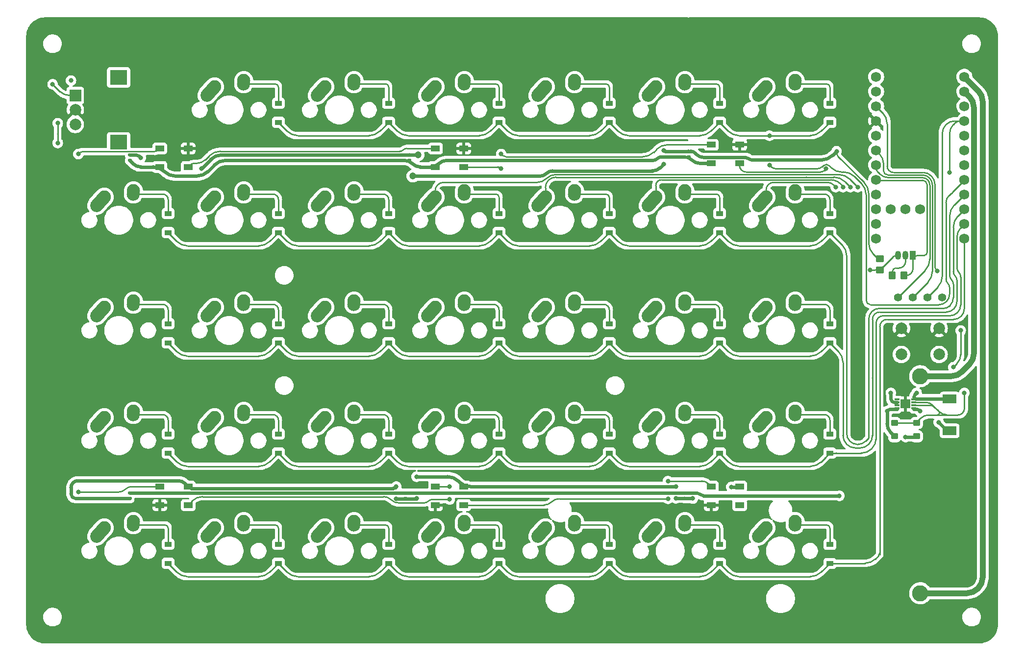
<source format=gbl>
G04 #@! TF.GenerationSoftware,KiCad,Pcbnew,(6.0.1)*
G04 #@! TF.CreationDate,2022-04-12T16:56:48+02:00*
G04 #@! TF.ProjectId,Keyboard Left Hand Side,4b657962-6f61-4726-9420-4c6566742048,rev?*
G04 #@! TF.SameCoordinates,Original*
G04 #@! TF.FileFunction,Copper,L2,Bot*
G04 #@! TF.FilePolarity,Positive*
%FSLAX46Y46*%
G04 Gerber Fmt 4.6, Leading zero omitted, Abs format (unit mm)*
G04 Created by KiCad (PCBNEW (6.0.1)) date 2022-04-12 16:56:48*
%MOMM*%
%LPD*%
G01*
G04 APERTURE LIST*
G04 Aperture macros list*
%AMRoundRect*
0 Rectangle with rounded corners*
0 $1 Rounding radius*
0 $2 $3 $4 $5 $6 $7 $8 $9 X,Y pos of 4 corners*
0 Add a 4 corners polygon primitive as box body*
4,1,4,$2,$3,$4,$5,$6,$7,$8,$9,$2,$3,0*
0 Add four circle primitives for the rounded corners*
1,1,$1+$1,$2,$3*
1,1,$1+$1,$4,$5*
1,1,$1+$1,$6,$7*
1,1,$1+$1,$8,$9*
0 Add four rect primitives between the rounded corners*
20,1,$1+$1,$2,$3,$4,$5,0*
20,1,$1+$1,$4,$5,$6,$7,0*
20,1,$1+$1,$6,$7,$8,$9,0*
20,1,$1+$1,$8,$9,$2,$3,0*%
%AMHorizOval*
0 Thick line with rounded ends*
0 $1 width*
0 $2 $3 position (X,Y) of the first rounded end (center of the circle)*
0 $4 $5 position (X,Y) of the second rounded end (center of the circle)*
0 Add line between two ends*
20,1,$1,$2,$3,$4,$5,0*
0 Add two circle primitives to create the rounded ends*
1,1,$1,$2,$3*
1,1,$1,$4,$5*%
G04 Aperture macros list end*
G04 #@! TA.AperFunction,NonConductor*
%ADD10C,0.250000*%
G04 #@! TD*
G04 #@! TA.AperFunction,ComponentPad*
%ADD11C,2.250000*%
G04 #@! TD*
G04 #@! TA.AperFunction,ComponentPad*
%ADD12HorizOval,2.250000X0.655001X0.730000X-0.655001X-0.730000X0*%
G04 #@! TD*
G04 #@! TA.AperFunction,ComponentPad*
%ADD13HorizOval,2.250000X0.020000X0.290000X-0.020000X-0.290000X0*%
G04 #@! TD*
G04 #@! TA.AperFunction,ComponentPad*
%ADD14C,1.397000*%
G04 #@! TD*
G04 #@! TA.AperFunction,ComponentPad*
%ADD15R,2.000000X2.000000*%
G04 #@! TD*
G04 #@! TA.AperFunction,ComponentPad*
%ADD16C,2.000000*%
G04 #@! TD*
G04 #@! TA.AperFunction,ComponentPad*
%ADD17R,3.000000X2.500000*%
G04 #@! TD*
G04 #@! TA.AperFunction,ComponentPad*
%ADD18C,1.752600*%
G04 #@! TD*
G04 #@! TA.AperFunction,SMDPad,CuDef*
%ADD19RoundRect,0.140000X-0.170000X0.140000X-0.170000X-0.140000X0.170000X-0.140000X0.170000X0.140000X0*%
G04 #@! TD*
G04 #@! TA.AperFunction,ComponentPad*
%ADD20R,1.050000X1.500000*%
G04 #@! TD*
G04 #@! TA.AperFunction,ComponentPad*
%ADD21O,1.050000X1.500000*%
G04 #@! TD*
G04 #@! TA.AperFunction,SMDPad,CuDef*
%ADD22R,1.200000X0.900000*%
G04 #@! TD*
G04 #@! TA.AperFunction,SMDPad,CuDef*
%ADD23RoundRect,0.250000X-0.450000X0.350000X-0.450000X-0.350000X0.450000X-0.350000X0.450000X0.350000X0*%
G04 #@! TD*
G04 #@! TA.AperFunction,ComponentPad*
%ADD24C,2.800000*%
G04 #@! TD*
G04 #@! TA.AperFunction,SMDPad,CuDef*
%ADD25R,1.500000X1.000000*%
G04 #@! TD*
G04 #@! TA.AperFunction,SMDPad,CuDef*
%ADD26RoundRect,0.250000X-0.350000X0.275000X-0.350000X-0.275000X0.350000X-0.275000X0.350000X0.275000X0*%
G04 #@! TD*
G04 #@! TA.AperFunction,SMDPad,CuDef*
%ADD27R,0.850000X0.300000*%
G04 #@! TD*
G04 #@! TA.AperFunction,SMDPad,CuDef*
%ADD28R,1.700000X1.600000*%
G04 #@! TD*
G04 #@! TA.AperFunction,SMDPad,CuDef*
%ADD29R,2.400000X1.500000*%
G04 #@! TD*
G04 #@! TA.AperFunction,SMDPad,CuDef*
%ADD30RoundRect,0.250000X-0.350000X-0.450000X0.350000X-0.450000X0.350000X0.450000X-0.350000X0.450000X0*%
G04 #@! TD*
G04 #@! TA.AperFunction,ViaPad*
%ADD31C,0.800000*%
G04 #@! TD*
G04 #@! TA.AperFunction,ViaPad*
%ADD32C,1.200000*%
G04 #@! TD*
G04 #@! TA.AperFunction,Conductor*
%ADD33C,0.250000*%
G04 #@! TD*
G04 #@! TA.AperFunction,Conductor*
%ADD34C,0.600000*%
G04 #@! TD*
G04 #@! TA.AperFunction,Conductor*
%ADD35C,1.000000*%
G04 #@! TD*
G04 APERTURE END LIST*
D10*
X155210000Y-66500000D02*
G75*
G03*
X154700000Y-65990000I-510002J-2D01*
G01*
X184150000Y-87630000D02*
G75*
G03*
X182880000Y-88900000I-1J-1269999D01*
G01*
X176550000Y-64770000D02*
G75*
G03*
X174410000Y-63500001I-2201555J-1271717D01*
G01*
X182880000Y-86360000D02*
G75*
G03*
X181610000Y-87630000I-1J-1269999D01*
G01*
X117110000Y-66500000D02*
G75*
G03*
X116550000Y-65990000I-512223J10D01*
G01*
X183515000Y-86995000D02*
G75*
G03*
X182245000Y-88265000I-1J-1269999D01*
G01*
X192417435Y-64363599D02*
G75*
G03*
X190334031Y-62230000I-2134893J-673D01*
G01*
X136160001Y-66540000D02*
G75*
G03*
X135570000Y-65990000I-559865J-9127D01*
G01*
D11*
X87035000Y-47435000D03*
D12*
X86380001Y-48165000D03*
D11*
X92075000Y-46355000D03*
D13*
X92055000Y-46645000D03*
D12*
X48280001Y-67215000D03*
D11*
X48935000Y-66485000D03*
D13*
X53955000Y-65695000D03*
D11*
X53975000Y-65405000D03*
D12*
X86380001Y-86265000D03*
D11*
X87035000Y-85535000D03*
X92075000Y-84455000D03*
D13*
X92055000Y-84745000D03*
D12*
X105430001Y-48165000D03*
D11*
X106085000Y-47435000D03*
D13*
X111105000Y-46645000D03*
D11*
X111125000Y-46355000D03*
X67985000Y-123635000D03*
D12*
X67330001Y-124365000D03*
D11*
X73025000Y-122555000D03*
D13*
X73005000Y-122845000D03*
D12*
X105430001Y-105315000D03*
D11*
X106085000Y-104585000D03*
D13*
X111105000Y-103795000D03*
D11*
X111125000Y-103505000D03*
X125135000Y-66485000D03*
D12*
X124480001Y-67215000D03*
D13*
X130155000Y-65695000D03*
D11*
X130175000Y-65405000D03*
X144185000Y-47435000D03*
D12*
X143530001Y-48165000D03*
D11*
X149225000Y-46355000D03*
D13*
X149205000Y-46645000D03*
D11*
X48935000Y-104585000D03*
D12*
X48280001Y-105315000D03*
D11*
X53975000Y-103505000D03*
D13*
X53955000Y-103795000D03*
D11*
X106085000Y-85535000D03*
D12*
X105430001Y-86265000D03*
D11*
X111125000Y-84455000D03*
D13*
X111105000Y-84745000D03*
D12*
X48280001Y-124365000D03*
D11*
X48935000Y-123635000D03*
D13*
X53955000Y-122845000D03*
D11*
X53975000Y-122555000D03*
D12*
X105430001Y-124365000D03*
D11*
X106085000Y-123635000D03*
X111125000Y-122555000D03*
D13*
X111105000Y-122845000D03*
D11*
X163235000Y-85535000D03*
D12*
X162580001Y-86265000D03*
D11*
X168275000Y-84455000D03*
D13*
X168255000Y-84745000D03*
D12*
X143530001Y-67215000D03*
D11*
X144185000Y-66485000D03*
X149225000Y-65405000D03*
D13*
X149205000Y-65695000D03*
D14*
X193665000Y-83820000D03*
X191125000Y-83820000D03*
X188585000Y-83820000D03*
X186045000Y-83820000D03*
D11*
X67985000Y-104585000D03*
D12*
X67330001Y-105315000D03*
D13*
X73005000Y-103795000D03*
D11*
X73025000Y-103505000D03*
D12*
X67330001Y-67215000D03*
D11*
X67985000Y-66485000D03*
D13*
X73005000Y-65695000D03*
D11*
X73025000Y-65405000D03*
D12*
X67330001Y-48165000D03*
D11*
X67985000Y-47435000D03*
X73025000Y-46355000D03*
D13*
X73005000Y-46645000D03*
D11*
X125135000Y-47435000D03*
D12*
X124480001Y-48165000D03*
D11*
X130175000Y-46355000D03*
D13*
X130155000Y-46645000D03*
D11*
X144185000Y-85535000D03*
D12*
X143530001Y-86265000D03*
D11*
X149225000Y-84455000D03*
D13*
X149205000Y-84745000D03*
D11*
X125135000Y-85535000D03*
D12*
X124480001Y-86265000D03*
D13*
X130155000Y-84745000D03*
D11*
X130175000Y-84455000D03*
X163235000Y-47435000D03*
D12*
X162580001Y-48165000D03*
D13*
X168255000Y-46645000D03*
D11*
X168275000Y-46355000D03*
D12*
X124480001Y-105315000D03*
D11*
X125135000Y-104585000D03*
D13*
X130155000Y-103795000D03*
D11*
X130175000Y-103505000D03*
D12*
X67330001Y-86265000D03*
D11*
X67985000Y-85535000D03*
X73025000Y-84455000D03*
D13*
X73005000Y-84745000D03*
D12*
X105430001Y-67215000D03*
D11*
X106085000Y-66485000D03*
X111125000Y-65405000D03*
D13*
X111105000Y-65695000D03*
D11*
X144185000Y-104585000D03*
D12*
X143530001Y-105315000D03*
D13*
X149205000Y-103795000D03*
D11*
X149225000Y-103505000D03*
D12*
X143534401Y-124357200D03*
D11*
X144189400Y-123627200D03*
X149229400Y-122547200D03*
D13*
X149209400Y-122837200D03*
D11*
X87035000Y-66485000D03*
D12*
X86380001Y-67215000D03*
D13*
X92055000Y-65695000D03*
D11*
X92075000Y-65405000D03*
D15*
X43919800Y-48935000D03*
D16*
X43919800Y-53935000D03*
X43919800Y-51435000D03*
D17*
X51419800Y-45835000D03*
X51419800Y-57035000D03*
D12*
X86380001Y-124365000D03*
D11*
X87035000Y-123635000D03*
D13*
X92055000Y-122845000D03*
D11*
X92075000Y-122555000D03*
D12*
X162580001Y-124365000D03*
D11*
X163235000Y-123635000D03*
D13*
X168255000Y-122845000D03*
D11*
X168275000Y-122555000D03*
D16*
X186615000Y-89190000D03*
X193115000Y-89190000D03*
X186615000Y-93690000D03*
X193115000Y-93690000D03*
D12*
X124480001Y-124365000D03*
D11*
X125135000Y-123635000D03*
X130175000Y-122555000D03*
D13*
X130155000Y-122845000D03*
D11*
X163235000Y-66485000D03*
D12*
X162580001Y-67215000D03*
D11*
X168275000Y-65405000D03*
D13*
X168255000Y-65695000D03*
D18*
X182245000Y-45720000D03*
X182245000Y-48260000D03*
X182245000Y-50800000D03*
X182245000Y-53340000D03*
X182245000Y-55880000D03*
X182245000Y-58420000D03*
X182245000Y-60960000D03*
X182245000Y-63500000D03*
X182245000Y-66040000D03*
X182245000Y-68580000D03*
X182245000Y-71120000D03*
X182245000Y-73660000D03*
X197485000Y-73660000D03*
X197485000Y-71120000D03*
X197485000Y-68580000D03*
X197485000Y-66040000D03*
X197485000Y-63500000D03*
X197485000Y-60960000D03*
X197485000Y-58420000D03*
X197485000Y-55880000D03*
X197485000Y-53340000D03*
X197485000Y-50800000D03*
X197485000Y-48260000D03*
X197485000Y-45720000D03*
X184785000Y-68580000D03*
X187325000Y-68580000D03*
X189865000Y-68580000D03*
D11*
X48935000Y-85535000D03*
D12*
X48280001Y-86265000D03*
D11*
X53975000Y-84455000D03*
D13*
X53955000Y-84745000D03*
D11*
X87035000Y-104585000D03*
D12*
X86380001Y-105315000D03*
D11*
X92075000Y-103505000D03*
D13*
X92055000Y-103795000D03*
D12*
X162580001Y-105315000D03*
D11*
X163235000Y-104585000D03*
X168275000Y-103505000D03*
D13*
X168255000Y-103795000D03*
D19*
X149860000Y-58575000D03*
X149860000Y-59535000D03*
D20*
X188595000Y-76560000D03*
D21*
X187325000Y-76560000D03*
X186055000Y-76560000D03*
D19*
X53340000Y-59210000D03*
X53340000Y-60170000D03*
D22*
X155210000Y-72635000D03*
X155210000Y-69335000D03*
D19*
X101600000Y-59210000D03*
X101600000Y-60170000D03*
D22*
X155210000Y-110735000D03*
X155210000Y-107435000D03*
X174260000Y-53585000D03*
X174260000Y-50285000D03*
X174260000Y-129800000D03*
X174260000Y-126500000D03*
X59960000Y-91685000D03*
X59960000Y-88385000D03*
X79010000Y-129785000D03*
X79010000Y-126485000D03*
X117110000Y-53585000D03*
X117110000Y-50285000D03*
D23*
X182880000Y-77105000D03*
X182880000Y-79105000D03*
D24*
X189865000Y-134955000D03*
X189865000Y-97455000D03*
D25*
X106135000Y-61290000D03*
X106135000Y-58090000D03*
X111035000Y-58090000D03*
X111035000Y-61290000D03*
D22*
X155210000Y-53585000D03*
X155210000Y-50285000D03*
X174250000Y-91670000D03*
X174250000Y-88370000D03*
D26*
X185420000Y-105530000D03*
X185420000Y-107830000D03*
D22*
X98060000Y-110735000D03*
X98060000Y-107435000D03*
X117110000Y-53585000D03*
X117110000Y-50285000D03*
X155210000Y-110735000D03*
X155210000Y-107435000D03*
X59960000Y-72640000D03*
X59960000Y-69340000D03*
X117110000Y-91685000D03*
X117110000Y-88385000D03*
X117110000Y-110735000D03*
X117110000Y-107435000D03*
X98080000Y-72640000D03*
X98080000Y-69340000D03*
D27*
X188775000Y-101485000D03*
X188775000Y-101985000D03*
X188775000Y-102485000D03*
X188775000Y-102985000D03*
X185875000Y-102985000D03*
X185875000Y-102485000D03*
X185875000Y-101985000D03*
X185875000Y-101485000D03*
D28*
X187325000Y-102235000D03*
D25*
X153760000Y-60655000D03*
X153760000Y-57455000D03*
X158660000Y-57455000D03*
X158660000Y-60655000D03*
D22*
X59960000Y-129785000D03*
X59960000Y-126485000D03*
X117110000Y-72635000D03*
X117110000Y-69335000D03*
X79010000Y-72635000D03*
X79010000Y-69335000D03*
D25*
X111035000Y-116510000D03*
X111035000Y-119710000D03*
X106135000Y-119710000D03*
X106135000Y-116510000D03*
D22*
X155220000Y-129790000D03*
X155220000Y-126490000D03*
X136160000Y-72635000D03*
X136160000Y-69335000D03*
X79010000Y-91685000D03*
X79010000Y-88385000D03*
X136160000Y-129790000D03*
X136160000Y-126490000D03*
X136160000Y-91685000D03*
X136160000Y-88385000D03*
X59960000Y-110735000D03*
X59960000Y-107435000D03*
X98050000Y-53590000D03*
X98050000Y-50290000D03*
X79010000Y-129785000D03*
X79010000Y-126485000D03*
X79010000Y-91685000D03*
X79010000Y-88385000D03*
X79010000Y-53585000D03*
X79010000Y-50285000D03*
D26*
X189230000Y-105530000D03*
X189230000Y-107830000D03*
D19*
X149225000Y-117630000D03*
X149225000Y-118590000D03*
D22*
X136160000Y-110735000D03*
X136160000Y-107435000D03*
D29*
X194945000Y-106890000D03*
X194945000Y-101390000D03*
D25*
X63410000Y-116510000D03*
X63410000Y-119710000D03*
X58510000Y-119710000D03*
X58510000Y-116510000D03*
D22*
X117110000Y-72635000D03*
X117110000Y-69335000D03*
X79010000Y-72635000D03*
X79010000Y-69335000D03*
X136160000Y-110735000D03*
X136160000Y-107435000D03*
X155210000Y-53585000D03*
X155210000Y-50285000D03*
X98060000Y-91670000D03*
X98060000Y-88370000D03*
X117110000Y-129785000D03*
X117110000Y-126485000D03*
X155210000Y-91690000D03*
X155210000Y-88390000D03*
X79010000Y-110735000D03*
X79010000Y-107435000D03*
X59960000Y-91685000D03*
X59960000Y-88385000D03*
X174250000Y-110740000D03*
X174250000Y-107440000D03*
X136160000Y-53585000D03*
X136160000Y-50285000D03*
D30*
X185055000Y-80010000D03*
X187055000Y-80010000D03*
D25*
X158660000Y-116510000D03*
X158660000Y-119710000D03*
X153760000Y-119710000D03*
X153760000Y-116510000D03*
D22*
X174270000Y-72640000D03*
X174270000Y-69340000D03*
D19*
X100965000Y-117630000D03*
X100965000Y-118590000D03*
D25*
X58510000Y-61290000D03*
X58510000Y-58090000D03*
X63410000Y-58090000D03*
X63410000Y-61290000D03*
D22*
X117110000Y-110735000D03*
X117110000Y-107435000D03*
X174260000Y-53585000D03*
X174260000Y-50285000D03*
X155210000Y-72635000D03*
X155210000Y-69335000D03*
X136160000Y-91685000D03*
X136160000Y-88385000D03*
D19*
X53340000Y-117630000D03*
X53340000Y-118590000D03*
D22*
X59960000Y-110735000D03*
X59960000Y-107435000D03*
X79010000Y-110735000D03*
X79010000Y-107435000D03*
X98060000Y-129785000D03*
X98060000Y-126485000D03*
X117110000Y-129785000D03*
X117110000Y-126485000D03*
X98060000Y-129785000D03*
X98060000Y-126485000D03*
D31*
X179070000Y-64770000D03*
X177800000Y-64770000D03*
X176530000Y-64770000D03*
X175260000Y-64770000D03*
X163830000Y-55880000D03*
X163830000Y-60960000D03*
X117475000Y-59055000D03*
X117475000Y-61595000D03*
X44450000Y-117475000D03*
X44450000Y-59055000D03*
X108580000Y-116510000D03*
X108585000Y-118745000D03*
X146304000Y-118618000D03*
X146304000Y-115571321D03*
X99365000Y-116510000D03*
X147650000Y-116510000D03*
X147650000Y-118542000D03*
X102870000Y-114808000D03*
X150594000Y-118590000D03*
X99365000Y-118618000D03*
X102870000Y-118590000D03*
X157226000Y-116586000D03*
X43180000Y-46355000D03*
X40894000Y-57150000D03*
X40895181Y-53719819D03*
X40005000Y-46990000D03*
X184785000Y-100330000D03*
X145570000Y-60805000D03*
X145570000Y-58420000D03*
X187325000Y-107950000D03*
D32*
X103124000Y-59182000D03*
D31*
X175415000Y-58575000D03*
X175895000Y-118110000D03*
X65715000Y-61595000D03*
X55245000Y-59690000D03*
D32*
X102235000Y-62865000D03*
D31*
X195580000Y-95885000D03*
X196850000Y-89535000D03*
X192786000Y-79248000D03*
X197485000Y-100330000D03*
X181245000Y-79105000D03*
X173612641Y-61595000D03*
X193040000Y-105410000D03*
X189865000Y-103505000D03*
X189230000Y-100330000D03*
X194945000Y-62230000D03*
X184150000Y-103505000D03*
D33*
X126951119Y-62600960D02*
X175773978Y-62600960D01*
X179070000Y-64770000D02*
X177697856Y-63397856D01*
X106085000Y-65414230D02*
X106085000Y-66485000D01*
X107543741Y-63955489D02*
X123680996Y-63955489D01*
X123680996Y-63955488D02*
G75*
G03*
X125316057Y-63278223I-3J2312333D01*
G01*
X177697856Y-63397856D02*
G75*
G03*
X175773978Y-62600960I-1923876J-1923874D01*
G01*
X106512255Y-64382744D02*
G75*
G02*
X107543741Y-63955489I1031482J-1031478D01*
G01*
X106512255Y-64382744D02*
G75*
G03*
X106085000Y-65414230I1031478J-1031482D01*
G01*
X125316058Y-63278224D02*
G75*
G02*
X126951119Y-62600960I1635059J-1635059D01*
G01*
X125135000Y-64829366D02*
X125135000Y-66485000D01*
X176877376Y-63847376D02*
X177800000Y-64770000D01*
X174953498Y-63050480D02*
X170190189Y-63050480D01*
X126907917Y-63056449D02*
X170175779Y-63056449D01*
X126907917Y-63056450D02*
G75*
G03*
X125654276Y-63575725I-1J-1772916D01*
G01*
X170182984Y-63053464D02*
G75*
G02*
X170190189Y-63050480I7201J-7197D01*
G01*
X125135001Y-64829366D02*
G75*
G02*
X125654276Y-63575725I1772916J1D01*
G01*
X176877376Y-63847376D02*
G75*
G03*
X174953498Y-63050480I-1923876J-1923874D01*
G01*
X170175779Y-63056449D02*
G75*
G03*
X170182984Y-63053464I-2J10192D01*
G01*
X145190538Y-63505969D02*
X174384031Y-63505969D01*
X144185000Y-64511507D02*
X144185000Y-66485000D01*
X145190538Y-63505970D02*
G75*
G03*
X144479516Y-63800485I-5J-1005527D01*
G01*
X144185001Y-64511507D02*
G75*
G02*
X144479516Y-63800485I1005527J5D01*
G01*
X163235000Y-65277661D02*
X163235000Y-66485000D01*
X164557172Y-63955489D02*
X173869542Y-63955489D01*
X175260000Y-64770000D02*
X174852744Y-64362744D01*
X164557172Y-63955490D02*
G75*
G03*
X163622255Y-64342744I-3J-1322166D01*
G01*
X173869542Y-63955490D02*
G75*
G02*
X174852744Y-64362744I1J-1390457D01*
G01*
X163235001Y-65277661D02*
G75*
G02*
X163622255Y-64342744I1322166J3D01*
G01*
X158606981Y-55880000D02*
X170838018Y-55880000D01*
X137633103Y-55083103D02*
X136168838Y-53618838D01*
X194945000Y-82178024D02*
X194945000Y-83239474D01*
X136151161Y-53593838D02*
X134661896Y-55083103D01*
X172950282Y-61232744D02*
X173076890Y-61106135D01*
X79010000Y-53597500D02*
X79010000Y-53591250D01*
X174214696Y-61106136D02*
X174619524Y-61510964D01*
X155201161Y-53593838D02*
X153711896Y-55083103D01*
X176594458Y-62151440D02*
X176165769Y-62151440D01*
X195499853Y-65566895D02*
X197485000Y-63581750D01*
X118583103Y-55083103D02*
X117118838Y-53618838D01*
X195303374Y-65763374D02*
X195499853Y-65566895D01*
X194310000Y-67459172D02*
X194310000Y-80644999D01*
X101456981Y-55880000D02*
X113688018Y-55880000D01*
X96556896Y-55083103D02*
X98046464Y-53593535D01*
X156683103Y-55083103D02*
X155218838Y-53618838D01*
X117101161Y-53593838D02*
X115611896Y-55083103D01*
X195303374Y-65763374D02*
X195205135Y-65861614D01*
X99533103Y-55083103D02*
X98053535Y-53603535D01*
X195303374Y-65763374D02*
X195205135Y-65861614D01*
X172075720Y-61595000D02*
X164914012Y-61595000D01*
X164147500Y-61277500D02*
X163830000Y-60960000D01*
X82406981Y-55880000D02*
X94633018Y-55880000D01*
X195205135Y-65861614D02*
X194806687Y-66260062D01*
X193094474Y-85090000D02*
X181296387Y-85090000D01*
X172761896Y-55083103D02*
X174255580Y-53589419D01*
X80483103Y-55083103D02*
X79018838Y-53618838D01*
X179723592Y-64153592D02*
X178518336Y-62948336D01*
X195205135Y-65861614D02*
X195106896Y-65959853D01*
X195499853Y-65566895D02*
X195303374Y-65763374D01*
X139556981Y-55880000D02*
X151788018Y-55880000D01*
X79010000Y-53597500D02*
X79010000Y-53591250D01*
X174260000Y-53591250D02*
X174260000Y-53597500D01*
X120506981Y-55880000D02*
X132738018Y-55880000D01*
X180520489Y-84314101D02*
X180520489Y-66077470D01*
X180747744Y-84862744D02*
G75*
G02*
X180520489Y-84314101I548639J548641D01*
G01*
X117118838Y-53618838D02*
G75*
G02*
X117110000Y-53597500I21329J21334D01*
G01*
X164914012Y-61595000D02*
G75*
G02*
X164147500Y-61277500I1J1084013D01*
G01*
X155210000Y-53597500D02*
G75*
G03*
X155218838Y-53618838I30167J-4D01*
G01*
X174619524Y-61510964D02*
G75*
G03*
X176165769Y-62151440I1546248J1546251D01*
G01*
X174268838Y-53618838D02*
G75*
G02*
X174260000Y-53597500I21329J21334D01*
G01*
X137633103Y-55083103D02*
G75*
G03*
X139556981Y-55880000I1923880J1923880D01*
G01*
X195205135Y-65861614D02*
G75*
G02*
X195205135Y-65861614I0J0D01*
G01*
X194627500Y-81411512D02*
G75*
G02*
X194945000Y-82178024I-766513J-766513D01*
G01*
X174255581Y-53589420D02*
G75*
G02*
X174260000Y-53591250I1830J-1831D01*
G01*
X117101161Y-53593838D02*
G75*
G02*
X117110000Y-53597500I3661J-3662D01*
G01*
X136168838Y-53618838D02*
G75*
G02*
X136160000Y-53597500I21329J21334D01*
G01*
X153711896Y-55083103D02*
G75*
G02*
X151788018Y-55880000I-1923880J1923880D01*
G01*
X195303374Y-65763374D02*
G75*
G02*
X195303374Y-65763374I0J0D01*
G01*
X180747744Y-84862744D02*
G75*
G03*
X181296387Y-85090000I548643J548640D01*
G01*
X117101161Y-53593838D02*
G75*
G02*
X117110000Y-53597500I3661J-3662D01*
G01*
X79018838Y-53618838D02*
G75*
G02*
X79010000Y-53597500I21329J21334D01*
G01*
X172075720Y-61595000D02*
G75*
G03*
X172950282Y-61232744I-5J1236827D01*
G01*
X194806687Y-66260062D02*
G75*
G03*
X194310000Y-67459172I1199102J-1199106D01*
G01*
X98053535Y-53603535D02*
G75*
G02*
X98050000Y-53595000I8528J8532D01*
G01*
X178518336Y-62948336D02*
G75*
G03*
X176594458Y-62151440I-1923876J-1923874D01*
G01*
X115611896Y-55083103D02*
G75*
G02*
X113688018Y-55880000I-1923880J1923880D01*
G01*
X155210000Y-53597500D02*
G75*
G03*
X155201161Y-53593838I-5178J0D01*
G01*
X174175550Y-53669451D02*
G75*
G02*
X174344450Y-53669450I84450J-84448D01*
G01*
X173645793Y-60870490D02*
G75*
G02*
X174214695Y-61106137I3J-804543D01*
G01*
X98046465Y-53593536D02*
G75*
G02*
X98050000Y-53595000I1464J-1464D01*
G01*
X156683103Y-55083103D02*
G75*
G03*
X158606981Y-55880000I1923880J1923880D01*
G01*
X173645793Y-60870490D02*
G75*
G03*
X173076891Y-61106136I-2J-804548D01*
G01*
X98068838Y-53618838D02*
G75*
G02*
X98060000Y-53597500I21329J21334D01*
G01*
X99533103Y-55083103D02*
G75*
G03*
X101456981Y-55880000I1923880J1923880D01*
G01*
X174175550Y-53669451D02*
G75*
G02*
X174344450Y-53669450I84450J-84448D01*
G01*
X80483103Y-55083103D02*
G75*
G03*
X82406981Y-55880000I1923880J1923880D01*
G01*
X136168838Y-53618838D02*
G75*
G02*
X136160000Y-53597500I21329J21334D01*
G01*
X134661896Y-55083103D02*
G75*
G02*
X132738018Y-55880000I-1923880J1923880D01*
G01*
X98051161Y-53593838D02*
G75*
G02*
X98060000Y-53597500I3661J-3662D01*
G01*
X136151161Y-53593838D02*
G75*
G02*
X136160000Y-53597500I3661J-3662D01*
G01*
X155210000Y-53597500D02*
G75*
G03*
X155218838Y-53618838I30167J-4D01*
G01*
X136151161Y-53593838D02*
G75*
G02*
X136160000Y-53597500I3661J-3662D01*
G01*
X136151161Y-53593838D02*
G75*
G02*
X136160000Y-53597500I3661J-3662D01*
G01*
X155210000Y-53597500D02*
G75*
G03*
X155201161Y-53593838I-5178J0D01*
G01*
X79010000Y-53591250D02*
G75*
G02*
X79010000Y-53591250I0J0D01*
G01*
X180520489Y-66077470D02*
G75*
G03*
X179723592Y-64153592I-2720777J-2D01*
G01*
X172761896Y-55083103D02*
G75*
G02*
X170838018Y-55880000I-1923880J1923880D01*
G01*
X117118838Y-53618838D02*
G75*
G02*
X117110000Y-53597500I21329J21334D01*
G01*
X120506981Y-55880000D02*
G75*
G02*
X118583103Y-55083103I2J2720777D01*
G01*
X194402993Y-84547993D02*
G75*
G02*
X193094474Y-85090000I-1308524J1308530D01*
G01*
X194944999Y-83239474D02*
G75*
G02*
X194402993Y-84547993I-1850536J5D01*
G01*
X155210000Y-53597500D02*
G75*
G03*
X155201161Y-53593838I-5178J0D01*
G01*
X117101161Y-53593838D02*
G75*
G02*
X117110000Y-53597500I3661J-3662D01*
G01*
X94633018Y-55880000D02*
G75*
G03*
X96556896Y-55083103I-2J2720777D01*
G01*
X79018838Y-53618838D02*
G75*
G02*
X79010000Y-53597500I21329J21334D01*
G01*
X194627500Y-81411512D02*
G75*
G02*
X194310000Y-80644999I766511J766512D01*
G01*
X98051161Y-53593838D02*
G75*
G02*
X98060000Y-53597500I3661J-3662D01*
G01*
X180975153Y-108135725D02*
X180975153Y-87575677D01*
X59968838Y-72668838D02*
X61433103Y-74133103D01*
X137633103Y-74133103D02*
X136168838Y-72668838D01*
X194945000Y-69788730D02*
X194945000Y-80009999D01*
X153711895Y-74133103D02*
X155201161Y-72643838D01*
X195741896Y-67864852D02*
X197485000Y-66121750D01*
X195580000Y-83874474D02*
X195580000Y-81543024D01*
X156683103Y-74133103D02*
X155218838Y-72668838D01*
X75588017Y-74930000D02*
X63356981Y-74930000D01*
X82406981Y-74930000D02*
X94638017Y-74930000D01*
X98068838Y-72668838D02*
X99533103Y-74133103D01*
X174270000Y-72655000D02*
X174270000Y-72647500D01*
X117118838Y-72668838D02*
X118583103Y-74133103D01*
X174275303Y-72645303D02*
X176368103Y-74738103D01*
X182825677Y-85725153D02*
X193412937Y-85725153D01*
X117101161Y-72643838D02*
X115611895Y-74133103D01*
X179124419Y-109220000D02*
X179015524Y-109220000D01*
X79018838Y-72668838D02*
X80483103Y-74133103D01*
X59960000Y-72647500D02*
X59960000Y-72635000D01*
X177165000Y-76661981D02*
X177165000Y-107369475D01*
X113688017Y-74930000D02*
X101456981Y-74930000D01*
X98051161Y-72643838D02*
X96561895Y-74133103D01*
X180975076Y-108135910D02*
X180433031Y-108677955D01*
X139556981Y-74930000D02*
X151788017Y-74930000D01*
X132738017Y-74930000D02*
X120506981Y-74930000D01*
X194878772Y-85342214D02*
X195037993Y-85182993D01*
X170838017Y-74930000D02*
X158606981Y-74930000D01*
X193954647Y-85725000D02*
X193413307Y-85725000D01*
X134661895Y-74133103D02*
X136151161Y-72643838D01*
X172761895Y-74133103D02*
X174175549Y-72719450D01*
X79001161Y-72643838D02*
X77511895Y-74133103D01*
X80483103Y-74133103D02*
G75*
G03*
X82406981Y-74930000I1923880J1923880D01*
G01*
X136151162Y-72643839D02*
G75*
G02*
X136168838Y-72643838I8838J-8838D01*
G01*
X174270001Y-72647500D02*
G75*
G02*
X174275303Y-72645303I3105J2D01*
G01*
X77511895Y-74133103D02*
G75*
G02*
X75588017Y-74930000I-1923880J1923880D01*
G01*
X115611895Y-74133103D02*
G75*
G02*
X113688017Y-74930000I-1923880J1923880D01*
G01*
X96561895Y-74133103D02*
G75*
G02*
X94638017Y-74930000I-1923880J1923880D01*
G01*
X181517159Y-86267159D02*
G75*
G03*
X180975153Y-87575677I1308508J-1308514D01*
G01*
X155201161Y-72643838D02*
G75*
G02*
X155210000Y-72647500I3661J-3662D01*
G01*
X194945000Y-69788730D02*
G75*
G02*
X195741896Y-67864852I2720770J2D01*
G01*
X195037993Y-85182993D02*
G75*
G03*
X195580000Y-83874474I-1308530J1308524D01*
G01*
X79010000Y-72647500D02*
G75*
G03*
X79001161Y-72643838I-5178J0D01*
G01*
X177707006Y-108677994D02*
G75*
G03*
X179015524Y-109220000I1308519J1308520D01*
G01*
X177165000Y-76661981D02*
G75*
G03*
X176368103Y-74738103I-2720777J-2D01*
G01*
X193413307Y-85725000D02*
G75*
G03*
X193413122Y-85725076I-3J-255D01*
G01*
X99533103Y-74133103D02*
G75*
G03*
X101456981Y-74930000I1923880J1923880D01*
G01*
X155218838Y-72668838D02*
G75*
G02*
X155210000Y-72647500I21329J21334D01*
G01*
X98060000Y-72647500D02*
G75*
G03*
X98051161Y-72643838I-5178J0D01*
G01*
X98060000Y-72647500D02*
G75*
G03*
X98051161Y-72643838I-5178J0D01*
G01*
X79010000Y-72647500D02*
G75*
G03*
X79001161Y-72643838I-5178J0D01*
G01*
X194945001Y-80009999D02*
G75*
G03*
X195262501Y-80776511I1084010J-1D01*
G01*
X179124419Y-109220000D02*
G75*
G03*
X180433031Y-108677955I0J1850656D01*
G01*
X193412937Y-85725152D02*
G75*
G03*
X193413121Y-85725075I-5J272D01*
G01*
X61433103Y-74133103D02*
G75*
G03*
X63356981Y-74930000I1923880J1923880D01*
G01*
X155201161Y-72643838D02*
G75*
G02*
X155210000Y-72647500I3661J-3662D01*
G01*
X117110000Y-72647500D02*
G75*
G03*
X117101161Y-72643838I-5178J0D01*
G01*
X117110000Y-72647500D02*
G75*
G03*
X117118838Y-72668838I30167J-4D01*
G01*
X195580000Y-81543024D02*
G75*
G03*
X195262500Y-80776512I-1084013J-1D01*
G01*
X174280606Y-72680606D02*
G75*
G02*
X174270000Y-72655000I25602J25604D01*
G01*
X177707006Y-108677994D02*
G75*
G02*
X177165000Y-107369475I1308513J1308516D01*
G01*
X156683103Y-74133103D02*
G75*
G03*
X158606981Y-74930000I1923880J1923880D01*
G01*
X59960000Y-72647500D02*
G75*
G03*
X59968838Y-72668838I30167J-4D01*
G01*
X180975152Y-108135725D02*
G75*
G02*
X180975075Y-108135909I-272J5D01*
G01*
X153711895Y-74133103D02*
G75*
G02*
X151788017Y-74930000I-1923880J1923880D01*
G01*
X137633103Y-74133103D02*
G75*
G03*
X139556981Y-74930000I1923880J1923880D01*
G01*
X98060000Y-72647500D02*
G75*
G03*
X98068838Y-72668838I30167J-4D01*
G01*
X134661895Y-74133103D02*
G75*
G02*
X132738017Y-74930000I-1923880J1923880D01*
G01*
X136168838Y-72668838D02*
G75*
G02*
X136160000Y-72647500I21329J21334D01*
G01*
X182825677Y-85725153D02*
G75*
G03*
X181517159Y-86267159I-4J-1850514D01*
G01*
X136151161Y-72643838D02*
G75*
G02*
X136160000Y-72647500I3661J-3662D01*
G01*
X79010000Y-72647500D02*
G75*
G03*
X79018838Y-72668838I30167J-4D01*
G01*
X118583103Y-74133103D02*
G75*
G03*
X120506981Y-74930000I1923880J1923880D01*
G01*
X172761895Y-74133103D02*
G75*
G02*
X170838017Y-74930000I-1923880J1923880D01*
G01*
X117110000Y-72647500D02*
G75*
G03*
X117101161Y-72643838I-5178J0D01*
G01*
X194878772Y-85342214D02*
G75*
G02*
X193954647Y-85725000I-924128J924128D01*
G01*
X136168838Y-72643838D02*
G75*
G03*
X136160000Y-72647500I-3661J-3661D01*
G01*
X96561895Y-93183103D02*
X98051161Y-91693838D01*
X170838017Y-93980000D02*
X158606981Y-93980000D01*
X77511895Y-93183103D02*
X79001161Y-91693838D01*
X196215000Y-84509474D02*
X196215000Y-80908024D01*
X98068838Y-91718838D02*
X99533103Y-93183103D01*
X117118838Y-91718838D02*
X118583103Y-93183103D01*
X176530000Y-95076981D02*
X176530000Y-107686974D01*
X80483103Y-93183103D02*
X79018838Y-91718838D01*
X195580000Y-79374999D02*
X195580000Y-71693730D01*
X82406981Y-93980000D02*
X94638017Y-93980000D01*
X178698025Y-109855000D02*
X179441974Y-109855000D01*
X136168838Y-91718838D02*
X137633103Y-93183103D01*
X182880000Y-86360000D02*
X194364474Y-86360000D01*
X155218838Y-91718838D02*
X156683103Y-93183103D01*
X181610000Y-107686974D02*
X181610000Y-97790108D01*
X61433103Y-93183103D02*
X59968838Y-91718838D01*
X115611895Y-93183103D02*
X117101161Y-91693838D01*
X134661895Y-93183103D02*
X136151161Y-91693838D01*
X101456981Y-93980000D02*
X113688017Y-93980000D01*
X196376896Y-69769852D02*
X197485000Y-68661750D01*
X139556981Y-93980000D02*
X151788017Y-93980000D01*
X75588017Y-93980000D02*
X63356981Y-93980000D01*
X132738017Y-93980000D02*
X120506981Y-93980000D01*
X174175549Y-91769450D02*
X172761895Y-93183103D01*
X181610000Y-97974959D02*
X181610000Y-87630000D01*
X174250000Y-91670000D02*
X175733103Y-93153103D01*
X155201161Y-91693838D02*
X153711895Y-93183103D01*
X181609999Y-107686974D02*
G75*
G02*
X180974999Y-109219999I-2168038J5D01*
G01*
X59960000Y-91697500D02*
G75*
G03*
X59968838Y-91718838I30167J-4D01*
G01*
X117101162Y-91693839D02*
G75*
G02*
X117118838Y-91693838I8838J-8838D01*
G01*
X98060000Y-91697500D02*
G75*
G03*
X98068838Y-91718838I30167J-4D01*
G01*
X180975000Y-109220000D02*
G75*
G02*
X179441974Y-109855000I-1533031J1533039D01*
G01*
X155218837Y-91693839D02*
G75*
G03*
X155201161Y-91693838I-8838J-8838D01*
G01*
X136151161Y-91693838D02*
G75*
G03*
X136147500Y-91685000I-3661J3661D01*
G01*
X99533103Y-93183103D02*
G75*
G03*
X101456981Y-93980000I1923880J1923880D01*
G01*
X75588017Y-93980000D02*
G75*
G03*
X77511895Y-93183103I-2J2720777D01*
G01*
X117110000Y-91697500D02*
G75*
G03*
X117101161Y-91693838I-5178J0D01*
G01*
X120506981Y-93980000D02*
G75*
G02*
X118583103Y-93183103I2J2720777D01*
G01*
X178698025Y-109855000D02*
G75*
G02*
X177165000Y-109220000I3J2168030D01*
G01*
X98060000Y-91697500D02*
G75*
G03*
X98051161Y-91693838I-5178J0D01*
G01*
X155210000Y-91697500D02*
G75*
G03*
X155201161Y-91693838I-5178J0D01*
G01*
X79010000Y-91697500D02*
G75*
G02*
X79018838Y-91693838I5177J1D01*
G01*
X155210000Y-91697500D02*
G75*
G03*
X155218838Y-91718838I30167J-4D01*
G01*
X63356981Y-93980000D02*
G75*
G02*
X61433103Y-93183103I2J2720777D01*
G01*
X195580001Y-79374999D02*
G75*
G03*
X195897501Y-80141511I1084010J-1D01*
G01*
X196376896Y-69769852D02*
G75*
G03*
X195580000Y-71693730I1923874J-1923876D01*
G01*
X117110000Y-91697500D02*
G75*
G02*
X117118838Y-91693838I5177J1D01*
G01*
X113688017Y-93980000D02*
G75*
G03*
X115611895Y-93183103I-2J2720777D01*
G01*
X79001161Y-91693838D02*
G75*
G02*
X79018838Y-91693838I8838J-8839D01*
G01*
X94638017Y-93980000D02*
G75*
G03*
X96561895Y-93183103I-2J2720777D01*
G01*
X82406981Y-93980000D02*
G75*
G02*
X80483103Y-93183103I2J2720777D01*
G01*
X176530000Y-95076981D02*
G75*
G03*
X175733103Y-93153103I-2720777J-2D01*
G01*
X98060000Y-91697500D02*
G75*
G03*
X98051161Y-91693838I-5178J0D01*
G01*
X79010000Y-91697500D02*
G75*
G03*
X79001161Y-91693838I-5178J0D01*
G01*
X172761895Y-93183103D02*
G75*
G02*
X170838017Y-93980000I-1923880J1923880D01*
G01*
X177165000Y-109220000D02*
G75*
G02*
X176530000Y-107686974I1533028J1533027D01*
G01*
X158606981Y-93980000D02*
G75*
G02*
X156683103Y-93183103I2J2720777D01*
G01*
X181609923Y-97789923D02*
G75*
G02*
X181610000Y-97790108I-196J-190D01*
G01*
X195672993Y-85817993D02*
G75*
G02*
X194364474Y-86360000I-1308524J1308530D01*
G01*
X59968838Y-91693838D02*
G75*
G03*
X59960000Y-91697500I-3661J-3661D01*
G01*
X137633103Y-93183103D02*
G75*
G03*
X139556981Y-93980000I1923880J1923880D01*
G01*
X136160000Y-91697500D02*
G75*
G03*
X136151161Y-91693838I-5178J0D01*
G01*
X155218838Y-91693838D02*
G75*
G03*
X155210000Y-91697500I-3661J-3661D01*
G01*
X181609847Y-97789737D02*
G75*
G03*
X181609924Y-97789922I265J1D01*
G01*
X136168838Y-91693838D02*
G75*
G03*
X136160000Y-91697500I-3661J-3661D01*
G01*
X195897500Y-80141512D02*
G75*
G02*
X196215000Y-80908024I-766513J-766513D01*
G01*
X117110000Y-91697500D02*
G75*
G03*
X117118838Y-91718838I30167J-4D01*
G01*
X153711895Y-93183103D02*
G75*
G02*
X151788017Y-93980000I-1923880J1923880D01*
G01*
X136160000Y-91697500D02*
G75*
G03*
X136168838Y-91718838I30167J-4D01*
G01*
X174344450Y-91769450D02*
G75*
G03*
X174175549Y-91769450I-84450J-84449D01*
G01*
X79010000Y-91697500D02*
G75*
G03*
X79018838Y-91718838I30167J-4D01*
G01*
X196214999Y-84509474D02*
G75*
G02*
X195672993Y-85817993I-1850536J5D01*
G01*
X174344450Y-91769450D02*
G75*
G03*
X174175549Y-91769450I-84450J-84449D01*
G01*
X136168838Y-91693838D02*
G75*
G03*
X136147500Y-91685000I-21334J-21329D01*
G01*
X132738017Y-93980000D02*
G75*
G03*
X134661895Y-93183103I-2J2720777D01*
G01*
X196215000Y-78739999D02*
X196215000Y-73369775D01*
X96561895Y-112233103D02*
X98051161Y-110743838D01*
X196850000Y-71836750D02*
X197485000Y-71201750D01*
X82406981Y-113030000D02*
X94638017Y-113030000D01*
X134661895Y-112233103D02*
X136151161Y-110743838D01*
X101456981Y-113030000D02*
X113688017Y-113030000D01*
X118583103Y-112233103D02*
X117118838Y-110768838D01*
X173461335Y-111528664D02*
X173464870Y-111525129D01*
X132738017Y-113030000D02*
X120506981Y-113030000D01*
X155218838Y-110768838D02*
X156683103Y-112233103D01*
X80483103Y-112233103D02*
X79018838Y-110768838D01*
X173463103Y-111529396D02*
X173463103Y-111531896D01*
X182245000Y-108355145D02*
X182245000Y-88265000D01*
X77511895Y-112233103D02*
X79001161Y-110743838D01*
X61433103Y-112233103D02*
X59968838Y-110768838D01*
X173461335Y-111528664D02*
X172711551Y-112278448D01*
X179680492Y-110735000D02*
X175390516Y-110735000D01*
X137633103Y-112233103D02*
X136168838Y-110768838D01*
X196850000Y-85144474D02*
X196850000Y-80273024D01*
X183515000Y-86995000D02*
X194999474Y-86995000D01*
X170897145Y-113030000D02*
X158606981Y-113030000D01*
X153711895Y-112233103D02*
X155201161Y-110743838D01*
X75588017Y-113030000D02*
X63356981Y-113030000D01*
X115611895Y-112233103D02*
X117101161Y-110743838D01*
X173464870Y-111525129D02*
X173856551Y-111133448D01*
X175378445Y-110740000D02*
X174806420Y-110740000D01*
X151788017Y-113030000D02*
X139556981Y-113030000D01*
X59960000Y-110747500D02*
X59960000Y-110735000D01*
X99533103Y-112233103D02*
X98068838Y-110768838D01*
X98051161Y-110743838D02*
G75*
G02*
X98060000Y-110747500I3661J-3662D01*
G01*
X196215001Y-78739999D02*
G75*
G03*
X196532501Y-79506511I1084010J-1D01*
G01*
X80483103Y-112233103D02*
G75*
G03*
X82406981Y-113030000I1923880J1923880D01*
G01*
X115611895Y-112233103D02*
G75*
G02*
X113688017Y-113030000I-1923880J1923880D01*
G01*
X175384481Y-110737500D02*
G75*
G02*
X175378445Y-110740000I-6038J6043D01*
G01*
X59968838Y-110768838D02*
G75*
G02*
X59960000Y-110747500I21329J21334D01*
G01*
X155201161Y-110743838D02*
G75*
G02*
X155210000Y-110747500I3661J-3662D01*
G01*
X77511895Y-112233103D02*
G75*
G02*
X75588017Y-113030000I-1923880J1923880D01*
G01*
X117118838Y-110768838D02*
G75*
G02*
X117110000Y-110747500I21329J21334D01*
G01*
X153711895Y-112233103D02*
G75*
G02*
X151788017Y-113030000I-1923880J1923880D01*
G01*
X137633103Y-112233103D02*
G75*
G03*
X139556981Y-113030000I1923880J1923880D01*
G01*
X96561895Y-112233103D02*
G75*
G02*
X94638017Y-113030000I-1923880J1923880D01*
G01*
X173464870Y-111525129D02*
G75*
G03*
X173463103Y-111529396I4262J-4264D01*
G01*
X155218838Y-110768838D02*
G75*
G02*
X155210000Y-110747500I21329J21334D01*
G01*
X136168838Y-110768838D02*
G75*
G02*
X136160000Y-110747500I21329J21334D01*
G01*
X118583103Y-112233103D02*
G75*
G03*
X120506981Y-113030000I1923880J1923880D01*
G01*
X79001161Y-110743838D02*
G75*
G02*
X79010000Y-110747500I3661J-3662D01*
G01*
X196850000Y-71836750D02*
G75*
G03*
X196215000Y-73369775I1533019J-1533023D01*
G01*
X99533103Y-112233103D02*
G75*
G03*
X101456981Y-113030000I1923880J1923880D01*
G01*
X196307993Y-86452993D02*
G75*
G02*
X194999474Y-86995000I-1308524J1308530D01*
G01*
X134661895Y-112233103D02*
G75*
G02*
X132738017Y-113030000I-1923880J1923880D01*
G01*
X79018838Y-110768838D02*
G75*
G02*
X79010000Y-110747500I21329J21334D01*
G01*
X172711551Y-112278448D02*
G75*
G02*
X170897145Y-113030000I-1814412J1814418D01*
G01*
X117101161Y-110743838D02*
G75*
G02*
X117110000Y-110747500I3661J-3662D01*
G01*
X136151161Y-110743838D02*
G75*
G02*
X136160000Y-110747500I3661J-3662D01*
G01*
X173463102Y-111529396D02*
G75*
G03*
X173461335Y-111528664I-1035J0D01*
G01*
X196532500Y-79506512D02*
G75*
G02*
X196850000Y-80273024I-766513J-766513D01*
G01*
X61433103Y-112233103D02*
G75*
G03*
X63356981Y-113030000I1923880J1923880D01*
G01*
X174806420Y-110740000D02*
G75*
G03*
X173856551Y-111133448I-5J-1343307D01*
G01*
X181493873Y-109983873D02*
G75*
G03*
X182245000Y-108170492I-1813389J1813384D01*
G01*
X179680492Y-110734999D02*
G75*
G03*
X181493872Y-109983872I-3J2564515D01*
G01*
X156683103Y-112233103D02*
G75*
G03*
X158606981Y-113030000I1923880J1923880D01*
G01*
X98068838Y-110768838D02*
G75*
G02*
X98060000Y-110747500I21329J21334D01*
G01*
X175390516Y-110735000D02*
G75*
G03*
X175384481Y-110737500I-5J-8522D01*
G01*
X196849999Y-85144474D02*
G75*
G02*
X196307993Y-86452993I-1850536J5D01*
G01*
X59960000Y-129797500D02*
X59960000Y-129785000D01*
X136151161Y-129793838D02*
X134661895Y-131283103D01*
X184150000Y-87630000D02*
X195634474Y-87630000D01*
X101456981Y-132080000D02*
X113688017Y-132080000D01*
X153711895Y-131283103D02*
X155201161Y-129793838D01*
X182880000Y-128137108D02*
X182880000Y-88900000D01*
X98051161Y-129793838D02*
X96561895Y-131283103D01*
X132738017Y-132080000D02*
X120506981Y-132080000D01*
X98068838Y-129818838D02*
X99533103Y-131283103D01*
X180319014Y-129770000D02*
X174260000Y-129770000D01*
X182880460Y-127952500D02*
X182880460Y-128292566D01*
X197485000Y-85779474D02*
X197485000Y-73741750D01*
X59968838Y-129818838D02*
X61433103Y-131283103D01*
X156683103Y-131283103D02*
X155218838Y-129818838D01*
X79018838Y-129818838D02*
X80483103Y-131283103D01*
X94638017Y-132080000D02*
X82406981Y-132080000D01*
X117118838Y-129818838D02*
X118583103Y-131283103D01*
X75588017Y-132080000D02*
X63356981Y-132080000D01*
X137633103Y-131283103D02*
X136168838Y-129818838D01*
X117101161Y-129793838D02*
X115611895Y-131283103D01*
X170838017Y-132080000D02*
X158606981Y-132080000D01*
X77511895Y-131283103D02*
X79001161Y-129793838D01*
X182880460Y-127318420D02*
X182880460Y-127952500D01*
X182656278Y-128493721D02*
X182130230Y-129019770D01*
X172761895Y-131283103D02*
X174260000Y-129785000D01*
X151788017Y-132080000D02*
X139556981Y-132080000D01*
X80483103Y-131283103D02*
G75*
G03*
X82406981Y-132080000I1923880J1923880D01*
G01*
X183966829Y-87630000D02*
G75*
G03*
X183965162Y-87630690I-1J-2356D01*
G01*
X196942993Y-87087993D02*
G75*
G02*
X195634474Y-87630000I-1308524J1308530D01*
G01*
X136168838Y-129818838D02*
G75*
G02*
X136160000Y-129797500I21329J21334D01*
G01*
X96561895Y-131283103D02*
G75*
G02*
X94638017Y-132080000I-1923880J1923880D01*
G01*
X59960000Y-129797500D02*
G75*
G03*
X59968838Y-129818838I30167J-4D01*
G01*
X153711895Y-131283103D02*
G75*
G02*
X151788017Y-132080000I-1923880J1923880D01*
G01*
X155201161Y-129793838D02*
G75*
G02*
X155210000Y-129797500I3661J-3662D01*
G01*
X79010000Y-129797500D02*
G75*
G03*
X79001161Y-129793838I-5178J0D01*
G01*
X61433103Y-131283103D02*
G75*
G03*
X63356981Y-132080000I1923880J1923880D01*
G01*
X137633103Y-131283103D02*
G75*
G03*
X139556981Y-132080000I1923880J1923880D01*
G01*
X98060000Y-129797500D02*
G75*
G03*
X98051161Y-129793838I-5178J0D01*
G01*
X120506981Y-132080000D02*
G75*
G02*
X118583103Y-131283103I2J2720777D01*
G01*
X172761895Y-131283103D02*
G75*
G02*
X170838017Y-132080000I-1923880J1923880D01*
G01*
X99533103Y-131283103D02*
G75*
G03*
X101456981Y-132080000I1923880J1923880D01*
G01*
X117110000Y-129797500D02*
G75*
G03*
X117118838Y-129818838I30167J-4D01*
G01*
X98060000Y-129797500D02*
G75*
G03*
X98068838Y-129818838I30167J-4D01*
G01*
X75588017Y-132080000D02*
G75*
G03*
X77511895Y-131283103I-2J2720777D01*
G01*
X182880460Y-127952500D02*
G75*
G02*
X182880460Y-127952500I0J0D01*
G01*
X155218838Y-129818838D02*
G75*
G02*
X155210000Y-129797500I21329J21334D01*
G01*
X115611895Y-131283103D02*
G75*
G02*
X113688017Y-132080000I-1923880J1923880D01*
G01*
X136151161Y-129793838D02*
G75*
G02*
X136160000Y-129797500I3661J-3662D01*
G01*
X79010000Y-129797500D02*
G75*
G03*
X79018838Y-129818838I30167J-4D01*
G01*
X156683103Y-131283103D02*
G75*
G03*
X158606981Y-132080000I1923880J1923880D01*
G01*
X197484999Y-85779474D02*
G75*
G02*
X196942993Y-87087993I-1850536J5D01*
G01*
X117110000Y-129797500D02*
G75*
G03*
X117101161Y-129793838I-5178J0D01*
G01*
X134661895Y-131283103D02*
G75*
G02*
X132738017Y-132080000I-1923880J1923880D01*
G01*
X182656278Y-128493721D02*
G75*
G03*
X182880460Y-127952500I-541233J541227D01*
G01*
X182880230Y-128293122D02*
G75*
G03*
X182880460Y-128292566I-559J557D01*
G01*
X180319014Y-129770000D02*
G75*
G03*
X182130230Y-129019770I-3J2561453D01*
G01*
X79010000Y-47489809D02*
X79010000Y-50285000D01*
X78455190Y-46935000D02*
X72985000Y-46935000D01*
X78455190Y-46935001D02*
G75*
G02*
X78847499Y-47097501I1J-554808D01*
G01*
X79009999Y-47489809D02*
G75*
G03*
X78847499Y-47097501I-554815J-3D01*
G01*
X97512261Y-46935000D02*
X92035000Y-46935000D01*
X98050000Y-47472738D02*
X98050000Y-50290000D01*
X97512261Y-46935001D02*
G75*
G02*
X97892499Y-47092501I3J-537732D01*
G01*
X98049999Y-47472738D02*
G75*
G03*
X97892499Y-47092501I-537734J1D01*
G01*
X116555190Y-46935000D02*
X111085000Y-46935000D01*
X117110000Y-47489809D02*
X117110000Y-50285000D01*
X117109999Y-47489809D02*
G75*
G03*
X116947499Y-47097501I-554815J-3D01*
G01*
X116555190Y-46935001D02*
G75*
G02*
X116947499Y-47097501I1J-554808D01*
G01*
X135605190Y-46935000D02*
X130135000Y-46935000D01*
X136160000Y-47489809D02*
X136160000Y-50285000D01*
X135997500Y-47097500D02*
G75*
G03*
X135605190Y-46935000I-392309J-392309D01*
G01*
X135997500Y-47097500D02*
G75*
G02*
X136160000Y-47489809I-392316J-392312D01*
G01*
X155210000Y-47489809D02*
X155210000Y-50285000D01*
X154655190Y-46935000D02*
X149185000Y-46935000D01*
X155047500Y-47097500D02*
G75*
G03*
X154655190Y-46935000I-392309J-392309D01*
G01*
X155209999Y-47489809D02*
G75*
G03*
X155047499Y-47097501I-554815J-3D01*
G01*
X173705190Y-46935000D02*
X168235000Y-46935000D01*
X174260000Y-47489809D02*
X174260000Y-50285000D01*
X173705190Y-46935001D02*
G75*
G02*
X174097499Y-47097501I1J-554808D01*
G01*
X174259999Y-47489809D02*
G75*
G03*
X174097499Y-47097501I-554815J-3D01*
G01*
X59960000Y-66932118D02*
X59960000Y-69335000D01*
X59012881Y-65985000D02*
X53935000Y-65985000D01*
X59012881Y-65985000D02*
G75*
G02*
X59682595Y-66262404I3J-947112D01*
G01*
X59959999Y-66932118D02*
G75*
G03*
X59682594Y-66262405I-947124J-3D01*
G01*
X79010000Y-66932118D02*
X79010000Y-69335000D01*
X78062881Y-65985000D02*
X72985000Y-65985000D01*
X78732595Y-66262404D02*
G75*
G02*
X79010000Y-66932118I-669720J-669717D01*
G01*
X78732595Y-66262404D02*
G75*
G03*
X78062881Y-65985000I-669711J-669708D01*
G01*
X98060000Y-66932118D02*
X98060000Y-69335000D01*
X97112881Y-65985000D02*
X92035000Y-65985000D01*
X97112881Y-65985000D02*
G75*
G02*
X97782595Y-66262404I3J-947112D01*
G01*
X98059999Y-66932118D02*
G75*
G03*
X97782594Y-66262405I-947124J-3D01*
G01*
X116555190Y-65985000D02*
X111085000Y-65985000D01*
X117110000Y-66539809D02*
X117110000Y-69335000D01*
X135605190Y-65985000D02*
X130135000Y-65985000D01*
X136160000Y-66539809D02*
X136160000Y-69335000D01*
X154655190Y-65985000D02*
X149185000Y-65985000D01*
X155210000Y-66539809D02*
X155210000Y-69335000D01*
X174260000Y-66932118D02*
X174260000Y-69335000D01*
X173312881Y-65985000D02*
X168235000Y-65985000D01*
X173982595Y-66262404D02*
G75*
G03*
X173312881Y-65985000I-669711J-669708D01*
G01*
X174259999Y-66932118D02*
G75*
G03*
X173982594Y-66262405I-947124J-3D01*
G01*
X59012881Y-85035000D02*
X53935000Y-85035000D01*
X59960000Y-85982118D02*
X59960000Y-88385000D01*
X59682595Y-85312404D02*
G75*
G02*
X59960000Y-85982118I-669720J-669717D01*
G01*
X59682595Y-85312404D02*
G75*
G03*
X59012881Y-85035000I-669711J-669708D01*
G01*
X79010000Y-85982118D02*
X79010000Y-88385000D01*
X78062881Y-85035000D02*
X72985000Y-85035000D01*
X78062881Y-85035000D02*
G75*
G02*
X78732595Y-85312404I3J-947112D01*
G01*
X79009999Y-85982118D02*
G75*
G03*
X78732594Y-85312405I-947124J-3D01*
G01*
X98060000Y-85982118D02*
X98060000Y-88385000D01*
X97112881Y-85035000D02*
X92035000Y-85035000D01*
X97782595Y-85312404D02*
G75*
G02*
X98060000Y-85982118I-669720J-669717D01*
G01*
X97782595Y-85312404D02*
G75*
G03*
X97112881Y-85035000I-669711J-669708D01*
G01*
X116162881Y-85035000D02*
X111085000Y-85035000D01*
X117110000Y-85982118D02*
X117110000Y-88385000D01*
X116162881Y-85035000D02*
G75*
G02*
X116832595Y-85312404I3J-947112D01*
G01*
X117109999Y-85982118D02*
G75*
G03*
X116832594Y-85312405I-947124J-3D01*
G01*
X136160000Y-85982118D02*
X136160000Y-88385000D01*
X135212881Y-85035000D02*
X130135000Y-85035000D01*
X135882595Y-85312404D02*
G75*
G02*
X136160000Y-85982118I-669720J-669717D01*
G01*
X135882595Y-85312404D02*
G75*
G03*
X135212881Y-85035000I-669711J-669708D01*
G01*
X154262881Y-85035000D02*
X149185000Y-85035000D01*
X155210000Y-85982118D02*
X155210000Y-88385000D01*
X154932595Y-85312404D02*
G75*
G03*
X154262881Y-85035000I-669711J-669708D01*
G01*
X155209999Y-85982118D02*
G75*
G03*
X154932594Y-85312405I-947124J-3D01*
G01*
X174260000Y-85982118D02*
X174260000Y-88385000D01*
X173312881Y-85035000D02*
X168235000Y-85035000D01*
X173982595Y-85312404D02*
G75*
G03*
X173312881Y-85035000I-669711J-669708D01*
G01*
X173982595Y-85312404D02*
G75*
G02*
X174260000Y-85982118I-669720J-669717D01*
G01*
X59012881Y-104085000D02*
X53935000Y-104085000D01*
X59960000Y-105032118D02*
X59960000Y-107435000D01*
X59012881Y-104085000D02*
G75*
G02*
X59682595Y-104362404I3J-947112D01*
G01*
X59959999Y-105032118D02*
G75*
G03*
X59682594Y-104362405I-947124J-3D01*
G01*
X78062881Y-104085000D02*
X72985000Y-104085000D01*
X79010000Y-105032118D02*
X79010000Y-107435000D01*
X78732595Y-104362404D02*
G75*
G02*
X79010000Y-105032118I-669720J-669717D01*
G01*
X78732595Y-104362404D02*
G75*
G03*
X78062881Y-104085000I-669711J-669708D01*
G01*
X98060000Y-105032118D02*
X98060000Y-107435000D01*
X97112881Y-104085000D02*
X92035000Y-104085000D01*
X98059999Y-105032118D02*
G75*
G03*
X97782594Y-104362405I-947124J-3D01*
G01*
X97112881Y-104085000D02*
G75*
G02*
X97782595Y-104362404I3J-947112D01*
G01*
X116162881Y-104085000D02*
X111085000Y-104085000D01*
X117110000Y-105032118D02*
X117110000Y-107435000D01*
X116832595Y-104362404D02*
G75*
G02*
X117110000Y-105032118I-669720J-669717D01*
G01*
X116832595Y-104362404D02*
G75*
G03*
X116162881Y-104085000I-669711J-669708D01*
G01*
X135212881Y-104085000D02*
X130720786Y-104085000D01*
X136160000Y-105032118D02*
X136160000Y-107435000D01*
X136159999Y-105032118D02*
G75*
G03*
X135882594Y-104362405I-947124J-3D01*
G01*
X135212881Y-104085000D02*
G75*
G02*
X135882595Y-104362404I3J-947112D01*
G01*
X155210000Y-105032118D02*
X155210000Y-107435000D01*
X154262881Y-104085000D02*
X149185000Y-104085000D01*
X154932595Y-104362404D02*
G75*
G03*
X154262881Y-104085000I-669711J-669708D01*
G01*
X154932595Y-104362404D02*
G75*
G02*
X155210000Y-105032118I-669720J-669717D01*
G01*
X174259999Y-105032118D02*
X174260000Y-107435000D01*
X173312880Y-104085000D02*
X168235000Y-104085000D01*
X173982594Y-104362404D02*
G75*
G02*
X174259999Y-105032118I-669720J-669717D01*
G01*
X173982594Y-104362404D02*
G75*
G03*
X173312880Y-104085000I-669711J-669708D01*
G01*
X59960000Y-123689809D02*
X59960000Y-126485000D01*
X59405190Y-123135000D02*
X53935000Y-123135000D01*
X59797500Y-123297500D02*
G75*
G02*
X59960000Y-123689809I-392316J-392312D01*
G01*
X59797500Y-123297500D02*
G75*
G03*
X59405190Y-123135000I-392309J-392309D01*
G01*
X73004445Y-123135000D02*
X78455190Y-123135000D01*
X72998750Y-123148750D02*
X73012500Y-123162500D01*
X79010000Y-123689809D02*
X79010000Y-126485000D01*
X78847500Y-123297500D02*
G75*
G02*
X79010000Y-123689809I-392316J-392312D01*
G01*
X78847500Y-123297500D02*
G75*
G03*
X78455190Y-123135000I-392309J-392309D01*
G01*
X72998750Y-123148750D02*
G75*
G02*
X73004445Y-123135000I5694J5696D01*
G01*
X73078890Y-123190000D02*
G75*
G02*
X73012500Y-123162500I5J93900D01*
G01*
X98060000Y-123689809D02*
X98060000Y-126485000D01*
X97505190Y-123135000D02*
X92035000Y-123135000D01*
X97897500Y-123297500D02*
G75*
G03*
X97505190Y-123135000I-392309J-392309D01*
G01*
X97897500Y-123297500D02*
G75*
G02*
X98060000Y-123689809I-392316J-392312D01*
G01*
X117110000Y-123689809D02*
X117110000Y-126485000D01*
X116555190Y-123135000D02*
X111085000Y-123135000D01*
X117109999Y-123689809D02*
G75*
G03*
X116947499Y-123297501I-554815J-3D01*
G01*
X116555190Y-123135001D02*
G75*
G02*
X116947499Y-123297501I1J-554808D01*
G01*
X155220000Y-123712396D02*
X155220000Y-126490000D01*
X154634803Y-123127200D02*
X149189400Y-123127200D01*
X155219999Y-123712396D02*
G75*
G03*
X155048599Y-123298601I-585200J-2D01*
G01*
X154634803Y-123127200D02*
G75*
G02*
X155048600Y-123298600I1J-585195D01*
G01*
X136160000Y-123689809D02*
X136160000Y-126490000D01*
X135605190Y-123135000D02*
X130135000Y-123135000D01*
X135997500Y-123297500D02*
G75*
G02*
X136160000Y-123689809I-392316J-392312D01*
G01*
X135997500Y-123297500D02*
G75*
G03*
X135605190Y-123135000I-392309J-392309D01*
G01*
X173705190Y-123135000D02*
X168235000Y-123135000D01*
X174260000Y-123689809D02*
X174260000Y-126500000D01*
X174097500Y-123297500D02*
G75*
G03*
X173705190Y-123135000I-392309J-392309D01*
G01*
X174097500Y-123297500D02*
G75*
G02*
X174260000Y-123689809I-392316J-392312D01*
G01*
X117715480Y-59295480D02*
X117475000Y-59055000D01*
X144313103Y-58251896D02*
X143825936Y-58739063D01*
X111117500Y-61207500D02*
X111200000Y-61125000D01*
X118296050Y-59535960D02*
X141902058Y-59535960D01*
X146236981Y-57455000D02*
X153760000Y-57455000D01*
X117322500Y-61442500D02*
X117475000Y-61595000D01*
X116954332Y-61290000D02*
X111151672Y-61290000D01*
X117322500Y-61442500D02*
G75*
G03*
X116954332Y-61290000I-368166J-368164D01*
G01*
X141902058Y-59535960D02*
G75*
G03*
X143825936Y-58739063I-2J2720777D01*
G01*
X118296050Y-59535960D02*
G75*
G02*
X117715480Y-59295480I0J821049D01*
G01*
X111151672Y-61290000D02*
G75*
G02*
X111117500Y-61207500I0J48327D01*
G01*
X144313103Y-58251896D02*
G75*
G02*
X146236981Y-57455000I1923876J-1923874D01*
G01*
X63718301Y-60981699D02*
X63410000Y-61290000D01*
X66363912Y-60062883D02*
X67044418Y-59382377D01*
X99979642Y-58585480D02*
X68968296Y-58585480D01*
X101175837Y-58090000D02*
X106135000Y-58090000D01*
X64890000Y-60673398D02*
X64462605Y-60673398D01*
X68968296Y-58585480D02*
G75*
G03*
X67044418Y-59382377I2J-2720777D01*
G01*
X100577740Y-58337740D02*
G75*
G02*
X99979642Y-58585480I-598101J598106D01*
G01*
X100577740Y-58337740D02*
G75*
G02*
X101175837Y-58090000I598094J-598090D01*
G01*
X64462605Y-60673399D02*
G75*
G03*
X63718302Y-60981700I-5J-1052592D01*
G01*
X66363912Y-60062883D02*
G75*
G02*
X64890000Y-60673398I-1473914J1473916D01*
G01*
X51387641Y-117475000D02*
X44450000Y-117475000D01*
X44672744Y-58832255D02*
X44450000Y-59055000D01*
X53717358Y-116510000D02*
X58510000Y-116510000D01*
X58252260Y-58347740D02*
X58510000Y-58090000D01*
X52970708Y-58609511D02*
X45210497Y-58609511D01*
X52980440Y-58605480D02*
X57630020Y-58605480D01*
X53717358Y-116510001D02*
G75*
G03*
X52552501Y-116992501I-4J-1647348D01*
G01*
X57630020Y-58605479D02*
G75*
G03*
X58252259Y-58347739I-4J879990D01*
G01*
X45210497Y-58609512D02*
G75*
G03*
X44672745Y-58832256I-2J-760494D01*
G01*
X52552500Y-116992500D02*
G75*
G02*
X51387641Y-117475000I-1164861J1164865D01*
G01*
X52975574Y-58607495D02*
G75*
G02*
X52970708Y-58609511I-4867J4868D01*
G01*
X52980440Y-58605480D02*
G75*
G03*
X52975574Y-58607495I-4J-6872D01*
G01*
D34*
X66836896Y-62068103D02*
X67938103Y-60966896D01*
X61198693Y-62865000D02*
X64913018Y-62865000D01*
X151771959Y-60655000D02*
X153760000Y-60655000D01*
X53900000Y-60730000D02*
X53340000Y-60170000D01*
X143702718Y-60160480D02*
X108063211Y-60160480D01*
D33*
X106015000Y-61290000D02*
X106255000Y-61290000D01*
D34*
X100808040Y-60170000D02*
X69861981Y-60170000D01*
X103511959Y-61290000D02*
X105336308Y-61290000D01*
X145212761Y-59535000D02*
X149068040Y-59535000D01*
X57396306Y-61290000D02*
X55251959Y-61290000D01*
D33*
X106015000Y-61289999D02*
G75*
G03*
X106219851Y-61205146I-2J289708D01*
G01*
D34*
X144457740Y-59847740D02*
G75*
G02*
X145212761Y-59535000I755018J-755013D01*
G01*
X150420000Y-60095000D02*
G75*
G03*
X149068040Y-59535000I-1351960J-1351960D01*
G01*
D33*
X106255000Y-61290000D02*
G75*
G02*
X106219852Y-61205147I0J49706D01*
G01*
D34*
X59297500Y-62077500D02*
G75*
G03*
X61198693Y-62865000I1901193J1901194D01*
G01*
X66836896Y-62068103D02*
G75*
G02*
X64913018Y-62865000I-1923880J1923880D01*
G01*
X144457740Y-59847740D02*
G75*
G02*
X143702718Y-60160480I-755024J755029D01*
G01*
X106699760Y-60725240D02*
G75*
G02*
X108063211Y-60160480I1363448J-1363444D01*
G01*
X103511959Y-61289999D02*
G75*
G02*
X102160001Y-60729999I3J1911965D01*
G01*
X102160000Y-60730000D02*
G75*
G03*
X100808040Y-60170000I-1351960J-1351960D01*
G01*
X105336308Y-61290000D02*
G75*
G03*
X106699760Y-60725240I-3J1928220D01*
G01*
X150420000Y-60095000D02*
G75*
G03*
X151771959Y-60655000I1351962J1351966D01*
G01*
X53900000Y-60730000D02*
G75*
G03*
X55251959Y-61290000I1351962J1351966D01*
G01*
X67938103Y-60966896D02*
G75*
G02*
X69861981Y-60170000I1923876J-1923874D01*
G01*
X59297500Y-62077500D02*
G75*
G03*
X57396306Y-61290000I-1901193J-1901192D01*
G01*
D33*
X108585000Y-118745000D02*
X105623482Y-118745000D01*
X107550549Y-116510000D02*
X107376066Y-116510000D01*
X108091447Y-116510000D02*
X107951861Y-116510000D01*
X104180962Y-119342511D02*
X99791836Y-119342511D01*
X107899516Y-116510000D02*
X107864619Y-116510000D01*
X107376066Y-116510000D02*
X107184135Y-116510000D01*
X108370619Y-116510000D02*
X108231033Y-116510000D01*
X108562551Y-116510000D02*
X108527654Y-116510000D01*
X107899516Y-116510000D02*
X107951861Y-116510000D01*
X108492757Y-116510000D02*
X108457860Y-116510000D01*
X107184135Y-116510000D02*
X106625789Y-116510000D01*
X108492757Y-116510000D02*
X108527654Y-116510000D01*
X107725032Y-116510000D02*
X107550549Y-116510000D01*
X97165194Y-118254520D02*
X65894659Y-118254520D01*
X64137740Y-118982260D02*
X63410000Y-119710000D01*
X108231033Y-116510000D02*
X108091447Y-116510000D01*
X106625789Y-116510000D02*
X106135000Y-116510000D01*
X107864619Y-116510000D02*
X107829722Y-116510000D01*
X108457860Y-116510000D02*
X108422963Y-116510000D01*
X108370619Y-116510000D02*
X108422963Y-116510000D01*
X108562551Y-116510000D02*
X108580000Y-116510000D01*
X107725032Y-116510000D02*
X107829722Y-116510000D01*
X105623482Y-118745000D02*
G75*
G03*
X104902222Y-119043755I-4J-1020007D01*
G01*
X97165194Y-118254520D02*
G75*
G02*
X98478515Y-118798515I3J-1857310D01*
G01*
X99791836Y-119342511D02*
G75*
G02*
X98478515Y-118798515I1J1857317D01*
G01*
X104180962Y-119342510D02*
G75*
G03*
X104902221Y-119043754I-4J1020024D01*
G01*
X65894659Y-118254521D02*
G75*
G03*
X64137740Y-118982260I-3J-2484651D01*
G01*
X146304000Y-115571321D02*
X152157574Y-115571321D01*
X127520415Y-118616679D02*
X146304000Y-118616679D01*
X124880905Y-119710000D02*
X111035000Y-119710000D01*
X153290660Y-116040660D02*
X153760000Y-116510000D01*
X127520415Y-118616679D02*
G75*
G03*
X126200660Y-119163339I-1J-1866414D01*
G01*
X124880905Y-119710000D02*
G75*
G03*
X126200660Y-119163339I-3J1866420D01*
G01*
X152157574Y-115571322D02*
G75*
G02*
X153290659Y-116040661I2J-1602422D01*
G01*
D34*
X63089520Y-116189520D02*
X63410000Y-116510000D01*
X43180000Y-116696093D02*
X43180000Y-117770588D01*
X108206018Y-114808000D02*
X102870000Y-114808000D01*
X99365000Y-116510000D02*
X99204760Y-116670240D01*
X61703727Y-115510489D02*
X44365604Y-115510489D01*
X63089520Y-116189520D02*
X62910244Y-116010244D01*
X102822201Y-118618000D02*
X99365000Y-118618000D01*
X149258941Y-118590000D02*
X150594000Y-118590000D01*
X110238103Y-115713103D02*
X110129896Y-115604896D01*
X147650000Y-118542000D02*
X149143058Y-118542000D01*
X98817906Y-116830480D02*
X63957093Y-116830480D01*
X157226000Y-116586000D02*
X158584000Y-116586000D01*
D33*
X100951000Y-118604000D02*
X100965000Y-118590000D01*
D34*
X112161981Y-116510000D02*
X147650000Y-116510000D01*
D33*
X102792500Y-118667500D02*
X102870000Y-118745000D01*
D34*
X63410000Y-116510000D02*
X63570240Y-116670240D01*
X102856000Y-118604000D02*
X102870000Y-118590000D01*
X43999411Y-118590000D02*
X53340000Y-118590000D01*
X110238103Y-115713103D02*
G75*
G03*
X112161981Y-116510000I1923880J1923880D01*
G01*
X149258941Y-118590000D02*
G75*
G02*
X149201000Y-118566000I2J81945D01*
G01*
X63957093Y-116830479D02*
G75*
G02*
X63570241Y-116670239I3J547099D01*
G01*
X62910244Y-116010244D02*
G75*
G03*
X61703727Y-115510489I-1206517J-1206519D01*
G01*
X43420000Y-118350000D02*
G75*
G03*
X43999411Y-118590000I579411J579411D01*
G01*
X44365604Y-115510490D02*
G75*
G03*
X43527256Y-115857745I-3J-1185598D01*
G01*
X43180001Y-117770588D02*
G75*
G03*
X43420001Y-118349999I819403J-4D01*
G01*
X98817906Y-116830479D02*
G75*
G03*
X99204759Y-116670239I-6J547109D01*
G01*
X43180001Y-116696093D02*
G75*
G02*
X43527256Y-115857745I1185598J3D01*
G01*
D33*
X100917201Y-118617999D02*
G75*
G03*
X100950999Y-118603999I-4J47808D01*
G01*
D34*
X108206018Y-114808000D02*
G75*
G02*
X110129896Y-115604896I2J-2720770D01*
G01*
X102822201Y-118617999D02*
G75*
G03*
X102855999Y-118603999I-4J47808D01*
G01*
X149143058Y-118542000D02*
G75*
G02*
X149201000Y-118566000I2J-81938D01*
G01*
D33*
X40894000Y-55626835D02*
X40894000Y-57150000D01*
X40895181Y-53719819D02*
X40895181Y-55623983D01*
X40894590Y-55625409D02*
G75*
G03*
X40895181Y-55623983I-1428J1427D01*
G01*
X40894590Y-55625409D02*
G75*
G03*
X40894000Y-55626835I1423J-1424D01*
G01*
X182880000Y-59136750D02*
X182245000Y-58501750D01*
X191167954Y-81237045D02*
X188585000Y-83820000D01*
X183515000Y-61909885D02*
X183515000Y-60669775D01*
X191964851Y-79313167D02*
X191964851Y-64408091D01*
X184287824Y-62682710D02*
X190239469Y-62682710D01*
X190239469Y-62682711D02*
G75*
G02*
X191459497Y-63188063I4J-1725373D01*
G01*
X191167954Y-81237045D02*
G75*
G03*
X191964851Y-79313167I-1923880J1923880D01*
G01*
X183741355Y-62456355D02*
G75*
G03*
X184287824Y-62682710I546470J546471D01*
G01*
X183741355Y-62456355D02*
G75*
G02*
X183515000Y-61909885I546464J546467D01*
G01*
X182880000Y-59136750D02*
G75*
G02*
X183515000Y-60669775I-1533030J-1533028D01*
G01*
X191964850Y-64408091D02*
G75*
G03*
X191459497Y-63188063I-1725380J0D01*
G01*
X158619741Y-57455000D02*
X158619363Y-57455000D01*
X158267675Y-57455000D02*
X158267657Y-57455000D01*
X158525413Y-57455000D02*
X158525385Y-57455000D01*
X158348247Y-57455000D02*
X158348208Y-57455000D01*
D34*
X158904188Y-57455000D02*
X158904172Y-57455000D01*
D33*
X158260304Y-57455000D02*
X158260284Y-57455000D01*
X158322859Y-57455000D02*
X158322833Y-57455000D01*
D34*
X158922152Y-57455000D02*
X158922161Y-57455000D01*
D33*
X158542646Y-57455000D02*
X158542621Y-57455000D01*
X158281251Y-57455000D02*
X158281270Y-57455000D01*
X158254893Y-57455000D02*
X158254860Y-57455000D01*
D34*
X158857566Y-57455000D02*
X158857539Y-57455000D01*
D33*
X158252099Y-57455000D02*
X158252071Y-57455000D01*
X158253555Y-57455000D02*
X158253587Y-57455000D01*
X158514272Y-57455000D02*
X158514250Y-57455000D01*
X158475170Y-57455000D02*
X158475190Y-57455000D01*
D34*
X158890785Y-57455000D02*
X158890791Y-57455000D01*
X158746079Y-57455000D02*
X158746059Y-57455000D01*
D33*
X158301647Y-57455000D02*
X158301620Y-57455000D01*
D34*
X158852382Y-57455000D02*
X158852341Y-57455000D01*
X158733500Y-57455000D02*
X158733475Y-57455000D01*
D33*
X158280613Y-57455000D02*
X158280629Y-57455000D01*
X158485177Y-57455000D02*
X158485156Y-57455000D01*
X158407656Y-57455000D02*
X158407684Y-57455000D01*
X158248146Y-57455000D02*
X158248130Y-57455000D01*
X158328563Y-57455000D02*
X158328530Y-57455000D01*
D34*
X158873274Y-57455000D02*
X158873266Y-57455000D01*
X158829043Y-57455000D02*
X158829004Y-57455000D01*
D33*
X158539353Y-57455000D02*
X158539324Y-57455000D01*
X158314344Y-57455000D02*
X158314308Y-57455000D01*
X158394189Y-57455000D02*
X158394158Y-57455000D01*
X158564882Y-57455000D02*
X158564897Y-57455000D01*
X158407434Y-57455000D02*
X158407412Y-57455000D01*
X158385158Y-57455000D02*
X158385168Y-57455000D01*
X158473649Y-57455000D02*
X158473636Y-57455000D01*
X158557120Y-57455000D02*
X158557126Y-57455000D01*
D34*
X158746654Y-57455000D02*
X158746616Y-57455000D01*
D33*
X158473626Y-57455000D02*
X158473594Y-57455000D01*
X158244242Y-57455000D02*
X158244221Y-57455000D01*
D34*
X158799532Y-57455000D02*
X158799541Y-57455000D01*
D33*
X158403317Y-57455000D02*
X158403294Y-57455000D01*
X158511223Y-57455000D02*
X158511216Y-57455000D01*
D34*
X158886201Y-57455000D02*
X158886102Y-57455000D01*
D33*
X158437970Y-57455000D02*
X158437948Y-57455000D01*
X158554756Y-57455000D02*
X158554730Y-57455000D01*
X158277023Y-57455000D02*
X158277005Y-57455000D01*
X158270771Y-57455000D02*
X158270756Y-57455000D01*
D34*
X158735065Y-57455000D02*
X158735081Y-57455000D01*
X158859793Y-57455000D02*
X158859748Y-57455000D01*
D33*
X158355497Y-57455000D02*
X158355467Y-57455000D01*
X158518953Y-57455000D02*
X158518914Y-57455000D01*
X158332233Y-57455000D02*
X158332200Y-57455000D01*
X158489371Y-57455000D02*
X158489355Y-57455000D01*
X158634483Y-57455000D02*
X158634507Y-57455000D01*
X158381320Y-57455000D02*
X158381292Y-57455000D01*
D34*
X158883148Y-57455000D02*
X158883134Y-57455000D01*
D33*
X158235479Y-57455000D02*
X158235494Y-57455000D01*
X158362547Y-57455000D02*
X158362521Y-57455000D01*
X158224253Y-57455000D02*
X158224222Y-57455000D01*
X158543619Y-57455000D02*
X158543725Y-57455000D01*
D34*
X158877910Y-57455000D02*
X158877857Y-57455000D01*
X158793720Y-57455000D02*
X158793507Y-57455000D01*
X158902388Y-57455000D02*
X158902377Y-57455000D01*
D33*
X158606559Y-57455000D02*
X158606500Y-57455000D01*
X158242718Y-57455000D02*
X158242624Y-57455000D01*
X158602022Y-57455000D02*
X158602041Y-57455000D01*
X158640695Y-57455000D02*
X158640669Y-57455000D01*
X158523237Y-57455000D02*
X158523231Y-57455000D01*
D34*
X158822023Y-57455000D02*
X158822016Y-57455000D01*
D33*
X158279776Y-57455000D02*
X158279797Y-57455000D01*
D34*
X158824929Y-57455000D02*
X158824912Y-57455000D01*
X158757868Y-57455000D02*
X158757931Y-57455000D01*
D33*
X158229165Y-57455000D02*
X158229153Y-57455000D01*
X158298680Y-57455000D02*
X158298694Y-57455000D01*
X158404262Y-57455000D02*
X158404233Y-57455000D01*
X158397143Y-57455000D02*
X158397130Y-57455000D01*
X158247586Y-57455000D02*
X158247608Y-57455000D01*
X158254228Y-57455000D02*
X158254206Y-57455000D01*
X158522634Y-57455000D02*
X158522612Y-57455000D01*
X158330643Y-57455000D02*
X158330614Y-57455000D01*
X158519642Y-57455000D02*
X158519613Y-57455000D01*
D34*
X158835360Y-57455000D02*
X158835339Y-57455000D01*
D33*
X158501315Y-57455000D02*
X158501326Y-57455000D01*
X158362382Y-57455000D02*
X158362366Y-57455000D01*
X158322478Y-57455000D02*
X158322454Y-57455000D01*
X158567592Y-57455000D02*
X158567548Y-57455000D01*
X158287266Y-57455000D02*
X158287242Y-57455000D01*
X158328047Y-57455000D02*
X158328035Y-57455000D01*
X158474848Y-57455000D02*
X158474848Y-57455000D01*
D34*
X158755801Y-57455000D02*
X158755815Y-57455000D01*
D33*
X158572352Y-57455000D02*
X158572321Y-57455000D01*
X158317890Y-57455000D02*
X158317863Y-57455000D01*
X158387354Y-57455000D02*
X158387320Y-57455000D01*
D34*
X158836842Y-57455000D02*
X158836830Y-57455000D01*
D33*
X158255948Y-57455000D02*
X158255925Y-57455000D01*
X158480533Y-57455000D02*
X158480522Y-57455000D01*
X158524399Y-57455000D02*
X158524373Y-57455000D01*
X158368187Y-57455000D02*
X158368197Y-57455000D01*
D34*
X158748517Y-57455000D02*
X158748497Y-57455000D01*
X158874378Y-57455000D02*
X158874360Y-57455000D01*
X158749962Y-57455000D02*
X158749974Y-57455000D01*
D33*
X158497986Y-57455000D02*
X158497907Y-57455000D01*
X158361498Y-57455000D02*
X158361481Y-57455000D01*
X158414995Y-57455000D02*
X158414968Y-57455000D01*
X158423788Y-57455000D02*
X158423764Y-57455000D01*
D34*
X158808413Y-57455000D02*
X158808375Y-57455000D01*
D33*
X158408935Y-57455000D02*
X158408913Y-57455000D01*
X158574718Y-57455000D02*
X158574725Y-57455000D01*
D34*
X158921763Y-57455000D02*
X158921706Y-57455000D01*
D33*
X158329036Y-57455000D02*
X158329002Y-57455000D01*
D34*
X158790365Y-57455000D02*
X158790340Y-57455000D01*
D33*
X158477063Y-57455000D02*
X158477049Y-57455000D01*
X158251053Y-57455000D02*
X158251066Y-57455000D01*
D34*
X158869084Y-57455000D02*
X158869053Y-57455000D01*
D33*
X158382240Y-57455000D02*
X158382209Y-57455000D01*
X158332553Y-57455000D02*
X158332521Y-57455000D01*
X158361765Y-57455000D02*
X158361748Y-57455000D01*
X158434127Y-57455000D02*
X158434147Y-57455000D01*
X158601368Y-57455000D02*
X158601331Y-57455000D01*
D34*
X158728427Y-57455000D02*
X158728405Y-57455000D01*
X158732490Y-57455000D02*
X158732456Y-57455000D01*
D33*
X158224938Y-57455000D02*
X158224909Y-57455000D01*
D34*
X158730407Y-57455000D02*
X158730388Y-57455000D01*
D33*
X158481419Y-57455000D02*
X158481395Y-57455000D01*
X158406154Y-57455000D02*
X158406133Y-57455000D01*
X158407510Y-57455000D02*
X158407496Y-57455000D01*
X158565116Y-57455000D02*
X158565093Y-57455000D01*
X158317631Y-57455000D02*
X158317648Y-57455000D01*
X158239706Y-57455000D02*
X158239675Y-57455000D01*
X158395777Y-57455000D02*
X158395750Y-57455000D01*
X158359171Y-57455000D02*
X158359135Y-57455000D01*
X158393639Y-57455000D02*
X158393623Y-57455000D01*
X158367932Y-57455000D02*
X158367910Y-57455000D01*
X158304717Y-57455000D02*
X158304729Y-57455000D01*
X158310599Y-57455000D02*
X158310582Y-57455000D01*
X158390623Y-57455000D02*
X158390641Y-57455000D01*
X158309230Y-57455000D02*
X158309211Y-57455000D01*
X158499638Y-57455000D02*
X158499615Y-57455000D01*
X158237241Y-57455000D02*
X158237276Y-57455000D01*
X158267229Y-57455000D02*
X158267184Y-57455000D01*
X158294934Y-57455000D02*
X158294920Y-57455000D01*
X158614056Y-57455000D02*
X158614021Y-57455000D01*
X158590505Y-57455000D02*
X158590532Y-57455000D01*
X158615317Y-57455000D02*
X158615333Y-57455000D01*
X158316643Y-57455000D02*
X158316631Y-57455000D01*
X158365699Y-57455000D02*
X158365711Y-57455000D01*
X158275418Y-57455000D02*
X158275394Y-57455000D01*
D34*
X158744630Y-57455000D02*
X158744624Y-57455000D01*
D33*
X158300293Y-57455000D02*
X158300273Y-57455000D01*
X158330278Y-57455000D02*
X158330262Y-57455000D01*
X158440001Y-57455000D02*
X158439975Y-57455000D01*
D34*
X158788541Y-57455000D02*
X158788503Y-57455000D01*
D33*
X158256118Y-57455000D02*
X158256153Y-57455000D01*
D34*
X158727523Y-57455000D02*
X158727613Y-57455000D01*
D33*
X158473778Y-57455000D02*
X158473755Y-57455000D01*
D34*
X158905721Y-57455000D02*
X158905691Y-57455000D01*
D33*
X158560508Y-57455000D02*
X158560480Y-57455000D01*
X158528515Y-57455000D02*
X158528485Y-57455000D01*
X158300944Y-57455000D02*
X158300927Y-57455000D01*
D34*
X158765897Y-57455000D02*
X158765876Y-57455000D01*
X158829376Y-57455000D02*
X158829376Y-57455000D01*
X158844086Y-57455000D02*
X158844076Y-57455000D01*
D33*
X158533912Y-57455000D02*
X158533905Y-57455000D01*
X158361106Y-57455000D02*
X158361116Y-57455000D01*
X158516792Y-57455000D02*
X158516722Y-57455000D01*
X158367552Y-57455000D02*
X158367539Y-57455000D01*
D34*
X158870537Y-57455000D02*
X158870487Y-57455000D01*
D33*
X158425045Y-57455000D02*
X158425064Y-57455000D01*
X158389171Y-57455000D02*
X158389183Y-57455000D01*
D34*
X158806059Y-57455000D02*
X158806083Y-57455000D01*
D33*
X158264616Y-57455000D02*
X158264596Y-57455000D01*
X158264137Y-57455000D02*
X158264120Y-57455000D01*
X158612501Y-57455000D02*
X158612476Y-57455000D01*
X158369603Y-57455000D02*
X158369582Y-57455000D01*
X158527385Y-57455000D02*
X158527226Y-57455000D01*
X158396761Y-57455000D02*
X158396732Y-57455000D01*
D34*
X158834759Y-57455000D02*
X158834661Y-57455000D01*
D33*
X158528010Y-57455000D02*
X158528033Y-57455000D01*
X158401107Y-57455000D02*
X158400963Y-57455000D01*
D34*
X158818929Y-57455000D02*
X158818911Y-57455000D01*
X158787259Y-57455000D02*
X158787212Y-57455000D01*
D33*
X158404204Y-57455000D02*
X158404171Y-57455000D01*
X158274272Y-57455000D02*
X158274282Y-57455000D01*
X158226689Y-57455000D02*
X158226711Y-57455000D01*
X158510833Y-57455000D02*
X158510815Y-57455000D01*
X158437486Y-57455000D02*
X158437468Y-57455000D01*
X158316176Y-57455000D02*
X158316193Y-57455000D01*
X158584894Y-57455000D02*
X158584868Y-57455000D01*
X158469536Y-57455000D02*
X158469521Y-57455000D01*
X158399596Y-57455000D02*
X158399608Y-57455000D01*
X158482601Y-57455000D02*
X158482575Y-57455000D01*
X158317135Y-57455000D02*
X158317120Y-57455000D01*
X158547379Y-57455000D02*
X158547345Y-57455000D01*
X158362346Y-57455000D02*
X158362315Y-57455000D01*
X158519713Y-57455000D02*
X158519700Y-57455000D01*
D34*
X158886320Y-57455000D02*
X158886274Y-57455000D01*
D33*
X158571710Y-57455000D02*
X158571683Y-57455000D01*
X158548556Y-57455000D02*
X158548570Y-57455000D01*
X158434626Y-57455000D02*
X158434605Y-57455000D01*
D34*
X158893130Y-57455000D02*
X158893030Y-57455000D01*
D33*
X158603098Y-57455000D02*
X158603059Y-57455000D01*
X158358464Y-57455000D02*
X158358443Y-57455000D01*
D34*
X158908591Y-57455000D02*
X158908566Y-57455000D01*
X158858292Y-57455000D02*
X158858304Y-57455000D01*
X158746616Y-57455000D02*
X158746577Y-57455000D01*
D33*
X158297634Y-57455000D02*
X158297623Y-57455000D01*
X158250613Y-57455000D02*
X158250606Y-57455000D01*
D34*
X158726611Y-57455000D02*
X158726542Y-57455000D01*
D33*
X158234587Y-57455000D02*
X158234557Y-57455000D01*
X158532376Y-57455000D02*
X158532358Y-57455000D01*
X158427370Y-57455000D02*
X158427332Y-57455000D01*
D34*
X158727138Y-57455000D02*
X158727105Y-57455000D01*
D33*
X158374386Y-57455000D02*
X158374360Y-57455000D01*
X158513979Y-57455000D02*
X158513949Y-57455000D01*
X158304924Y-57455000D02*
X158304877Y-57455000D01*
X158525195Y-57455000D02*
X158525176Y-57455000D01*
X158406154Y-57455000D02*
X158406145Y-57455000D01*
X158541964Y-57455000D02*
X158541947Y-57455000D01*
X158530016Y-57455000D02*
X158529982Y-57455000D01*
D34*
X158732835Y-57455000D02*
X158732808Y-57455000D01*
X158747957Y-57455000D02*
X158747967Y-57455000D01*
D33*
X158253204Y-57455000D02*
X158253190Y-57455000D01*
D34*
X158809627Y-57455000D02*
X158809646Y-57455000D01*
D33*
X158494209Y-57455000D02*
X158494220Y-57455000D01*
X158372164Y-57455000D02*
X158372175Y-57455000D01*
X158384919Y-57455000D02*
X158384880Y-57455000D01*
X158376971Y-57455000D02*
X158377001Y-57455000D01*
X158478695Y-57455000D02*
X158478669Y-57455000D01*
D34*
X158747713Y-57455000D02*
X158747659Y-57455000D01*
D33*
X158277477Y-57455000D02*
X158277471Y-57455000D01*
X158469152Y-57455000D02*
X158469140Y-57455000D01*
X158259936Y-57455000D02*
X158259914Y-57455000D01*
X158414511Y-57455000D02*
X158414474Y-57455000D01*
X158642220Y-57455000D02*
X158642159Y-57455000D01*
X158574693Y-57455000D02*
X158574668Y-57455000D01*
X158247138Y-57455000D02*
X158247144Y-57455000D01*
X158549093Y-57455000D02*
X158549106Y-57455000D01*
X158280689Y-57455000D02*
X158280675Y-57455000D01*
D34*
X158803897Y-57455000D02*
X158803924Y-57455000D01*
D33*
X158501535Y-57455000D02*
X158501509Y-57455000D01*
X158274752Y-57455000D02*
X158274738Y-57455000D01*
X158290166Y-57455000D02*
X158290193Y-57455000D01*
X158591304Y-57455000D02*
X158591280Y-57455000D01*
X158290837Y-57455000D02*
X158290809Y-57455000D01*
X158322526Y-57455000D02*
X158322502Y-57455000D01*
D34*
X158930785Y-57455000D02*
X158930753Y-57455000D01*
X158918062Y-57455000D02*
X158918040Y-57455000D01*
D33*
X158609524Y-57455000D02*
X158609503Y-57455000D01*
X158309230Y-57455000D02*
X158309256Y-57455000D01*
D34*
X158853947Y-57455000D02*
X158853918Y-57455000D01*
D33*
X158225605Y-57455000D02*
X158225593Y-57455000D01*
X158434227Y-57455000D02*
X158434205Y-57455000D01*
X158574296Y-57455000D02*
X158574269Y-57455000D01*
X158298169Y-57455000D02*
X158298151Y-57455000D01*
X158321465Y-57455000D02*
X158321446Y-57455000D01*
X158591234Y-57455000D02*
X158591197Y-57455000D01*
X158553794Y-57455000D02*
X158553768Y-57455000D01*
X158370414Y-57455000D02*
X158370441Y-57455000D01*
X158397926Y-57455000D02*
X158397895Y-57455000D01*
X158483555Y-57455000D02*
X158483532Y-57455000D01*
X158271184Y-57455000D02*
X158271158Y-57455000D01*
X158359233Y-57455000D02*
X158359260Y-57455000D01*
X158386297Y-57455000D02*
X158386275Y-57455000D01*
X158542671Y-57455000D02*
X158542695Y-57455000D01*
X158515342Y-57455000D02*
X158515325Y-57455000D01*
X158369344Y-57455000D02*
X158369306Y-57455000D01*
X158226674Y-57455000D02*
X158226689Y-57455000D01*
X158298206Y-57455000D02*
X158298193Y-57455000D01*
X158329332Y-57455000D02*
X158329308Y-57455000D01*
D34*
X158900760Y-57455000D02*
X158900653Y-57455000D01*
D33*
X158412890Y-57455000D02*
X158412853Y-57455000D01*
X158299169Y-57455000D02*
X158299150Y-57455000D01*
X158643764Y-57455000D02*
X158643751Y-57455000D01*
D34*
X158836012Y-57455000D02*
X158835972Y-57455000D01*
D33*
X158525447Y-57455000D02*
X158525413Y-57455000D01*
D34*
X158758497Y-57455000D02*
X158758488Y-57455000D01*
D33*
X158632175Y-57455000D02*
X158632034Y-57455000D01*
X158384696Y-57455000D02*
X158384670Y-57455000D01*
X158541766Y-57455000D02*
X158541754Y-57455000D01*
X158374571Y-57455000D02*
X158374544Y-57455000D01*
X158258711Y-57455000D02*
X158258640Y-57455000D01*
X158550793Y-57455000D02*
X158550770Y-57455000D01*
X158228219Y-57455000D02*
X158228237Y-57455000D01*
X158507906Y-57455000D02*
X158507868Y-57455000D01*
X158429140Y-57455000D02*
X158429152Y-57455000D01*
X158523083Y-57455000D02*
X158523056Y-57455000D01*
X158607240Y-57455000D02*
X158607210Y-57455000D01*
X158405847Y-57455000D02*
X158405860Y-57455000D01*
X158536073Y-57455000D02*
X158536086Y-57455000D01*
X158562468Y-57455000D02*
X158562513Y-57455000D01*
X158311480Y-57455000D02*
X158311448Y-57455000D01*
X158395066Y-57455000D02*
X158395030Y-57455000D01*
X158606878Y-57455000D02*
X158606872Y-57455000D01*
X158318111Y-57455000D02*
X158318096Y-57455000D01*
X158519700Y-57455000D02*
X158519671Y-57455000D01*
X158333037Y-57455000D02*
X158332979Y-57455000D01*
D34*
X158728489Y-57455000D02*
X158728473Y-57455000D01*
X158742470Y-57455000D02*
X158742442Y-57455000D01*
D33*
X158510511Y-57455000D02*
X158510526Y-57455000D01*
X158255925Y-57455000D02*
X158255902Y-57455000D01*
X158254846Y-57455000D02*
X158254860Y-57455000D01*
X158235738Y-57455000D02*
X158235751Y-57455000D01*
D34*
X158912559Y-57455000D02*
X158912457Y-57455000D01*
D33*
X158300855Y-57455000D02*
X158300864Y-57455000D01*
X158343463Y-57455000D02*
X158343439Y-57455000D01*
X158590578Y-57455000D02*
X158590559Y-57455000D01*
D34*
X158890678Y-57455000D02*
X158890668Y-57455000D01*
D33*
X158281684Y-57455000D02*
X158281698Y-57455000D01*
X158293597Y-57455000D02*
X158293615Y-57455000D01*
X158593485Y-57455000D02*
X158593472Y-57455000D01*
D34*
X158792157Y-57455000D02*
X158792087Y-57455000D01*
X158915370Y-57455000D02*
X158915265Y-57455000D01*
D33*
X158297340Y-57455000D02*
X158297330Y-57455000D01*
X158557683Y-57455000D02*
X158557649Y-57455000D01*
X158390641Y-57455000D02*
X158390654Y-57455000D01*
X158542812Y-57455000D02*
X158542789Y-57455000D01*
X158416859Y-57455000D02*
X158416828Y-57455000D01*
D34*
X158806029Y-57455000D02*
X158805999Y-57455000D01*
D33*
X158298593Y-57455000D02*
X158298569Y-57455000D01*
D34*
X158874905Y-57455000D02*
X158874841Y-57455000D01*
D33*
X158279511Y-57455000D02*
X158279505Y-57455000D01*
X158248205Y-57455000D02*
X158248188Y-57455000D01*
D34*
X158733429Y-57455000D02*
X158733402Y-57455000D01*
D33*
X158509958Y-57455000D02*
X158509931Y-57455000D01*
X158588316Y-57455000D02*
X158588301Y-57455000D01*
X158500423Y-57455000D02*
X158500435Y-57455000D01*
X158368807Y-57455000D02*
X158368800Y-57455000D01*
D34*
X158830392Y-57455000D02*
X158830386Y-57455000D01*
D33*
X158402479Y-57455000D02*
X158402469Y-57455000D01*
X158503121Y-57455000D02*
X158503097Y-57455000D01*
X158554554Y-57455000D02*
X158554524Y-57455000D01*
D34*
X158923598Y-57455000D02*
X158923385Y-57455000D01*
D33*
X158254733Y-57455000D02*
X158254711Y-57455000D01*
X158481347Y-57455000D02*
X158481323Y-57455000D01*
X158512203Y-57455000D02*
X158512185Y-57455000D01*
D34*
X158845356Y-57455000D02*
X158845350Y-57455000D01*
X158826091Y-57455000D02*
X158826062Y-57455000D01*
X158826979Y-57455000D02*
X158827028Y-57455000D01*
D33*
X158540124Y-57455000D02*
X158540137Y-57455000D01*
D34*
X158739598Y-57455000D02*
X158739583Y-57455000D01*
X158795178Y-57455000D02*
X158795137Y-57455000D01*
D33*
X158541766Y-57455000D02*
X158541787Y-57455000D01*
D34*
X158743937Y-57455000D02*
X158743951Y-57455000D01*
D33*
X158322865Y-57455000D02*
X158322859Y-57455000D01*
X158316404Y-57455000D02*
X158316393Y-57455000D01*
X158475166Y-57455000D02*
X158475154Y-57455000D01*
X158328757Y-57455000D02*
X158328707Y-57455000D01*
D34*
X158910533Y-57455000D02*
X158910565Y-57455000D01*
D33*
X158641184Y-57455000D02*
X158641153Y-57455000D01*
D34*
X158865376Y-57455000D02*
X158865414Y-57455000D01*
X158823945Y-57455000D02*
X158823939Y-57455000D01*
D33*
X158490890Y-57455000D02*
X158490863Y-57455000D01*
X158419467Y-57455000D02*
X158419524Y-57455000D01*
X158562071Y-57455000D02*
X158562048Y-57455000D01*
X158226834Y-57455000D02*
X158226812Y-57455000D01*
D34*
X158762508Y-57455000D02*
X158762486Y-57455000D01*
D33*
X158521983Y-57455000D02*
X158521953Y-57455000D01*
D34*
X158758210Y-57455000D02*
X158758179Y-57455000D01*
D33*
X158355972Y-57455000D02*
X158355936Y-57455000D01*
X158273491Y-57455000D02*
X158273500Y-57455000D01*
D34*
X158846586Y-57455000D02*
X158846563Y-57455000D01*
D33*
X158279490Y-57455000D02*
X158279473Y-57455000D01*
X158246843Y-57455000D02*
X158246849Y-57455000D01*
X158332585Y-57455000D02*
X158332553Y-57455000D01*
X158640985Y-57455000D02*
X158640964Y-57455000D01*
D34*
X158825142Y-57455000D02*
X158825134Y-57455000D01*
D33*
X158416367Y-57455000D02*
X158416383Y-57455000D01*
D34*
X158745655Y-57455000D02*
X158745629Y-57455000D01*
X158853242Y-57455000D02*
X158853230Y-57455000D01*
D33*
X158539286Y-57455000D02*
X158539265Y-57455000D01*
X158226579Y-57455000D02*
X158226597Y-57455000D01*
D34*
X158854286Y-57455000D02*
X158854298Y-57455000D01*
D33*
X158421832Y-57455000D02*
X158421818Y-57455000D01*
X158271733Y-57455000D02*
X158271704Y-57455000D01*
X158530193Y-57455000D02*
X158530164Y-57455000D01*
D34*
X158870658Y-57455000D02*
X158870671Y-57455000D01*
D33*
X158374360Y-57455000D02*
X158374334Y-57455000D01*
X158289989Y-57455000D02*
X158289973Y-57455000D01*
X158480104Y-57455000D02*
X158480093Y-57455000D01*
X158322111Y-57455000D02*
X158322088Y-57455000D01*
D34*
X158908162Y-57455000D02*
X158908136Y-57455000D01*
D33*
X158498478Y-57455000D02*
X158498451Y-57455000D01*
D34*
X158843045Y-57455000D02*
X158843063Y-57455000D01*
X158904381Y-57455000D02*
X158904372Y-57455000D01*
D33*
X158247122Y-57455000D02*
X158247110Y-57455000D01*
D34*
X158790714Y-57455000D02*
X158790648Y-57455000D01*
D33*
X158551650Y-57455000D02*
X158551625Y-57455000D01*
X158571805Y-57455000D02*
X158571799Y-57455000D01*
X158522768Y-57455000D02*
X158522781Y-57455000D01*
X158251253Y-57455000D02*
X158251220Y-57455000D01*
X158642276Y-57455000D02*
X158642251Y-57455000D01*
X158499425Y-57455000D02*
X158499434Y-57455000D01*
X158255063Y-57455000D02*
X158255074Y-57455000D01*
X158577299Y-57455000D02*
X158577207Y-57455000D01*
D34*
X158755222Y-57455000D02*
X158755192Y-57455000D01*
D33*
X158399479Y-57455000D02*
X158399422Y-57455000D01*
X158346578Y-57455000D02*
X158346554Y-57455000D01*
X158437582Y-57455000D02*
X158437560Y-57455000D01*
D34*
X158811891Y-57455000D02*
X158811822Y-57455000D01*
D33*
X158549752Y-57455000D02*
X158549763Y-57455000D01*
X158481570Y-57455000D02*
X158481546Y-57455000D01*
D34*
X158926031Y-57455000D02*
X158926046Y-57455000D01*
D33*
X158428117Y-57455000D02*
X158428084Y-57455000D01*
X158259177Y-57455000D02*
X158259161Y-57455000D01*
X158311294Y-57455000D02*
X158311305Y-57455000D01*
D34*
X158732422Y-57455000D02*
X158732388Y-57455000D01*
X158807609Y-57455000D02*
X158807591Y-57455000D01*
D33*
X158277532Y-57455000D02*
X158277509Y-57455000D01*
X158234003Y-57455000D02*
X158233977Y-57455000D01*
X158433499Y-57455000D02*
X158433463Y-57455000D01*
X158439130Y-57455000D02*
X158439097Y-57455000D01*
D34*
X158830685Y-57455000D02*
X158830661Y-57455000D01*
X158725725Y-57455000D02*
X158725709Y-57455000D01*
D33*
X158469032Y-57455000D02*
X158469049Y-57455000D01*
D34*
X158827322Y-57455000D02*
X158827301Y-57455000D01*
X158746734Y-57455000D02*
X158746699Y-57455000D01*
D33*
X158563721Y-57455000D02*
X158563692Y-57455000D01*
X158299192Y-57455000D02*
X158299169Y-57455000D01*
X158281668Y-57455000D02*
X158281684Y-57455000D01*
X158287068Y-57455000D02*
X158287060Y-57455000D01*
D34*
X158741105Y-57455000D02*
X158741121Y-57455000D01*
X158885222Y-57455000D02*
X158885161Y-57455000D01*
D33*
X158642582Y-57455000D02*
X158642552Y-57455000D01*
X158611912Y-57455000D02*
X158611889Y-57455000D01*
X158356542Y-57455000D02*
X158356533Y-57455000D01*
X158607776Y-57455000D02*
X158607742Y-57455000D01*
X158428471Y-57455000D02*
X158428447Y-57455000D01*
X158276676Y-57455000D02*
X158276659Y-57455000D01*
D34*
X158825527Y-57455000D02*
X158825521Y-57455000D01*
D33*
X158227806Y-57455000D02*
X158227779Y-57455000D01*
X158281834Y-57455000D02*
X158281846Y-57455000D01*
X158412449Y-57455000D02*
X158412413Y-57455000D01*
X158405204Y-57455000D02*
X158405192Y-57455000D01*
X158244901Y-57455000D02*
X158244885Y-57455000D01*
X158253595Y-57455000D02*
X158253617Y-57455000D01*
X158266811Y-57455000D02*
X158266803Y-57455000D01*
D34*
X158788328Y-57455000D02*
X158788346Y-57455000D01*
D33*
X158408951Y-57455000D02*
X158408935Y-57455000D01*
X158247760Y-57455000D02*
X158247742Y-57455000D01*
X158481127Y-57455000D02*
X158481094Y-57455000D01*
X158494852Y-57455000D02*
X158494819Y-57455000D01*
X158602243Y-57455000D02*
X158602223Y-57455000D01*
D34*
X158813880Y-57455000D02*
X158813866Y-57455000D01*
D33*
X158513574Y-57455000D02*
X158513557Y-57455000D01*
X158531387Y-57455000D02*
X158531359Y-57455000D01*
X158303306Y-57455000D02*
X158303329Y-57455000D01*
D34*
X158819608Y-57455000D02*
X158819567Y-57455000D01*
D33*
X158615951Y-57455000D02*
X158615927Y-57455000D01*
X158639012Y-57455000D02*
X158639029Y-57455000D01*
X158261761Y-57455000D02*
X158261770Y-57455000D01*
X158312899Y-57455000D02*
X158312932Y-57455000D01*
D34*
X158858340Y-57455000D02*
X158858328Y-57455000D01*
D33*
X158642448Y-57455000D02*
X158642433Y-57455000D01*
X158428598Y-57455000D02*
X158428580Y-57455000D01*
X158226459Y-57455000D02*
X158226445Y-57455000D01*
X158284214Y-57455000D02*
X158284114Y-57455000D01*
D34*
X158741916Y-57455000D02*
X158741934Y-57455000D01*
X158744238Y-57455000D02*
X158744210Y-57455000D01*
D33*
X158505301Y-57455000D02*
X158505328Y-57455000D01*
X158532874Y-57455000D02*
X158532884Y-57455000D01*
X158316014Y-57455000D02*
X158315979Y-57455000D01*
X158227756Y-57455000D02*
X158227779Y-57455000D01*
D34*
X158763148Y-57455000D02*
X158763134Y-57455000D01*
X158732639Y-57455000D02*
X158732654Y-57455000D01*
X158915970Y-57455000D02*
X158915958Y-57455000D01*
X158746853Y-57455000D02*
X158746830Y-57455000D01*
D33*
X158364988Y-57455000D02*
X158364968Y-57455000D01*
X158513854Y-57455000D02*
X158513832Y-57455000D01*
X158567405Y-57455000D02*
X158567357Y-57455000D01*
D34*
X158823403Y-57455000D02*
X158823359Y-57455000D01*
D33*
X158500857Y-57455000D02*
X158500831Y-57455000D01*
D34*
X158844568Y-57455000D02*
X158844546Y-57455000D01*
D33*
X158326455Y-57455000D02*
X158326429Y-57455000D01*
X158499052Y-57455000D02*
X158499046Y-57455000D01*
X158536840Y-57455000D02*
X158536823Y-57455000D01*
D34*
X158750706Y-57455000D02*
X158750627Y-57455000D01*
X158850670Y-57455000D02*
X158850646Y-57455000D01*
D33*
X158580680Y-57455000D02*
X158580656Y-57455000D01*
X158330172Y-57455000D02*
X158330149Y-57455000D01*
X158279914Y-57455000D02*
X158279949Y-57455000D01*
X158369960Y-57455000D02*
X158369937Y-57455000D01*
X158383945Y-57455000D02*
X158383883Y-57455000D01*
X158381088Y-57455000D02*
X158381064Y-57455000D01*
D34*
X158834330Y-57455000D02*
X158834280Y-57455000D01*
D33*
X158223614Y-57455000D02*
X158223625Y-57455000D01*
X158636612Y-57455000D02*
X158636572Y-57455000D01*
D34*
X158822363Y-57455000D02*
X158822332Y-57455000D01*
D33*
X158545010Y-57455000D02*
X158544690Y-57455000D01*
D34*
X158760233Y-57455000D02*
X158760196Y-57455000D01*
D33*
X158548725Y-57455000D02*
X158548756Y-57455000D01*
X158495425Y-57455000D02*
X158495399Y-57455000D01*
D34*
X158914430Y-57455000D02*
X158914281Y-57455000D01*
D33*
X158260910Y-57455000D02*
X158260886Y-57455000D01*
X158304761Y-57455000D02*
X158304729Y-57455000D01*
X158225893Y-57455000D02*
X158225920Y-57455000D01*
X158531454Y-57455000D02*
X158531428Y-57455000D01*
D34*
X158832942Y-57455000D02*
X158832894Y-57455000D01*
X158824682Y-57455000D02*
X158824700Y-57455000D01*
D33*
X158378800Y-57455000D02*
X158378773Y-57455000D01*
X158513423Y-57455000D02*
X158513423Y-57455000D01*
D34*
X158802449Y-57455000D02*
X158802422Y-57455000D01*
D33*
X158319307Y-57455000D02*
X158319274Y-57455000D01*
X158501095Y-57455000D02*
X158501073Y-57455000D01*
D34*
X158892444Y-57455000D02*
X158892304Y-57455000D01*
D33*
X158312899Y-57455000D02*
X158312794Y-57455000D01*
X158606977Y-57455000D02*
X158606969Y-57455000D01*
X158416193Y-57455000D02*
X158416205Y-57455000D01*
X158539936Y-57455000D02*
X158539930Y-57455000D01*
X158498927Y-57455000D02*
X158498909Y-57455000D01*
X158388855Y-57455000D02*
X158388827Y-57455000D01*
D34*
X158753269Y-57455000D02*
X158753231Y-57455000D01*
D33*
X158270622Y-57455000D02*
X158270637Y-57455000D01*
D34*
X158736947Y-57455000D02*
X158736925Y-57455000D01*
X158930925Y-57455000D02*
X158930914Y-57455000D01*
D33*
X158518364Y-57455000D02*
X158518353Y-57455000D01*
X158322055Y-57455000D02*
X158322027Y-57455000D01*
D34*
X158737661Y-57455000D02*
X158737691Y-57455000D01*
D33*
X158519419Y-57455000D02*
X158519389Y-57455000D01*
X158423194Y-57455000D02*
X158423168Y-57455000D01*
X158438212Y-57455000D02*
X158438186Y-57455000D01*
X158244668Y-57455000D02*
X158244682Y-57455000D01*
D34*
X158858328Y-57455000D02*
X158858304Y-57455000D01*
D33*
X158602108Y-57455000D02*
X158602088Y-57455000D01*
D34*
X158812515Y-57455000D02*
X158812413Y-57455000D01*
D33*
X158235639Y-57455000D02*
X158235630Y-57455000D01*
X158228604Y-57455000D02*
X158228579Y-57455000D01*
X158561211Y-57455000D02*
X158561187Y-57455000D01*
D34*
X158841644Y-57455000D02*
X158841605Y-57455000D01*
D33*
X158625820Y-57455000D02*
X158624680Y-57455000D01*
D34*
X158790290Y-57455000D02*
X158790264Y-57455000D01*
D33*
X158229532Y-57455000D02*
X158229520Y-57455000D01*
X158396783Y-57455000D02*
X158396799Y-57455000D01*
D34*
X158863110Y-57455000D02*
X158863133Y-57455000D01*
D33*
X158501823Y-57455000D02*
X158501809Y-57455000D01*
X158396619Y-57455000D02*
X158396579Y-57455000D01*
X158468864Y-57455000D02*
X158468852Y-57455000D01*
D34*
X158790182Y-57455000D02*
X158790156Y-57455000D01*
X158766873Y-57455000D02*
X158766845Y-57455000D01*
D33*
X158541073Y-57455000D02*
X158541062Y-57455000D01*
X158372851Y-57455000D02*
X158372830Y-57455000D01*
D34*
X158755975Y-57455000D02*
X158755895Y-57455000D01*
X158918689Y-57455000D02*
X158918704Y-57455000D01*
X158789946Y-57455000D02*
X158789912Y-57455000D01*
D33*
X158276933Y-57455000D02*
X158276910Y-57455000D01*
D34*
X158891756Y-57455000D02*
X158891686Y-57455000D01*
D33*
X158324567Y-57455000D02*
X158324544Y-57455000D01*
X158516205Y-57455000D02*
X158516183Y-57455000D01*
X158314532Y-57455000D02*
X158314511Y-57455000D01*
D34*
X158928716Y-57455000D02*
X158928702Y-57455000D01*
D33*
X158502112Y-57455000D02*
X158502133Y-57455000D01*
X158392504Y-57455000D02*
X158392479Y-57455000D01*
D34*
X158922890Y-57455000D02*
X158922817Y-57455000D01*
D33*
X158494861Y-57455000D02*
X158494852Y-57455000D01*
D34*
X158840899Y-57455000D02*
X158840877Y-57455000D01*
D33*
X158271406Y-57455000D02*
X158271424Y-57455000D01*
X158385872Y-57455000D02*
X158385825Y-57455000D01*
X158369841Y-57455000D02*
X158369820Y-57455000D01*
X158286633Y-57455000D02*
X158286612Y-57455000D01*
X158529958Y-57455000D02*
X158529931Y-57455000D01*
X158531247Y-57455000D02*
X158531216Y-57455000D01*
D34*
X158734952Y-57455000D02*
X158734963Y-57455000D01*
D33*
X158482192Y-57455000D02*
X158482169Y-57455000D01*
X158294185Y-57455000D02*
X158294177Y-57455000D01*
D34*
X158857587Y-57455000D02*
X158857566Y-57455000D01*
D33*
X158630168Y-57455000D02*
X158630091Y-57455000D01*
X158251711Y-57455000D02*
X158251675Y-57455000D01*
X158409278Y-57455000D02*
X158409238Y-57455000D01*
X158286099Y-57455000D02*
X158286068Y-57455000D01*
D34*
X158814796Y-57455000D02*
X158814825Y-57455000D01*
D33*
X158423632Y-57455000D02*
X158423658Y-57455000D01*
D34*
X158872035Y-57455000D02*
X158872006Y-57455000D01*
D33*
X158533183Y-57455000D02*
X158533166Y-57455000D01*
X158241322Y-57455000D02*
X158241300Y-57455000D01*
X158392279Y-57455000D02*
X158392266Y-57455000D01*
X158429447Y-57455000D02*
X158429461Y-57455000D01*
X158293747Y-57455000D02*
X158293726Y-57455000D01*
X158294910Y-57455000D02*
X158294920Y-57455000D01*
X158397815Y-57455000D02*
X158397793Y-57455000D01*
X158423764Y-57455000D02*
X158423740Y-57455000D01*
X158395122Y-57455000D02*
X158395094Y-57455000D01*
X158237833Y-57455000D02*
X158237842Y-57455000D01*
X158225521Y-57455000D02*
X158225506Y-57455000D01*
X158274070Y-57455000D02*
X158274044Y-57455000D01*
D34*
X158796808Y-57455000D02*
X158796794Y-57455000D01*
D33*
X158321361Y-57455000D02*
X158321337Y-57455000D01*
D34*
X158748705Y-57455000D02*
X158748740Y-57455000D01*
D33*
X158322796Y-57455000D02*
X158322773Y-57455000D01*
X158610494Y-57455000D02*
X158610472Y-57455000D01*
X158518836Y-57455000D02*
X158518797Y-57455000D01*
D34*
X158748996Y-57455000D02*
X158749010Y-57455000D01*
D33*
X158408020Y-57455000D02*
X158407994Y-57455000D01*
X158387709Y-57455000D02*
X158387686Y-57455000D01*
X158323258Y-57455000D02*
X158323241Y-57455000D01*
D34*
X158830409Y-57455000D02*
X158830392Y-57455000D01*
X158809991Y-57455000D02*
X158809966Y-57455000D01*
D33*
X158531737Y-57455000D02*
X158531715Y-57455000D01*
X158249652Y-57455000D02*
X158249639Y-57455000D01*
X158247608Y-57455000D02*
X158247586Y-57455000D01*
X158494159Y-57455000D02*
X158494133Y-57455000D01*
X158593636Y-57455000D02*
X158593610Y-57455000D01*
X158616152Y-57455000D02*
X158616126Y-57455000D01*
X158604488Y-57455000D02*
X158604425Y-57455000D01*
X158355250Y-57455000D02*
X158355242Y-57455000D01*
X158343568Y-57455000D02*
X158343522Y-57455000D01*
D34*
X158850927Y-57455000D02*
X158850880Y-57455000D01*
X158873998Y-57455000D02*
X158874021Y-57455000D01*
X158746764Y-57455000D02*
X158746734Y-57455000D01*
D33*
X158431773Y-57455000D02*
X158431631Y-57455000D01*
X158318374Y-57455000D02*
X158318397Y-57455000D01*
X158430261Y-57455000D02*
X158430224Y-57455000D01*
X158265078Y-57455000D02*
X158265102Y-57455000D01*
X158357713Y-57455000D02*
X158357684Y-57455000D01*
X158512780Y-57455000D02*
X158512755Y-57455000D01*
X158315251Y-57455000D02*
X158315232Y-57455000D01*
D34*
X158744990Y-57455000D02*
X158744969Y-57455000D01*
D33*
X158432725Y-57455000D02*
X158432715Y-57455000D01*
X158314119Y-57455000D02*
X158314133Y-57455000D01*
X158237564Y-57455000D02*
X158237539Y-57455000D01*
X158261556Y-57455000D02*
X158261533Y-57455000D01*
X158643362Y-57455000D02*
X158643345Y-57455000D01*
X158274196Y-57455000D02*
X158274206Y-57455000D01*
X158473571Y-57455000D02*
X158473549Y-57455000D01*
X158247956Y-57455000D02*
X158247942Y-57455000D01*
X158439057Y-57455000D02*
X158439021Y-57455000D01*
X158369450Y-57455000D02*
X158369415Y-57455000D01*
D34*
X158870994Y-57455000D02*
X158870982Y-57455000D01*
X158832270Y-57455000D02*
X158832236Y-57455000D01*
D33*
X158490552Y-57455000D02*
X158490539Y-57455000D01*
X158480789Y-57455000D02*
X158480771Y-57455000D01*
X158468747Y-57455000D02*
X158468757Y-57455000D01*
X158631663Y-57455000D02*
X158631623Y-57455000D01*
X158564464Y-57455000D02*
X158564442Y-57455000D01*
X158366061Y-57455000D02*
X158366038Y-57455000D01*
X158404937Y-57455000D02*
X158404926Y-57455000D01*
X158548314Y-57455000D02*
X158548294Y-57455000D01*
X158499419Y-57455000D02*
X158499437Y-57455000D01*
X158424787Y-57455000D02*
X158424787Y-57455000D01*
X158223950Y-57455000D02*
X158223929Y-57455000D01*
X158481004Y-57455000D02*
X158480981Y-57455000D01*
D34*
X158929835Y-57455000D02*
X158929802Y-57455000D01*
X158881738Y-57455000D02*
X158881729Y-57455000D01*
D33*
X158486658Y-57455000D02*
X158486674Y-57455000D01*
X158495846Y-57455000D02*
X158495859Y-57455000D01*
X158557572Y-57455000D02*
X158557546Y-57455000D01*
X158538716Y-57455000D02*
X158538677Y-57455000D01*
X158315402Y-57455000D02*
X158315389Y-57455000D01*
X158551111Y-57455000D02*
X158551087Y-57455000D01*
D34*
X158905915Y-57455000D02*
X158905894Y-57455000D01*
D33*
X158380607Y-57455000D02*
X158380621Y-57455000D01*
X158495743Y-57455000D02*
X158495719Y-57455000D01*
X158496724Y-57455000D02*
X158496740Y-57455000D01*
X158225953Y-57455000D02*
X158225925Y-57455000D01*
X158304253Y-57455000D02*
X158304232Y-57455000D01*
X158470512Y-57455000D02*
X158470490Y-57455000D01*
X158272289Y-57455000D02*
X158272278Y-57455000D01*
X158359002Y-57455000D02*
X158359023Y-57455000D01*
X158300206Y-57455000D02*
X158300217Y-57455000D01*
X158593285Y-57455000D02*
X158593256Y-57455000D01*
X158532697Y-57455000D02*
X158532679Y-57455000D01*
X158327888Y-57455000D02*
X158327861Y-57455000D01*
D34*
X158752559Y-57455000D02*
X158752543Y-57455000D01*
D33*
X158486808Y-57455000D02*
X158486796Y-57455000D01*
X158352732Y-57455000D02*
X158352402Y-57455000D01*
X158531894Y-57455000D02*
X158531876Y-57455000D01*
X158572836Y-57455000D02*
X158572809Y-57455000D01*
D34*
X158760978Y-57455000D02*
X158760994Y-57455000D01*
X158837771Y-57455000D02*
X158837737Y-57455000D01*
D33*
X158310535Y-57455000D02*
X158310505Y-57455000D01*
D34*
X158921273Y-57455000D02*
X158921225Y-57455000D01*
D33*
X158606401Y-57455000D02*
X158606414Y-57455000D01*
X158511501Y-57455000D02*
X158511454Y-57455000D01*
X158535965Y-57455000D02*
X158535933Y-57455000D01*
D34*
X158854199Y-57455000D02*
X158854178Y-57455000D01*
D33*
X158435391Y-57455000D02*
X158435365Y-57455000D01*
X158244117Y-57455000D02*
X158244106Y-57455000D01*
D34*
X158827612Y-57455000D02*
X158827604Y-57455000D01*
D33*
X158415835Y-57455000D02*
X158415803Y-57455000D01*
X158524420Y-57455000D02*
X158524404Y-57455000D01*
X158374300Y-57455000D02*
X158374270Y-57455000D01*
D34*
X158794404Y-57455000D02*
X158794383Y-57455000D01*
X158928819Y-57455000D02*
X158928793Y-57455000D01*
D33*
X158240593Y-57455000D02*
X158240599Y-57455000D01*
X158394145Y-57455000D02*
X158394120Y-57455000D01*
D34*
X158751148Y-57455000D02*
X158751114Y-57455000D01*
X158790212Y-57455000D02*
X158790182Y-57455000D01*
D33*
X158277649Y-57455000D02*
X158277676Y-57455000D01*
D34*
X158872131Y-57455000D02*
X158872092Y-57455000D01*
X158856225Y-57455000D02*
X158856219Y-57455000D01*
D33*
X158327930Y-57455000D02*
X158327918Y-57455000D01*
X158549922Y-57455000D02*
X158549903Y-57455000D01*
X158473212Y-57455000D02*
X158473142Y-57455000D01*
D34*
X158820056Y-57455000D02*
X158820034Y-57455000D01*
D33*
X158247135Y-57455000D02*
X158247144Y-57455000D01*
X158505261Y-57455000D02*
X158505283Y-57455000D01*
X158550816Y-57455000D02*
X158550793Y-57455000D01*
D34*
X158883070Y-57455000D02*
X158883040Y-57455000D01*
X158904104Y-57455000D02*
X158904086Y-57455000D01*
D33*
X158399596Y-57455000D02*
X158399538Y-57455000D01*
X158406892Y-57455000D02*
X158406860Y-57455000D01*
D34*
X158749571Y-57455000D02*
X158749541Y-57455000D01*
D33*
X158437304Y-57455000D02*
X158437275Y-57455000D01*
X158348953Y-57455000D02*
X158348940Y-57455000D01*
X158516080Y-57455000D02*
X158516095Y-57455000D01*
X158485987Y-57455000D02*
X158485996Y-57455000D01*
X158510407Y-57455000D02*
X158510369Y-57455000D01*
X158262635Y-57455000D02*
X158262608Y-57455000D01*
D34*
X158759613Y-57455000D02*
X158759587Y-57455000D01*
D33*
X158330097Y-57455000D02*
X158330087Y-57455000D01*
X158539627Y-57455000D02*
X158539649Y-57455000D01*
X158394358Y-57455000D02*
X158394346Y-57455000D01*
D34*
X158885082Y-57455000D02*
X158885058Y-57455000D01*
D33*
X158425998Y-57455000D02*
X158425971Y-57455000D01*
D34*
X158762529Y-57455000D02*
X158762508Y-57455000D01*
D33*
X158296363Y-57455000D02*
X158296370Y-57455000D01*
D34*
X158863280Y-57455000D02*
X158863243Y-57455000D01*
D33*
X158637957Y-57455000D02*
X158637921Y-57455000D01*
D34*
X158870267Y-57455000D02*
X158870238Y-57455000D01*
X158863069Y-57455000D02*
X158863045Y-57455000D01*
D33*
X158266844Y-57455000D02*
X158266855Y-57455000D01*
X158480896Y-57455000D02*
X158480868Y-57455000D01*
D34*
X158731408Y-57455000D02*
X158731383Y-57455000D01*
D33*
X158474005Y-57455000D02*
X158473984Y-57455000D01*
X158292298Y-57455000D02*
X158292284Y-57455000D01*
X158440759Y-57455000D02*
X158440754Y-57455000D01*
D34*
X158727320Y-57455000D02*
X158727282Y-57455000D01*
D33*
X158269820Y-57455000D02*
X158269809Y-57455000D01*
X158277405Y-57455000D02*
X158277391Y-57455000D01*
D34*
X158757166Y-57455000D02*
X158757133Y-57455000D01*
X158818000Y-57455000D02*
X158817969Y-57455000D01*
X158802912Y-57455000D02*
X158802882Y-57455000D01*
D33*
X158434456Y-57455000D02*
X158434437Y-57455000D01*
X158246877Y-57455000D02*
X158246867Y-57455000D01*
X158473072Y-57455000D02*
X158473002Y-57455000D01*
X158366026Y-57455000D02*
X158366020Y-57455000D01*
X158601804Y-57455000D02*
X158601777Y-57455000D01*
X158513389Y-57455000D02*
X158513349Y-57455000D01*
X158592970Y-57455000D02*
X158592946Y-57455000D01*
X158322755Y-57455000D02*
X158322705Y-57455000D01*
X158273757Y-57455000D02*
X158273751Y-57455000D01*
X158485619Y-57455000D02*
X158485592Y-57455000D01*
X158491895Y-57455000D02*
X158491888Y-57455000D01*
D34*
X158739864Y-57455000D02*
X158739838Y-57455000D01*
X158761308Y-57455000D02*
X158761284Y-57455000D01*
D33*
X158402426Y-57455000D02*
X158402469Y-57455000D01*
D34*
X158840517Y-57455000D02*
X158840495Y-57455000D01*
D33*
X158508068Y-57455000D02*
X158508044Y-57455000D01*
X158641711Y-57455000D02*
X158641676Y-57455000D01*
X158276154Y-57455000D02*
X158276133Y-57455000D01*
X158356462Y-57455000D02*
X158356436Y-57455000D01*
X158537475Y-57455000D02*
X158537421Y-57455000D01*
X158495288Y-57455000D02*
X158495303Y-57455000D01*
X158327842Y-57455000D02*
X158327807Y-57455000D01*
X158315676Y-57455000D02*
X158315646Y-57455000D01*
X158481145Y-57455000D02*
X158481127Y-57455000D01*
X158310047Y-57455000D02*
X158310034Y-57455000D01*
X158271631Y-57455000D02*
X158271617Y-57455000D01*
X158563615Y-57455000D02*
X158563594Y-57455000D01*
D34*
X158929476Y-57455000D02*
X158929450Y-57455000D01*
D33*
X158264557Y-57455000D02*
X158264534Y-57455000D01*
X158475080Y-57455000D02*
X158475070Y-57455000D01*
X158497629Y-57455000D02*
X158497613Y-57455000D01*
X158581849Y-57455000D02*
X158581821Y-57455000D01*
X158564579Y-57455000D02*
X158564595Y-57455000D01*
X158501004Y-57455000D02*
X158500982Y-57455000D01*
X158515416Y-57455000D02*
X158515436Y-57455000D01*
X158501438Y-57455000D02*
X158501453Y-57455000D01*
X158283137Y-57455000D02*
X158283106Y-57455000D01*
X158358396Y-57455000D02*
X158358372Y-57455000D01*
X158255063Y-57455000D02*
X158255033Y-57455000D01*
D34*
X158812805Y-57455000D02*
X158812774Y-57455000D01*
D33*
X158295087Y-57455000D02*
X158295062Y-57455000D01*
X158469835Y-57455000D02*
X158469849Y-57455000D01*
X158315513Y-57455000D02*
X158315497Y-57455000D01*
X158264909Y-57455000D02*
X158264924Y-57455000D01*
X158477681Y-57455000D02*
X158477660Y-57455000D01*
X158227260Y-57455000D02*
X158227235Y-57455000D01*
X158512620Y-57455000D02*
X158512589Y-57455000D01*
X158295202Y-57455000D02*
X158295178Y-57455000D01*
X158394617Y-57455000D02*
X158394584Y-57455000D01*
D34*
X158830372Y-57455000D02*
X158830345Y-57455000D01*
D33*
X158231057Y-57455000D02*
X158231033Y-57455000D01*
X158565403Y-57455000D02*
X158565380Y-57455000D01*
X158224104Y-57455000D02*
X158224086Y-57455000D01*
D34*
X158871463Y-57455000D02*
X158871423Y-57455000D01*
X158735307Y-57455000D02*
X158735289Y-57455000D01*
X158827276Y-57455000D02*
X158827261Y-57455000D01*
X158808511Y-57455000D02*
X158808458Y-57455000D01*
D33*
X158589548Y-57455000D02*
X158589523Y-57455000D01*
D34*
X158883929Y-57455000D02*
X158883880Y-57455000D01*
D33*
X158270911Y-57455000D02*
X158270928Y-57455000D01*
X158533150Y-57455000D02*
X158533166Y-57455000D01*
X158381680Y-57455000D02*
X158381659Y-57455000D01*
X158521889Y-57455000D02*
X158521905Y-57455000D01*
X158315004Y-57455000D02*
X158315015Y-57455000D01*
X158414759Y-57455000D02*
X158414818Y-57455000D01*
D34*
X158878480Y-57455000D02*
X158878465Y-57455000D01*
D33*
X158379061Y-57455000D02*
X158379040Y-57455000D01*
D34*
X158734756Y-57455000D02*
X158734774Y-57455000D01*
D33*
X158602314Y-57455000D02*
X158602320Y-57455000D01*
X158257718Y-57455000D02*
X158257695Y-57455000D01*
D34*
X158827959Y-57455000D02*
X158827943Y-57455000D01*
D33*
X158503828Y-57455000D02*
X158503817Y-57455000D01*
X158295250Y-57455000D02*
X158295226Y-57455000D01*
X158402127Y-57455000D02*
X158402102Y-57455000D01*
D34*
X158753059Y-57455000D02*
X158753052Y-57455000D01*
X158929711Y-57455000D02*
X158929692Y-57455000D01*
D33*
X158289401Y-57455000D02*
X158289389Y-57455000D01*
X158254134Y-57455000D02*
X158254111Y-57455000D01*
X158386017Y-57455000D02*
X158386029Y-57455000D01*
X158381779Y-57455000D02*
X158381788Y-57455000D01*
X158302809Y-57455000D02*
X158302787Y-57455000D01*
X158265262Y-57455000D02*
X158265244Y-57455000D01*
D34*
X158732388Y-57455000D02*
X158732354Y-57455000D01*
D33*
X158396847Y-57455000D02*
X158396832Y-57455000D01*
X158487129Y-57455000D02*
X158487103Y-57455000D01*
X158347661Y-57455000D02*
X158347634Y-57455000D01*
D34*
X158798775Y-57455000D02*
X158798751Y-57455000D01*
D33*
X158549474Y-57455000D02*
X158549449Y-57455000D01*
D34*
X158832428Y-57455000D02*
X158832408Y-57455000D01*
D33*
X158591197Y-57455000D02*
X158591160Y-57455000D01*
D34*
X158816586Y-57455000D02*
X158816592Y-57455000D01*
D33*
X158237830Y-57455000D02*
X158237842Y-57455000D01*
X158385919Y-57455000D02*
X158385935Y-57455000D01*
X158380387Y-57455000D02*
X158380369Y-57455000D01*
D34*
X158797083Y-57455000D02*
X158797018Y-57455000D01*
X158910918Y-57455000D02*
X158910894Y-57455000D01*
X158884716Y-57455000D02*
X158884668Y-57455000D01*
D33*
X158240951Y-57455000D02*
X158240964Y-57455000D01*
X158488546Y-57455000D02*
X158488526Y-57455000D01*
X158566973Y-57455000D02*
X158566926Y-57455000D01*
X158399770Y-57455000D02*
X158399828Y-57455000D01*
X158498411Y-57455000D02*
X158498387Y-57455000D01*
X158536390Y-57455000D02*
X158536366Y-57455000D01*
X158260638Y-57455000D02*
X158260619Y-57455000D01*
X158380419Y-57455000D02*
X158380398Y-57455000D01*
D34*
X158868786Y-57455000D02*
X158868761Y-57455000D01*
D33*
X158363880Y-57455000D02*
X158363897Y-57455000D01*
X158514294Y-57455000D02*
X158514315Y-57455000D01*
X158639012Y-57455000D02*
X158638984Y-57455000D01*
X158380220Y-57455000D02*
X158380237Y-57455000D01*
X158288195Y-57455000D02*
X158288182Y-57455000D01*
X158523582Y-57455000D02*
X158523538Y-57455000D01*
D34*
X158791467Y-57455000D02*
X158791433Y-57455000D01*
D33*
X158419998Y-57455000D02*
X158419957Y-57455000D01*
X158284214Y-57455000D02*
X158284306Y-57455000D01*
X158300377Y-57455000D02*
X158300364Y-57455000D01*
X158258990Y-57455000D02*
X158258974Y-57455000D01*
D34*
X158731569Y-57455000D02*
X158731581Y-57455000D01*
D33*
X158428689Y-57455000D02*
X158428663Y-57455000D01*
X158298426Y-57455000D02*
X158298445Y-57455000D01*
X158400114Y-57455000D02*
X158400107Y-57455000D01*
X158232974Y-57455000D02*
X158232948Y-57455000D01*
X158400327Y-57455000D02*
X158400340Y-57455000D01*
X158329929Y-57455000D02*
X158329924Y-57455000D01*
X158277696Y-57455000D02*
X158277709Y-57455000D01*
X158292738Y-57455000D02*
X158292750Y-57455000D01*
X158513093Y-57455000D02*
X158513075Y-57455000D01*
D34*
X158844150Y-57455000D02*
X158844118Y-57455000D01*
X158841934Y-57455000D02*
X158841900Y-57455000D01*
D33*
X158530821Y-57455000D02*
X158530805Y-57455000D01*
D34*
X158853764Y-57455000D02*
X158853737Y-57455000D01*
X158831248Y-57455000D02*
X158831206Y-57455000D01*
D33*
X158380030Y-57455000D02*
X158380006Y-57455000D01*
X158320640Y-57455000D02*
X158320697Y-57455000D01*
X158540899Y-57455000D02*
X158540878Y-57455000D01*
D34*
X158837149Y-57455000D02*
X158837124Y-57455000D01*
D33*
X158382793Y-57455000D02*
X158382731Y-57455000D01*
X158585798Y-57455000D02*
X158585782Y-57455000D01*
X158638961Y-57455000D02*
X158638935Y-57455000D01*
X158435176Y-57455000D02*
X158435168Y-57455000D01*
D34*
X158841769Y-57455000D02*
X158841743Y-57455000D01*
D33*
X158474431Y-57455000D02*
X158474443Y-57455000D01*
D34*
X158882548Y-57455000D02*
X158882539Y-57455000D01*
D33*
X158374210Y-57455000D02*
X158374180Y-57455000D01*
X158382669Y-57455000D02*
X158382607Y-57455000D01*
D34*
X158903094Y-57455000D02*
X158903070Y-57455000D01*
D33*
X158360544Y-57455000D02*
X158360576Y-57455000D01*
X158311426Y-57455000D02*
X158311404Y-57455000D01*
X158553499Y-57455000D02*
X158553479Y-57455000D01*
X158547270Y-57455000D02*
X158547246Y-57455000D01*
X158236538Y-57455000D02*
X158236523Y-57455000D01*
X158516183Y-57455000D02*
X158516162Y-57455000D01*
D34*
X158747438Y-57455000D02*
X158747408Y-57455000D01*
X158869483Y-57455000D02*
X158869459Y-57455000D01*
D33*
X158293316Y-57455000D02*
X158293296Y-57455000D01*
D34*
X158922049Y-57455000D02*
X158922027Y-57455000D01*
D33*
X158234630Y-57455000D02*
X158234642Y-57455000D01*
X158591062Y-57455000D02*
X158591040Y-57455000D01*
X158350042Y-57455000D02*
X158350019Y-57455000D01*
X158605304Y-57455000D02*
X158605276Y-57455000D01*
D34*
X158929006Y-57455000D02*
X158929016Y-57455000D01*
X158765576Y-57455000D02*
X158765552Y-57455000D01*
D33*
X158330518Y-57455000D02*
X158330494Y-57455000D01*
D34*
X158747245Y-57455000D02*
X158747238Y-57455000D01*
D33*
X158572461Y-57455000D02*
X158572448Y-57455000D01*
X158528122Y-57455000D02*
X158528142Y-57455000D01*
X158351070Y-57455000D02*
X158350740Y-57455000D01*
X158271272Y-57455000D02*
X158271285Y-57455000D01*
X158304098Y-57455000D02*
X158304072Y-57455000D01*
X158253532Y-57455000D02*
X158253548Y-57455000D01*
X158286413Y-57455000D02*
X158286419Y-57455000D01*
X158310189Y-57455000D02*
X158310166Y-57455000D01*
X158614855Y-57455000D02*
X158614867Y-57455000D01*
D34*
X158888316Y-57455000D02*
X158888471Y-57455000D01*
D33*
X158246980Y-57455000D02*
X158246962Y-57455000D01*
D34*
X158802925Y-57455000D02*
X158802912Y-57455000D01*
D33*
X158275122Y-57455000D02*
X158275108Y-57455000D01*
X158244937Y-57455000D02*
X158244916Y-57455000D01*
X158612636Y-57455000D02*
X158612617Y-57455000D01*
D34*
X158838152Y-57455000D02*
X158838100Y-57455000D01*
D33*
X158556097Y-57455000D02*
X158556090Y-57455000D01*
X158394584Y-57455000D02*
X158394551Y-57455000D01*
X158571905Y-57455000D02*
X158571873Y-57455000D01*
X158540408Y-57455000D02*
X158540389Y-57455000D01*
D34*
X158829121Y-57455000D02*
X158829134Y-57455000D01*
D33*
X158365431Y-57455000D02*
X158365442Y-57455000D01*
D34*
X158788657Y-57455000D02*
X158788643Y-57455000D01*
D33*
X158556848Y-57455000D02*
X158556788Y-57455000D01*
X158414853Y-57455000D02*
X158414818Y-57455000D01*
X158593024Y-57455000D02*
X158593011Y-57455000D01*
X158554921Y-57455000D02*
X158554889Y-57455000D01*
X158488628Y-57455000D02*
X158488616Y-57455000D01*
X158331155Y-57455000D02*
X158331132Y-57455000D01*
X158539589Y-57455000D02*
X158539569Y-57455000D01*
X158310198Y-57455000D02*
X158310220Y-57455000D01*
D34*
X158906797Y-57455000D02*
X158906771Y-57455000D01*
X158746856Y-57455000D02*
X158746866Y-57455000D01*
X158880713Y-57455000D02*
X158880663Y-57455000D01*
D33*
X158287841Y-57455000D02*
X158287823Y-57455000D01*
X158257281Y-57455000D02*
X158257249Y-57455000D01*
D34*
X158891452Y-57455000D02*
X158891428Y-57455000D01*
D33*
X158562804Y-57455000D02*
X158562782Y-57455000D01*
X158228662Y-57455000D02*
X158228689Y-57455000D01*
X158222942Y-57455000D02*
X158222920Y-57455000D01*
X158533409Y-57455000D02*
X158533421Y-57455000D01*
X158477802Y-57455000D02*
X158477788Y-57455000D01*
X158420242Y-57455000D02*
X158420171Y-57455000D01*
X158230467Y-57455000D02*
X158230493Y-57455000D01*
X158304666Y-57455000D02*
X158304659Y-57455000D01*
X158303150Y-57455000D02*
X158303121Y-57455000D01*
X158311373Y-57455000D02*
X158311342Y-57455000D01*
D34*
X158830923Y-57455000D02*
X158830943Y-57455000D01*
D33*
X158636612Y-57455000D02*
X158636638Y-57455000D01*
D34*
X158840053Y-57455000D02*
X158840003Y-57455000D01*
X158885514Y-57455000D02*
X158885487Y-57455000D01*
D33*
X158368765Y-57455000D02*
X158368744Y-57455000D01*
D34*
X158803521Y-57455000D02*
X158803539Y-57455000D01*
D33*
X158633665Y-57455000D02*
X158633591Y-57455000D01*
D34*
X158831588Y-57455000D02*
X158831658Y-57455000D01*
D33*
X158392115Y-57455000D02*
X158392099Y-57455000D01*
D34*
X158742272Y-57455000D02*
X158742283Y-57455000D01*
D33*
X158289437Y-57455000D02*
X158289413Y-57455000D01*
D34*
X158888990Y-57455000D02*
X158888944Y-57455000D01*
X158868817Y-57455000D02*
X158868786Y-57455000D01*
X158762775Y-57455000D02*
X158762740Y-57455000D01*
D33*
X158279977Y-57455000D02*
X158279987Y-57455000D01*
D34*
X158800802Y-57455000D02*
X158800771Y-57455000D01*
D33*
X158427446Y-57455000D02*
X158427423Y-57455000D01*
X158429524Y-57455000D02*
X158429536Y-57455000D01*
X158279249Y-57455000D02*
X158279227Y-57455000D01*
X158412642Y-57455000D02*
X158412619Y-57455000D01*
D34*
X158805708Y-57455000D02*
X158805556Y-57455000D01*
D33*
X158391106Y-57455000D02*
X158391096Y-57455000D01*
X158502567Y-57455000D02*
X158502579Y-57455000D01*
X158372463Y-57455000D02*
X158372440Y-57455000D01*
X158418880Y-57455000D02*
X158418825Y-57455000D01*
X158323915Y-57455000D02*
X158323874Y-57455000D01*
X158379550Y-57455000D02*
X158379530Y-57455000D01*
X158250895Y-57455000D02*
X158250882Y-57455000D01*
D34*
X158902341Y-57455000D02*
X158902330Y-57455000D01*
X158888673Y-57455000D02*
X158888796Y-57455000D01*
X158758475Y-57455000D02*
X158758451Y-57455000D01*
D33*
X158496122Y-57455000D02*
X158496100Y-57455000D01*
D34*
X158821197Y-57455000D02*
X158821187Y-57455000D01*
D33*
X158426143Y-57455000D02*
X158426116Y-57455000D01*
X158261641Y-57455000D02*
X158261623Y-57455000D01*
X158590321Y-57455000D02*
X158590308Y-57455000D01*
X158401891Y-57455000D02*
X158401876Y-57455000D01*
X158612419Y-57455000D02*
X158612407Y-57455000D01*
X158480202Y-57455000D02*
X158480172Y-57455000D01*
X158498411Y-57455000D02*
X158498424Y-57455000D01*
X158325598Y-57455000D02*
X158325564Y-57455000D01*
D34*
X158813794Y-57455000D02*
X158813794Y-57455000D01*
D33*
X158592427Y-57455000D02*
X158592388Y-57455000D01*
X158480522Y-57455000D02*
X158480504Y-57455000D01*
X158551844Y-57455000D02*
X158551827Y-57455000D01*
X158512387Y-57455000D02*
X158512372Y-57455000D01*
D34*
X158920570Y-57455000D02*
X158920508Y-57455000D01*
D33*
X158617535Y-57455000D02*
X158617493Y-57455000D01*
X158391806Y-57455000D02*
X158391772Y-57455000D01*
D34*
X158920145Y-57455000D02*
X158920115Y-57455000D01*
D33*
X158319465Y-57455000D02*
X158319445Y-57455000D01*
D34*
X158725758Y-57455000D02*
X158725725Y-57455000D01*
D33*
X158424306Y-57455000D02*
X158424328Y-57455000D01*
X158246018Y-57455000D02*
X158246001Y-57455000D01*
D34*
X158856899Y-57455000D02*
X158856927Y-57455000D01*
D33*
X158224340Y-57455000D02*
X158224326Y-57455000D01*
X158613530Y-57455000D02*
X158613548Y-57455000D01*
D34*
X158742532Y-57455000D02*
X158742498Y-57455000D01*
D33*
X158365850Y-57455000D02*
X158365829Y-57455000D01*
D34*
X158873407Y-57455000D02*
X158873423Y-57455000D01*
D33*
X158422785Y-57455000D02*
X158422744Y-57455000D01*
X158380291Y-57455000D02*
X158380269Y-57455000D01*
X158385282Y-57455000D02*
X158385266Y-57455000D01*
X158567020Y-57455000D02*
X158566973Y-57455000D01*
D34*
X158834857Y-57455000D02*
X158834841Y-57455000D01*
D33*
X158570400Y-57455000D02*
X158570374Y-57455000D01*
X158569986Y-57455000D02*
X158569893Y-57455000D01*
X158538532Y-57455000D02*
X158538484Y-57455000D01*
X158615582Y-57455000D02*
X158615617Y-57455000D01*
D34*
X158916375Y-57455000D02*
X158916362Y-57455000D01*
X158864190Y-57455000D02*
X158864128Y-57455000D01*
X158926113Y-57455000D02*
X158926098Y-57455000D01*
D33*
X158300826Y-57455000D02*
X158300802Y-57455000D01*
D34*
X158827811Y-57455000D02*
X158827744Y-57455000D01*
D33*
X158528920Y-57455000D02*
X158528927Y-57455000D01*
X158589258Y-57455000D02*
X158589224Y-57455000D01*
X158542716Y-57455000D02*
X158542695Y-57455000D01*
X158489894Y-57455000D02*
X158489870Y-57455000D01*
X158324248Y-57455000D02*
X158324210Y-57455000D01*
X158508438Y-57455000D02*
X158508453Y-57455000D01*
X158494494Y-57455000D02*
X158494484Y-57455000D01*
X158611240Y-57455000D02*
X158611212Y-57455000D01*
X158469310Y-57455000D02*
X158469336Y-57455000D01*
D34*
X158834774Y-57455000D02*
X158834759Y-57455000D01*
D33*
X158540693Y-57455000D02*
X158540706Y-57455000D01*
X158361806Y-57455000D02*
X158361819Y-57455000D01*
X158535912Y-57455000D02*
X158535891Y-57455000D01*
X158298975Y-57455000D02*
X158298987Y-57455000D01*
X158530085Y-57455000D02*
X158530097Y-57455000D01*
X158259574Y-57455000D02*
X158259556Y-57455000D01*
X158479479Y-57455000D02*
X158479501Y-57455000D01*
X158525468Y-57455000D02*
X158525447Y-57455000D01*
X158274315Y-57455000D02*
X158274300Y-57455000D01*
X158578107Y-57455000D02*
X158578001Y-57455000D01*
X158247046Y-57455000D02*
X158247035Y-57455000D01*
D34*
X158893336Y-57455000D02*
X158893283Y-57455000D01*
D33*
X158391622Y-57455000D02*
X158391648Y-57455000D01*
X158497669Y-57455000D02*
X158497646Y-57455000D01*
X158369937Y-57455000D02*
X158369914Y-57455000D01*
X158580422Y-57455000D02*
X158580306Y-57455000D01*
X158568279Y-57455000D02*
X158568261Y-57455000D01*
X158519031Y-57455000D02*
X158519044Y-57455000D01*
X158595622Y-57455000D02*
X158595598Y-57455000D01*
D34*
X158912443Y-57455000D02*
X158912457Y-57455000D01*
D33*
X158357900Y-57455000D02*
X158357873Y-57455000D01*
X158595387Y-57455000D02*
X158595357Y-57455000D01*
D34*
X158796384Y-57455000D02*
X158796315Y-57455000D01*
D33*
X158613443Y-57455000D02*
X158613425Y-57455000D01*
X158292518Y-57455000D02*
X158292500Y-57455000D01*
X158274839Y-57455000D02*
X158274853Y-57455000D01*
X158569305Y-57455000D02*
X158569290Y-57455000D01*
X158274839Y-57455000D02*
X158274812Y-57455000D01*
X158590364Y-57455000D02*
X158590338Y-57455000D01*
X158505393Y-57455000D02*
X158505405Y-57455000D01*
X158528582Y-57455000D02*
X158528559Y-57455000D01*
X158612247Y-57455000D02*
X158612253Y-57455000D01*
X158528485Y-57455000D02*
X158528456Y-57455000D01*
X158280862Y-57455000D02*
X158280854Y-57455000D01*
D34*
X158927339Y-57455000D02*
X158927339Y-57455000D01*
X158820078Y-57455000D02*
X158820056Y-57455000D01*
D33*
X158535800Y-57455000D02*
X158535832Y-57455000D01*
D34*
X158861685Y-57455000D02*
X158861642Y-57455000D01*
D33*
X158239811Y-57455000D02*
X158239789Y-57455000D01*
X158548189Y-57455000D02*
X158548199Y-57455000D01*
X158487077Y-57455000D02*
X158487045Y-57455000D01*
D34*
X158832006Y-57455000D02*
X158832018Y-57455000D01*
X158750335Y-57455000D02*
X158750318Y-57455000D01*
D33*
X158499234Y-57455000D02*
X158499261Y-57455000D01*
X158295009Y-57455000D02*
X158294992Y-57455000D01*
X158318429Y-57455000D02*
X158318405Y-57455000D01*
D34*
X158733896Y-57455000D02*
X158733860Y-57455000D01*
D33*
X158302737Y-57455000D02*
X158302713Y-57455000D01*
X158252986Y-57455000D02*
X158252959Y-57455000D01*
X158529506Y-57455000D02*
X158529519Y-57455000D01*
X158499927Y-57455000D02*
X158499940Y-57455000D01*
D34*
X158881000Y-57455000D02*
X158880959Y-57455000D01*
D33*
X158264319Y-57455000D02*
X158264294Y-57455000D01*
X158595317Y-57455000D02*
X158595290Y-57455000D01*
D34*
X158813925Y-57455000D02*
X158813934Y-57455000D01*
X158919359Y-57455000D02*
X158919340Y-57455000D01*
X158745468Y-57455000D02*
X158745429Y-57455000D01*
D33*
X158268154Y-57455000D02*
X158268124Y-57455000D01*
X158593406Y-57455000D02*
X158593389Y-57455000D01*
X158282816Y-57455000D02*
X158282784Y-57455000D01*
D34*
X158795240Y-57455000D02*
X158795178Y-57455000D01*
D33*
X158301398Y-57455000D02*
X158301389Y-57455000D01*
X158363740Y-57455000D02*
X158363713Y-57455000D01*
X158237377Y-57455000D02*
X158237352Y-57455000D01*
D34*
X158735577Y-57455000D02*
X158735567Y-57455000D01*
X158821479Y-57455000D02*
X158821446Y-57455000D01*
D33*
X158530690Y-57455000D02*
X158530669Y-57455000D01*
X158440417Y-57455000D02*
X158440405Y-57455000D01*
X158265292Y-57455000D02*
X158265262Y-57455000D01*
X158550382Y-57455000D02*
X158550352Y-57455000D01*
D34*
X158875660Y-57455000D02*
X158875733Y-57455000D01*
D33*
X158583531Y-57455000D02*
X158583508Y-57455000D01*
X158297203Y-57455000D02*
X158297182Y-57455000D01*
D34*
X158819567Y-57455000D02*
X158819544Y-57455000D01*
D33*
X158426801Y-57455000D02*
X158426786Y-57455000D01*
X158511870Y-57455000D02*
X158511826Y-57455000D01*
X158389439Y-57455000D02*
X158389403Y-57455000D01*
X158519986Y-57455000D02*
X158519971Y-57455000D01*
X158299861Y-57455000D02*
X158299871Y-57455000D01*
X158359527Y-57455000D02*
X158359543Y-57455000D01*
X158379872Y-57455000D02*
X158379853Y-57455000D01*
X158310106Y-57455000D02*
X158310094Y-57455000D01*
X158589138Y-57455000D02*
X158589092Y-57455000D01*
X158586045Y-57455000D02*
X158586010Y-57455000D01*
X158555761Y-57455000D02*
X158555745Y-57455000D01*
D34*
X158738302Y-57455000D02*
X158738279Y-57455000D01*
D33*
X158319445Y-57455000D02*
X158319435Y-57455000D01*
X158548828Y-57455000D02*
X158548804Y-57455000D01*
D34*
X158830053Y-57455000D02*
X158830032Y-57455000D01*
X158903674Y-57455000D02*
X158903666Y-57455000D01*
X158818894Y-57455000D02*
X158818911Y-57455000D01*
X158809567Y-57455000D02*
X158809507Y-57455000D01*
X158827465Y-57455000D02*
X158827422Y-57455000D01*
D33*
X158549798Y-57455000D02*
X158549810Y-57455000D01*
X158370821Y-57455000D02*
X158370807Y-57455000D01*
X158259792Y-57455000D02*
X158259801Y-57455000D01*
X158521856Y-57455000D02*
X158521837Y-57455000D01*
X158514420Y-57455000D02*
X158514369Y-57455000D01*
D34*
X158763013Y-57455000D02*
X158762981Y-57455000D01*
D33*
X158386029Y-57455000D02*
X158386057Y-57455000D01*
D34*
X158812287Y-57455000D02*
X158812161Y-57455000D01*
D33*
X158293404Y-57455000D02*
X158293398Y-57455000D01*
X158258844Y-57455000D02*
X158258839Y-57455000D01*
X158349961Y-57455000D02*
X158349822Y-57455000D01*
X158512651Y-57455000D02*
X158512620Y-57455000D01*
D34*
X158845988Y-57455000D02*
X158846000Y-57455000D01*
D33*
X158250332Y-57455000D02*
X158250345Y-57455000D01*
X158326324Y-57455000D02*
X158326338Y-57455000D01*
X158481763Y-57455000D02*
X158481745Y-57455000D01*
X158487189Y-57455000D02*
X158487168Y-57455000D01*
D34*
X158834201Y-57455000D02*
X158834128Y-57455000D01*
X158871942Y-57455000D02*
X158871910Y-57455000D01*
D33*
X158262069Y-57455000D02*
X158262034Y-57455000D01*
D34*
X158759424Y-57455000D02*
X158759402Y-57455000D01*
D33*
X158385158Y-57455000D02*
X158385148Y-57455000D01*
D34*
X158830770Y-57455000D02*
X158830756Y-57455000D01*
X158726470Y-57455000D02*
X158726398Y-57455000D01*
D33*
X158356040Y-57455000D02*
X158356008Y-57455000D01*
D34*
X158820834Y-57455000D02*
X158820813Y-57455000D01*
X158831975Y-57455000D02*
X158831955Y-57455000D01*
X158728606Y-57455000D02*
X158728561Y-57455000D01*
X158904426Y-57455000D02*
X158904439Y-57455000D01*
X158821732Y-57455000D02*
X158821692Y-57455000D01*
D33*
X158329475Y-57455000D02*
X158329485Y-57455000D01*
X158562071Y-57455000D02*
X158562093Y-57455000D01*
X158575008Y-57455000D02*
X158574978Y-57455000D01*
X158428186Y-57455000D02*
X158428149Y-57455000D01*
D34*
X158847372Y-57455000D02*
X158847378Y-57455000D01*
X158829233Y-57455000D02*
X158829222Y-57455000D01*
X158800356Y-57455000D02*
X158800307Y-57455000D01*
D33*
X158613995Y-57455000D02*
X158614021Y-57455000D01*
X158520333Y-57455000D02*
X158520299Y-57455000D01*
X158606267Y-57455000D02*
X158606243Y-57455000D01*
X158576335Y-57455000D02*
X158576284Y-57455000D01*
D34*
X158747580Y-57455000D02*
X158747555Y-57455000D01*
D33*
X158439443Y-57455000D02*
X158439423Y-57455000D01*
X158293387Y-57455000D02*
X158293366Y-57455000D01*
X158310263Y-57455000D02*
X158310254Y-57455000D01*
D34*
X158819456Y-57455000D02*
X158819434Y-57455000D01*
D33*
X158573969Y-57455000D02*
X158573946Y-57455000D01*
X158614419Y-57455000D02*
X158614410Y-57455000D01*
X158286161Y-57455000D02*
X158286130Y-57455000D01*
X158556307Y-57455000D02*
X158556277Y-57455000D01*
X158235108Y-57455000D02*
X158235120Y-57455000D01*
X158270565Y-57455000D02*
X158270537Y-57455000D01*
X158383444Y-57455000D02*
X158383418Y-57455000D01*
X158486315Y-57455000D02*
X158486309Y-57455000D01*
X158519509Y-57455000D02*
X158519479Y-57455000D01*
D34*
X158884983Y-57455000D02*
X158885001Y-57455000D01*
X158880754Y-57455000D02*
X158880713Y-57455000D01*
D33*
X158367713Y-57455000D02*
X158367689Y-57455000D01*
D34*
X158872446Y-57455000D02*
X158872430Y-57455000D01*
D33*
X158525073Y-57455000D02*
X158525051Y-57455000D01*
D34*
X158734756Y-57455000D02*
X158734729Y-57455000D01*
D33*
X158640102Y-57455000D02*
X158640075Y-57455000D01*
X158407894Y-57455000D02*
X158407900Y-57455000D01*
D34*
X158738053Y-57455000D02*
X158738032Y-57455000D01*
D33*
X158519866Y-57455000D02*
X158519881Y-57455000D01*
X158387686Y-57455000D02*
X158387640Y-57455000D01*
X158585669Y-57455000D02*
X158585644Y-57455000D01*
X158498996Y-57455000D02*
X158499016Y-57455000D01*
X158247130Y-57455000D02*
X158247110Y-57455000D01*
X158361183Y-57455000D02*
X158361202Y-57455000D01*
X158289882Y-57455000D02*
X158289864Y-57455000D01*
X158248436Y-57455000D02*
X158248414Y-57455000D01*
X158223149Y-57455000D02*
X158223182Y-57455000D01*
X158298599Y-57455000D02*
X158298593Y-57455000D01*
D34*
X158742645Y-57455000D02*
X158742634Y-57455000D01*
D33*
X158363162Y-57455000D02*
X158363133Y-57455000D01*
X158542111Y-57455000D02*
X158542086Y-57455000D01*
D34*
X158890148Y-57455000D02*
X158890097Y-57455000D01*
D33*
X158483921Y-57455000D02*
X158483943Y-57455000D01*
X158407178Y-57455000D02*
X158407156Y-57455000D01*
X158499425Y-57455000D02*
X158499419Y-57455000D01*
X158304592Y-57455000D02*
X158304565Y-57455000D01*
X158238322Y-57455000D02*
X158238299Y-57455000D01*
X158310938Y-57455000D02*
X158310945Y-57455000D01*
D34*
X158847830Y-57455000D02*
X158847765Y-57455000D01*
D33*
X158408442Y-57455000D02*
X158408429Y-57455000D01*
X158243846Y-57455000D02*
X158243820Y-57455000D01*
X158491688Y-57455000D02*
X158491675Y-57455000D01*
X158222669Y-57455000D02*
X158222680Y-57455000D01*
D34*
X158832727Y-57455000D02*
X158832778Y-57455000D01*
D33*
X158511003Y-57455000D02*
X158510985Y-57455000D01*
X158291685Y-57455000D02*
X158291649Y-57455000D01*
X158593147Y-57455000D02*
X158593147Y-57455000D01*
D34*
X158803521Y-57455000D02*
X158803466Y-57455000D01*
D33*
X158532507Y-57455000D02*
X158532530Y-57455000D01*
D34*
X158926944Y-57455000D02*
X158926929Y-57455000D01*
D33*
X158524056Y-57455000D02*
X158524034Y-57455000D01*
X158331429Y-57455000D02*
X158331412Y-57455000D01*
D34*
X158909984Y-57455000D02*
X158909998Y-57455000D01*
D33*
X158536144Y-57455000D02*
X158536115Y-57455000D01*
X158638802Y-57455000D02*
X158638820Y-57455000D01*
X158242527Y-57455000D02*
X158242434Y-57455000D01*
D34*
X158733629Y-57455000D02*
X158733618Y-57455000D01*
D33*
X158307865Y-57455000D02*
X158307718Y-57455000D01*
X158370622Y-57455000D02*
X158370635Y-57455000D01*
X158493188Y-57455000D02*
X158493124Y-57455000D01*
X158247099Y-57455000D02*
X158247088Y-57455000D01*
D34*
X158887416Y-57455000D02*
X158887428Y-57455000D01*
D33*
X158331201Y-57455000D02*
X158331178Y-57455000D01*
X158378679Y-57455000D02*
X158378708Y-57455000D01*
X158488731Y-57455000D02*
X158488702Y-57455000D01*
X158600857Y-57455000D02*
X158600773Y-57455000D01*
X158282424Y-57455000D02*
X158282403Y-57455000D01*
D34*
X158838047Y-57455000D02*
X158837998Y-57455000D01*
X158730978Y-57455000D02*
X158730952Y-57455000D01*
D33*
X158382544Y-57455000D02*
X158382482Y-57455000D01*
X158343487Y-57455000D02*
X158343463Y-57455000D01*
X158343977Y-57455000D02*
X158343952Y-57455000D01*
X158496190Y-57455000D02*
X158496212Y-57455000D01*
D34*
X158847876Y-57455000D02*
X158847849Y-57455000D01*
X158848426Y-57455000D02*
X158848360Y-57455000D01*
X158748029Y-57455000D02*
X158748008Y-57455000D01*
X158931039Y-57455000D02*
X158930976Y-57455000D01*
D33*
X158422820Y-57455000D02*
X158422830Y-57455000D01*
X158615360Y-57455000D02*
X158615333Y-57455000D01*
X158559796Y-57455000D02*
X158559856Y-57455000D01*
D34*
X158797802Y-57455000D02*
X158797766Y-57455000D01*
D33*
X158532636Y-57455000D02*
X158532627Y-57455000D01*
X158575870Y-57455000D02*
X158575818Y-57455000D01*
D34*
X158754914Y-57455000D02*
X158754850Y-57455000D01*
D33*
X158261723Y-57455000D02*
X158261703Y-57455000D01*
X158255019Y-57455000D02*
X158254988Y-57455000D01*
X158293960Y-57455000D02*
X158293982Y-57455000D01*
X158298943Y-57455000D02*
X158298920Y-57455000D01*
X158635521Y-57455000D02*
X158635484Y-57455000D01*
X158241592Y-57455000D02*
X158241613Y-57455000D01*
X158311541Y-57455000D02*
X158311523Y-57455000D01*
X158433927Y-57455000D02*
X158433938Y-57455000D01*
X158411992Y-57455000D02*
X158411976Y-57455000D01*
X158426423Y-57455000D02*
X158426386Y-57455000D01*
X158320943Y-57455000D02*
X158320907Y-57455000D01*
X158398162Y-57455000D02*
X158398149Y-57455000D01*
D34*
X158850613Y-57455000D02*
X158850622Y-57455000D01*
D33*
X158550611Y-57455000D02*
X158550581Y-57455000D01*
X158375234Y-57455000D02*
X158375200Y-57455000D01*
D34*
X158859349Y-57455000D02*
X158859327Y-57455000D01*
D33*
X158229141Y-57455000D02*
X158229150Y-57455000D01*
X158330996Y-57455000D02*
X158331020Y-57455000D01*
X158294904Y-57455000D02*
X158294920Y-57455000D01*
X158363766Y-57455000D02*
X158363778Y-57455000D01*
X158397883Y-57455000D02*
X158397895Y-57455000D01*
X158485469Y-57455000D02*
X158485503Y-57455000D01*
X158277748Y-57455000D02*
X158277763Y-57455000D01*
X158294962Y-57455000D02*
X158294980Y-57455000D01*
X158271916Y-57455000D02*
X158271929Y-57455000D01*
X158366714Y-57455000D02*
X158366697Y-57455000D01*
X158528730Y-57455000D02*
X158528702Y-57455000D01*
X158233937Y-57455000D02*
X158233914Y-57455000D01*
X158322019Y-57455000D02*
X158322001Y-57455000D01*
D34*
X158734280Y-57455000D02*
X158734258Y-57455000D01*
X158868562Y-57455000D02*
X158868536Y-57455000D01*
D33*
X158611362Y-57455000D02*
X158611371Y-57455000D01*
D34*
X158930247Y-57455000D02*
X158930228Y-57455000D01*
D33*
X158561863Y-57455000D02*
X158561884Y-57455000D01*
X158247505Y-57455000D02*
X158247494Y-57455000D01*
X158588907Y-57455000D02*
X158588879Y-57455000D01*
D34*
X158806114Y-57455000D02*
X158806083Y-57455000D01*
D33*
X158240284Y-57455000D02*
X158240255Y-57455000D01*
X158393217Y-57455000D02*
X158393193Y-57455000D01*
X158433535Y-57455000D02*
X158433570Y-57455000D01*
D34*
X158729386Y-57455000D02*
X158729364Y-57455000D01*
D33*
X158394914Y-57455000D02*
X158394884Y-57455000D01*
D34*
X158858990Y-57455000D02*
X158858969Y-57455000D01*
X158834960Y-57455000D02*
X158834940Y-57455000D01*
D33*
X158271272Y-57455000D02*
X158271241Y-57455000D01*
X158570646Y-57455000D02*
X158570614Y-57455000D01*
D34*
X158896036Y-57455000D02*
X158896016Y-57455000D01*
D33*
X158542949Y-57455000D02*
X158542985Y-57455000D01*
X158247323Y-57455000D02*
X158247351Y-57455000D01*
X158366752Y-57455000D02*
X158366719Y-57455000D01*
X158571970Y-57455000D02*
X158571984Y-57455000D01*
X158231927Y-57455000D02*
X158231896Y-57455000D01*
D34*
X158791495Y-57455000D02*
X158791467Y-57455000D01*
D33*
X158600286Y-57455000D02*
X158600248Y-57455000D01*
X158638173Y-57455000D02*
X158638132Y-57455000D01*
X158405499Y-57455000D02*
X158405471Y-57455000D01*
X158511657Y-57455000D02*
X158511644Y-57455000D01*
X158293020Y-57455000D02*
X158292999Y-57455000D01*
X158344474Y-57455000D02*
X158344364Y-57455000D01*
X158416059Y-57455000D02*
X158416038Y-57455000D01*
X158534462Y-57455000D02*
X158534435Y-57455000D01*
X158257519Y-57455000D02*
X158257484Y-57455000D01*
X158261127Y-57455000D02*
X158261091Y-57455000D01*
D34*
X158885607Y-57455000D02*
X158885591Y-57455000D01*
D33*
X158431489Y-57455000D02*
X158431345Y-57455000D01*
X158322376Y-57455000D02*
X158322350Y-57455000D01*
X158498534Y-57455000D02*
X158498510Y-57455000D01*
X158637921Y-57455000D02*
X158637885Y-57455000D01*
X158240809Y-57455000D02*
X158240796Y-57455000D01*
D34*
X158885161Y-57455000D02*
X158885100Y-57455000D01*
D33*
X158485987Y-57455000D02*
X158485981Y-57455000D01*
X158282639Y-57455000D02*
X158282626Y-57455000D01*
X158482698Y-57455000D02*
X158482682Y-57455000D01*
D34*
X158808458Y-57455000D02*
X158808413Y-57455000D01*
D33*
X158491675Y-57455000D02*
X158491662Y-57455000D01*
X158432294Y-57455000D02*
X158432248Y-57455000D01*
D34*
X158813553Y-57455000D02*
X158813528Y-57455000D01*
X158764864Y-57455000D02*
X158764838Y-57455000D01*
X158929321Y-57455000D02*
X158929290Y-57455000D01*
D33*
X158437167Y-57455000D02*
X158437146Y-57455000D01*
D34*
X158927183Y-57455000D02*
X158927116Y-57455000D01*
D33*
X158515951Y-57455000D02*
X158515968Y-57455000D01*
X158293575Y-57455000D02*
X158293597Y-57455000D01*
D34*
X158842453Y-57455000D02*
X158842439Y-57455000D01*
D33*
X158613094Y-57455000D02*
X158613112Y-57455000D01*
X158427408Y-57455000D02*
X158427370Y-57455000D01*
X158255769Y-57455000D02*
X158255792Y-57455000D01*
X158541381Y-57455000D02*
X158541408Y-57455000D01*
D34*
X158741181Y-57455000D02*
X158741160Y-57455000D01*
X158819938Y-57455000D02*
X158819912Y-57455000D01*
D33*
X158576441Y-57455000D02*
X158576388Y-57455000D01*
X158617849Y-57455000D02*
X158617825Y-57455000D01*
X158294428Y-57455000D02*
X158294406Y-57455000D01*
D34*
X158799035Y-57455000D02*
X158799015Y-57455000D01*
X158917812Y-57455000D02*
X158917796Y-57455000D01*
X158854159Y-57455000D02*
X158854139Y-57455000D01*
D33*
X158290376Y-57455000D02*
X158290389Y-57455000D01*
X158537753Y-57455000D02*
X158537735Y-57455000D01*
D34*
X158804154Y-57455000D02*
X158804124Y-57455000D01*
D33*
X158274267Y-57455000D02*
X158274282Y-57455000D01*
X158540783Y-57455000D02*
X158540794Y-57455000D01*
X158387357Y-57455000D02*
X158387369Y-57455000D01*
X158590364Y-57455000D02*
X158590374Y-57455000D01*
D34*
X158810103Y-57455000D02*
X158810069Y-57455000D01*
D33*
X158397666Y-57455000D02*
X158397611Y-57455000D01*
X158390623Y-57455000D02*
X158390605Y-57455000D01*
D34*
X158827051Y-57455000D02*
X158827041Y-57455000D01*
D33*
X158389317Y-57455000D02*
X158389279Y-57455000D01*
X158273315Y-57455000D02*
X158273293Y-57455000D01*
X158591360Y-57455000D02*
X158591333Y-57455000D01*
X158384397Y-57455000D02*
X158384379Y-57455000D01*
D34*
X158809049Y-57455000D02*
X158808972Y-57455000D01*
X158806551Y-57455000D02*
X158806431Y-57455000D01*
X158930143Y-57455000D02*
X158930164Y-57455000D01*
X158851115Y-57455000D02*
X158851068Y-57455000D01*
D33*
X158504241Y-57455000D02*
X158504221Y-57455000D01*
D34*
X158863398Y-57455000D02*
X158863352Y-57455000D01*
D33*
X158314487Y-57455000D02*
X158314468Y-57455000D01*
D34*
X158732194Y-57455000D02*
X158732169Y-57455000D01*
D33*
X158346964Y-57455000D02*
X158346937Y-57455000D01*
X158478188Y-57455000D02*
X158478161Y-57455000D01*
X158495081Y-57455000D02*
X158495075Y-57455000D01*
X158320118Y-57455000D02*
X158320080Y-57455000D01*
X158239199Y-57455000D02*
X158239178Y-57455000D01*
X158505382Y-57455000D02*
X158505371Y-57455000D01*
X158362682Y-57455000D02*
X158362659Y-57455000D01*
X158588269Y-57455000D02*
X158588281Y-57455000D01*
X158224851Y-57455000D02*
X158224823Y-57455000D01*
D34*
X158845526Y-57455000D02*
X158845519Y-57455000D01*
X158728087Y-57455000D02*
X158728106Y-57455000D01*
X158764907Y-57455000D02*
X158764890Y-57455000D01*
X158901799Y-57455000D02*
X158901746Y-57455000D01*
X158764045Y-57455000D02*
X158764018Y-57455000D01*
D33*
X158261582Y-57455000D02*
X158261556Y-57455000D01*
D34*
X158882799Y-57455000D02*
X158882784Y-57455000D01*
D33*
X158548804Y-57455000D02*
X158548781Y-57455000D01*
X158291212Y-57455000D02*
X158291186Y-57455000D01*
X158243187Y-57455000D02*
X158243213Y-57455000D01*
X158235814Y-57455000D02*
X158235831Y-57455000D01*
X158564723Y-57455000D02*
X158564752Y-57455000D01*
X158485045Y-57455000D02*
X158485054Y-57455000D01*
D34*
X158746175Y-57455000D02*
X158746159Y-57455000D01*
X158827034Y-57455000D02*
X158827028Y-57455000D01*
D33*
X158563250Y-57455000D02*
X158563215Y-57455000D01*
D34*
X158860051Y-57455000D02*
X158859991Y-57455000D01*
D33*
X158479970Y-57455000D02*
X158479958Y-57455000D01*
X158248237Y-57455000D02*
X158248232Y-57455000D01*
X158316372Y-57455000D02*
X158316351Y-57455000D01*
D34*
X158791297Y-57455000D02*
X158791286Y-57455000D01*
D33*
X158602022Y-57455000D02*
X158601985Y-57455000D01*
D34*
X158794510Y-57455000D02*
X158794486Y-57455000D01*
D33*
X158640075Y-57455000D02*
X158640048Y-57455000D01*
X158270877Y-57455000D02*
X158270862Y-57455000D01*
X158484424Y-57455000D02*
X158484399Y-57455000D01*
D34*
X158751902Y-57455000D02*
X158751884Y-57455000D01*
D33*
X158313152Y-57455000D02*
X158313117Y-57455000D01*
X158570704Y-57455000D02*
X158570693Y-57455000D01*
X158418671Y-57455000D02*
X158418661Y-57455000D01*
X158424382Y-57455000D02*
X158424348Y-57455000D01*
X158287611Y-57455000D02*
X158287623Y-57455000D01*
X158426944Y-57455000D02*
X158426904Y-57455000D01*
X158363880Y-57455000D02*
X158363856Y-57455000D01*
X158299928Y-57455000D02*
X158299956Y-57455000D01*
D34*
X158884947Y-57455000D02*
X158884930Y-57455000D01*
D33*
X158276450Y-57455000D02*
X158276430Y-57455000D01*
X158263747Y-57455000D02*
X158263732Y-57455000D01*
D34*
X158802248Y-57455000D02*
X158802221Y-57455000D01*
D33*
X158434894Y-57455000D02*
X158434881Y-57455000D01*
X158329212Y-57455000D02*
X158329183Y-57455000D01*
X158476003Y-57455000D02*
X158475975Y-57455000D01*
X158370538Y-57455000D02*
X158370532Y-57455000D01*
X158247918Y-57455000D02*
X158247907Y-57455000D01*
X158393851Y-57455000D02*
X158393838Y-57455000D01*
X158590308Y-57455000D02*
X158590284Y-57455000D01*
D34*
X158917945Y-57455000D02*
X158917945Y-57455000D01*
D33*
X158382156Y-57455000D02*
X158382185Y-57455000D01*
X158266536Y-57455000D02*
X158266550Y-57455000D01*
D34*
X158818315Y-57455000D02*
X158818288Y-57455000D01*
X158802720Y-57455000D02*
X158802694Y-57455000D01*
D33*
X158629238Y-57455000D02*
X158628888Y-57455000D01*
X158255738Y-57455000D02*
X158255718Y-57455000D01*
X158321521Y-57455000D02*
X158321478Y-57455000D01*
X158484856Y-57455000D02*
X158484868Y-57455000D01*
D34*
X158890594Y-57455000D02*
X158890574Y-57455000D01*
D33*
X158365466Y-57455000D02*
X158365454Y-57455000D01*
D34*
X158917374Y-57455000D02*
X158917388Y-57455000D01*
X158790420Y-57455000D02*
X158790390Y-57455000D01*
D33*
X158247875Y-57455000D02*
X158247854Y-57455000D01*
X158540652Y-57455000D02*
X158540623Y-57455000D01*
X158313431Y-57455000D02*
X158313411Y-57455000D01*
X158368055Y-57455000D02*
X158368023Y-57455000D01*
D34*
X158857396Y-57455000D02*
X158857412Y-57455000D01*
D33*
X158581052Y-57455000D02*
X158581028Y-57455000D01*
D34*
X158875915Y-57455000D02*
X158875733Y-57455000D01*
D33*
X158538858Y-57455000D02*
X158538873Y-57455000D01*
X158607418Y-57455000D02*
X158607368Y-57455000D01*
D34*
X158752941Y-57455000D02*
X158752893Y-57455000D01*
X158736723Y-57455000D02*
X158736716Y-57455000D01*
D33*
X158435968Y-57455000D02*
X158435911Y-57455000D01*
D34*
X158827524Y-57455000D02*
X158827465Y-57455000D01*
D33*
X158558295Y-57455000D02*
X158558270Y-57455000D01*
X158478829Y-57455000D02*
X158478803Y-57455000D01*
X158563832Y-57455000D02*
X158563802Y-57455000D01*
D34*
X158799346Y-57455000D02*
X158799357Y-57455000D01*
D33*
X158328317Y-57455000D02*
X158328287Y-57455000D01*
X158490625Y-57455000D02*
X158490643Y-57455000D01*
X158312126Y-57455000D02*
X158312092Y-57455000D01*
D34*
X158738613Y-57455000D02*
X158738601Y-57455000D01*
D33*
X158266803Y-57455000D02*
X158266769Y-57455000D01*
X158550484Y-57455000D02*
X158550490Y-57455000D01*
X158532165Y-57455000D02*
X158532174Y-57455000D01*
D34*
X158760937Y-57455000D02*
X158760929Y-57455000D01*
D33*
X158260701Y-57455000D02*
X158260666Y-57455000D01*
X158513072Y-57455000D02*
X158513063Y-57455000D01*
X158398149Y-57455000D02*
X158398124Y-57455000D01*
D34*
X158757133Y-57455000D02*
X158757100Y-57455000D01*
X158750431Y-57455000D02*
X158750367Y-57455000D01*
D33*
X158374507Y-57455000D02*
X158374478Y-57455000D01*
X158302167Y-57455000D02*
X158302182Y-57455000D01*
X158516579Y-57455000D02*
X158516603Y-57455000D01*
X158569195Y-57455000D02*
X158569166Y-57455000D01*
X158317940Y-57455000D02*
X158317913Y-57455000D01*
X158520540Y-57455000D02*
X158520470Y-57455000D01*
D34*
X158927571Y-57455000D02*
X158927545Y-57455000D01*
D33*
X158427241Y-57455000D02*
X158427256Y-57455000D01*
X158561276Y-57455000D02*
X158561264Y-57455000D01*
X158557050Y-57455000D02*
X158557063Y-57455000D01*
X158254043Y-57455000D02*
X158254021Y-57455000D01*
D34*
X158875036Y-57455000D02*
X158875013Y-57455000D01*
D33*
X158264472Y-57455000D02*
X158264450Y-57455000D01*
X158324977Y-57455000D02*
X158324959Y-57455000D01*
X158484220Y-57455000D02*
X158484197Y-57455000D01*
D34*
X158741780Y-57455000D02*
X158741762Y-57455000D01*
D33*
X158440481Y-57455000D02*
X158440500Y-57455000D01*
X158492617Y-57455000D02*
X158492594Y-57455000D01*
X158588449Y-57455000D02*
X158588434Y-57455000D01*
X158520299Y-57455000D02*
X158520265Y-57455000D01*
X158405101Y-57455000D02*
X158405093Y-57455000D01*
D34*
X158909177Y-57455000D02*
X158909068Y-57455000D01*
D33*
X158359520Y-57455000D02*
X158359494Y-57455000D01*
D34*
X158838249Y-57455000D02*
X158838203Y-57455000D01*
X158758102Y-57455000D02*
X158758072Y-57455000D01*
X158866527Y-57455000D02*
X158866503Y-57455000D01*
D33*
X158480759Y-57455000D02*
X158480769Y-57455000D01*
X158253204Y-57455000D02*
X158253224Y-57455000D01*
D34*
X158758521Y-57455000D02*
X158758497Y-57455000D01*
X158829913Y-57455000D02*
X158829933Y-57455000D01*
D33*
X158582895Y-57455000D02*
X158582921Y-57455000D01*
D34*
X158926328Y-57455000D02*
X158926306Y-57455000D01*
D33*
X158239560Y-57455000D02*
X158239544Y-57455000D01*
X158566479Y-57455000D02*
X158566448Y-57455000D01*
X158555959Y-57455000D02*
X158555937Y-57455000D01*
D34*
X158905894Y-57455000D02*
X158905873Y-57455000D01*
X158884884Y-57455000D02*
X158884876Y-57455000D01*
X158747354Y-57455000D02*
X158747342Y-57455000D01*
D33*
X158551599Y-57455000D02*
X158551568Y-57455000D01*
X158255766Y-57455000D02*
X158255744Y-57455000D01*
X158612686Y-57455000D02*
X158612661Y-57455000D01*
X158501210Y-57455000D02*
X158501195Y-57455000D01*
X158319581Y-57455000D02*
X158319550Y-57455000D01*
X158289163Y-57455000D02*
X158289131Y-57455000D01*
X158223066Y-57455000D02*
X158223032Y-57455000D01*
X158313710Y-57455000D02*
X158313684Y-57455000D01*
X158643687Y-57455000D02*
X158643712Y-57455000D01*
X158573288Y-57455000D02*
X158573253Y-57455000D01*
X158267071Y-57455000D02*
X158267058Y-57455000D01*
X158271241Y-57455000D02*
X158271235Y-57455000D01*
X158550667Y-57455000D02*
X158550647Y-57455000D01*
X158538947Y-57455000D02*
X158538941Y-57455000D01*
X158495462Y-57455000D02*
X158495446Y-57455000D01*
D34*
X158807671Y-57455000D02*
X158807665Y-57455000D01*
X158741374Y-57455000D02*
X158741339Y-57455000D01*
D33*
X158610738Y-57455000D02*
X158610974Y-57455000D01*
D34*
X158829085Y-57455000D02*
X158829043Y-57455000D01*
D33*
X158344753Y-57455000D02*
X158344702Y-57455000D01*
X158361044Y-57455000D02*
X158361029Y-57455000D01*
X158475758Y-57455000D02*
X158475740Y-57455000D01*
X158250417Y-57455000D02*
X158250393Y-57455000D01*
X158319079Y-57455000D02*
X158319089Y-57455000D01*
X158485984Y-57455000D02*
X158485996Y-57455000D01*
X158363035Y-57455000D02*
X158363046Y-57455000D01*
X158272935Y-57455000D02*
X158272912Y-57455000D01*
X158244612Y-57455000D02*
X158244626Y-57455000D01*
X158223619Y-57455000D02*
X158223632Y-57455000D01*
X158398648Y-57455000D02*
X158398573Y-57455000D01*
X158326071Y-57455000D02*
X158326084Y-57455000D01*
D34*
X158882659Y-57455000D02*
X158882653Y-57455000D01*
D33*
X158222519Y-57455000D02*
X158222512Y-57455000D01*
D34*
X158818653Y-57455000D02*
X158818605Y-57455000D01*
D33*
X158311448Y-57455000D02*
X158311426Y-57455000D01*
X158562018Y-57455000D02*
X158561996Y-57455000D01*
X158316762Y-57455000D02*
X158316747Y-57455000D01*
X158348263Y-57455000D02*
X158348247Y-57455000D01*
X158281552Y-57455000D02*
X158281552Y-57455000D01*
X158246346Y-57455000D02*
X158246367Y-57455000D01*
X158482507Y-57455000D02*
X158482489Y-57455000D01*
D34*
X158727723Y-57455000D02*
X158727668Y-57455000D01*
X158843983Y-57455000D02*
X158844016Y-57455000D01*
D33*
X158590646Y-57455000D02*
X158590656Y-57455000D01*
X158240593Y-57455000D02*
X158240587Y-57455000D01*
D34*
X158749506Y-57455000D02*
X158749478Y-57455000D01*
D33*
X158500047Y-57455000D02*
X158500021Y-57455000D01*
X158291527Y-57455000D02*
X158291509Y-57455000D01*
X158223149Y-57455000D02*
X158223131Y-57455000D01*
D34*
X158739348Y-57455000D02*
X158739372Y-57455000D01*
D33*
X158299126Y-57455000D02*
X158299101Y-57455000D01*
D34*
X158836060Y-57455000D02*
X158836012Y-57455000D01*
D33*
X158588191Y-57455000D02*
X158588161Y-57455000D01*
X158331379Y-57455000D02*
X158331362Y-57455000D01*
X158488628Y-57455000D02*
X158488646Y-57455000D01*
X158573369Y-57455000D02*
X158573386Y-57455000D01*
X158283106Y-57455000D02*
X158283075Y-57455000D01*
X158398309Y-57455000D02*
X158398291Y-57455000D01*
X158440531Y-57455000D02*
X158440521Y-57455000D01*
D34*
X158742629Y-57455000D02*
X158742605Y-57455000D01*
D33*
X158268366Y-57455000D02*
X158268300Y-57455000D01*
D34*
X158843603Y-57455000D02*
X158843531Y-57455000D01*
D33*
X158530858Y-57455000D02*
X158530837Y-57455000D01*
X158368175Y-57455000D02*
X158368197Y-57455000D01*
X158470556Y-57455000D02*
X158470534Y-57455000D01*
D34*
X158919415Y-57455000D02*
X158919395Y-57455000D01*
D33*
X158260273Y-57455000D02*
X158260304Y-57455000D01*
X158315615Y-57455000D02*
X158315582Y-57455000D01*
D34*
X158799982Y-57455000D02*
X158799949Y-57455000D01*
X158737651Y-57455000D02*
X158737625Y-57455000D01*
D33*
X158277984Y-57455000D02*
X158277954Y-57455000D01*
X158322705Y-57455000D02*
X158322663Y-57455000D01*
X158358750Y-57455000D02*
X158358727Y-57455000D01*
X158289091Y-57455000D02*
X158289125Y-57455000D01*
X158403417Y-57455000D02*
X158403404Y-57455000D01*
X158403192Y-57455000D02*
X158403164Y-57455000D01*
X158295769Y-57455000D02*
X158295785Y-57455000D01*
X158298599Y-57455000D02*
X158298627Y-57455000D01*
X158524636Y-57455000D02*
X158524651Y-57455000D01*
X158243282Y-57455000D02*
X158243272Y-57455000D01*
X158521553Y-57455000D02*
X158521531Y-57455000D01*
X158371176Y-57455000D02*
X158371164Y-57455000D01*
X158379914Y-57455000D02*
X158379927Y-57455000D01*
X158304393Y-57455000D02*
X158304376Y-57455000D01*
X158273652Y-57455000D02*
X158273639Y-57455000D01*
D34*
X158856899Y-57455000D02*
X158856869Y-57455000D01*
D33*
X158383470Y-57455000D02*
X158383444Y-57455000D01*
X158535744Y-57455000D02*
X158535727Y-57455000D01*
X158521830Y-57455000D02*
X158521824Y-57455000D01*
X158324179Y-57455000D02*
X158324148Y-57455000D01*
X158247144Y-57455000D02*
X158247174Y-57455000D01*
X158293769Y-57455000D02*
X158293779Y-57455000D01*
X158585730Y-57455000D02*
X158585719Y-57455000D01*
X158432200Y-57455000D02*
X158432058Y-57455000D01*
X158238908Y-57455000D02*
X158238901Y-57455000D01*
D34*
X158852850Y-57455000D02*
X158852828Y-57455000D01*
D33*
X158518483Y-57455000D02*
X158518445Y-57455000D01*
X158298844Y-57455000D02*
X158298815Y-57455000D01*
X158627693Y-57455000D02*
X158627554Y-57455000D01*
X158636572Y-57455000D02*
X158636532Y-57455000D01*
X158561237Y-57455000D02*
X158561211Y-57455000D01*
X158483383Y-57455000D02*
X158483369Y-57455000D01*
D34*
X158809182Y-57455000D02*
X158809144Y-57455000D01*
D33*
X158309546Y-57455000D02*
X158309525Y-57455000D01*
X158252149Y-57455000D02*
X158252259Y-57455000D01*
X158245270Y-57455000D02*
X158245238Y-57455000D01*
X158275855Y-57455000D02*
X158275845Y-57455000D01*
X158385430Y-57455000D02*
X158385445Y-57455000D01*
X158275939Y-57455000D02*
X158275946Y-57455000D01*
X158481884Y-57455000D02*
X158481894Y-57455000D01*
X158254206Y-57455000D02*
X158254180Y-57455000D01*
X158329410Y-57455000D02*
X158329422Y-57455000D01*
X158392375Y-57455000D02*
X158392353Y-57455000D01*
X158355545Y-57455000D02*
X158355521Y-57455000D01*
X158330172Y-57455000D02*
X158330172Y-57455000D01*
X158247527Y-57455000D02*
X158247538Y-57455000D01*
X158279808Y-57455000D02*
X158279830Y-57455000D01*
X158426295Y-57455000D02*
X158426305Y-57455000D01*
D34*
X158925517Y-57455000D02*
X158925457Y-57455000D01*
D33*
X158539589Y-57455000D02*
X158539605Y-57455000D01*
X158561128Y-57455000D02*
X158561109Y-57455000D01*
D34*
X158732277Y-57455000D02*
X158732290Y-57455000D01*
D33*
X158531894Y-57455000D02*
X158531903Y-57455000D01*
D34*
X158834841Y-57455000D02*
X158834774Y-57455000D01*
X158749681Y-57455000D02*
X158749656Y-57455000D01*
D33*
X158404967Y-57455000D02*
X158404937Y-57455000D01*
D34*
X158885316Y-57455000D02*
X158885487Y-57455000D01*
D33*
X158224712Y-57455000D02*
X158224728Y-57455000D01*
X158438412Y-57455000D02*
X158438373Y-57455000D01*
D34*
X158753426Y-57455000D02*
X158753397Y-57455000D01*
D33*
X158476223Y-57455000D02*
X158476189Y-57455000D01*
X158328094Y-57455000D02*
X158328083Y-57455000D01*
D34*
X158864004Y-57455000D02*
X158863959Y-57455000D01*
D33*
X158417884Y-57455000D02*
X158417837Y-57455000D01*
X158419610Y-57455000D02*
X158419567Y-57455000D01*
X158480981Y-57455000D02*
X158480956Y-57455000D01*
X158367653Y-57455000D02*
X158367636Y-57455000D01*
D34*
X158745020Y-57455000D02*
X158744996Y-57455000D01*
D33*
X158232415Y-57455000D02*
X158232386Y-57455000D01*
X158380724Y-57455000D02*
X158380764Y-57455000D01*
D34*
X158804694Y-57455000D02*
X158804787Y-57455000D01*
D33*
X158547172Y-57455000D02*
X158547150Y-57455000D01*
X158485232Y-57455000D02*
X158485226Y-57455000D01*
X158533693Y-57455000D02*
X158533675Y-57455000D01*
X158508513Y-57455000D02*
X158508483Y-57455000D01*
X158274244Y-57455000D02*
X158274228Y-57455000D01*
D34*
X158737072Y-57455000D02*
X158737083Y-57455000D01*
D33*
X158299541Y-57455000D02*
X158299524Y-57455000D01*
X158631295Y-57455000D02*
X158631218Y-57455000D01*
D34*
X158760384Y-57455000D02*
X158760270Y-57455000D01*
D33*
X158424547Y-57455000D02*
X158424526Y-57455000D01*
X158294746Y-57455000D02*
X158294756Y-57455000D01*
X158264053Y-57455000D02*
X158264042Y-57455000D01*
X158582983Y-57455000D02*
X158582968Y-57455000D01*
D34*
X158895286Y-57455000D02*
X158895263Y-57455000D01*
X158914630Y-57455000D02*
X158914580Y-57455000D01*
X158732944Y-57455000D02*
X158732927Y-57455000D01*
X158876905Y-57455000D02*
X158876831Y-57455000D01*
D33*
X158557008Y-57455000D02*
X158557023Y-57455000D01*
D34*
X158854637Y-57455000D02*
X158854612Y-57455000D01*
D33*
X158496158Y-57455000D02*
X158496143Y-57455000D01*
X158325527Y-57455000D02*
X158325463Y-57455000D01*
X158384972Y-57455000D02*
X158384947Y-57455000D01*
D34*
X158849897Y-57455000D02*
X158849806Y-57455000D01*
D33*
X158253800Y-57455000D02*
X158253778Y-57455000D01*
X158611503Y-57455000D02*
X158611477Y-57455000D01*
D34*
X158754328Y-57455000D02*
X158754296Y-57455000D01*
X158855393Y-57455000D02*
X158855437Y-57455000D01*
D33*
X158248995Y-57455000D02*
X158248981Y-57455000D01*
X158300864Y-57455000D02*
X158300845Y-57455000D01*
X158364571Y-57455000D02*
X158364537Y-57455000D01*
X158269798Y-57455000D02*
X158269809Y-57455000D01*
X158329660Y-57455000D02*
X158329638Y-57455000D01*
X158250489Y-57455000D02*
X158250465Y-57455000D01*
X158320202Y-57455000D02*
X158320175Y-57455000D01*
X158382357Y-57455000D02*
X158382296Y-57455000D01*
X158415092Y-57455000D02*
X158415041Y-57455000D01*
X158561920Y-57455000D02*
X158561893Y-57455000D01*
D34*
X158904493Y-57455000D02*
X158904475Y-57455000D01*
X158917636Y-57455000D02*
X158917652Y-57455000D01*
D33*
X158436528Y-57455000D02*
X158436519Y-57455000D01*
X158374907Y-57455000D02*
X158374896Y-57455000D01*
X158609008Y-57455000D02*
X158608984Y-57455000D01*
X158491759Y-57455000D02*
X158491730Y-57455000D01*
D34*
X158852423Y-57455000D02*
X158852382Y-57455000D01*
D33*
X158483089Y-57455000D02*
X158483049Y-57455000D01*
D34*
X158856905Y-57455000D02*
X158856914Y-57455000D01*
D33*
X158232144Y-57455000D02*
X158232114Y-57455000D01*
D34*
X158738459Y-57455000D02*
X158738447Y-57455000D01*
D33*
X158360986Y-57455000D02*
X158361000Y-57455000D01*
X158314178Y-57455000D02*
X158314133Y-57455000D01*
X158476966Y-57455000D02*
X158476975Y-57455000D01*
D34*
X158743457Y-57455000D02*
X158743469Y-57455000D01*
D33*
X158494704Y-57455000D02*
X158494678Y-57455000D01*
X158483803Y-57455000D02*
X158483776Y-57455000D01*
X158358105Y-57455000D02*
X158358116Y-57455000D01*
X158481816Y-57455000D02*
X158481840Y-57455000D01*
X158541747Y-57455000D02*
X158541726Y-57455000D01*
X158511223Y-57455000D02*
X158511248Y-57455000D01*
X158272434Y-57455000D02*
X158272409Y-57455000D01*
X158303915Y-57455000D02*
X158303929Y-57455000D01*
D34*
X158816601Y-57455000D02*
X158816592Y-57455000D01*
D33*
X158490658Y-57455000D02*
X158490643Y-57455000D01*
X158557008Y-57455000D02*
X158556993Y-57455000D01*
D34*
X158692471Y-57455000D02*
X158676235Y-57455000D01*
D33*
X158288982Y-57455000D02*
X158288965Y-57455000D01*
X158395973Y-57455000D02*
X158395951Y-57455000D01*
X158316071Y-57455000D02*
X158316034Y-57455000D01*
X158314758Y-57455000D02*
X158314731Y-57455000D01*
D34*
X158752797Y-57455000D02*
X158752743Y-57455000D01*
D33*
X158483330Y-57455000D02*
X158483343Y-57455000D01*
X158282599Y-57455000D02*
X158282621Y-57455000D01*
D34*
X158900114Y-57455000D02*
X158900048Y-57455000D01*
D33*
X158529241Y-57455000D02*
X158529213Y-57455000D01*
X158241649Y-57455000D02*
X158241618Y-57455000D01*
X158392836Y-57455000D02*
X158392807Y-57455000D01*
X158408384Y-57455000D02*
X158408350Y-57455000D01*
X158561942Y-57455000D02*
X158561920Y-57455000D01*
D34*
X158862178Y-57455000D02*
X158862154Y-57455000D01*
X158807687Y-57455000D02*
X158807671Y-57455000D01*
X158813470Y-57455000D02*
X158813484Y-57455000D01*
D33*
X158260666Y-57455000D02*
X158260652Y-57455000D01*
X158386017Y-57455000D02*
X158386029Y-57455000D01*
D34*
X158809886Y-57455000D02*
X158809862Y-57455000D01*
D33*
X158598767Y-57455000D02*
X158598744Y-57455000D01*
X158303929Y-57455000D02*
X158303950Y-57455000D01*
X158232208Y-57455000D02*
X158232187Y-57455000D01*
X158270777Y-57455000D02*
X158270789Y-57455000D01*
X158262715Y-57455000D02*
X158262697Y-57455000D01*
X158318323Y-57455000D02*
X158318298Y-57455000D01*
D34*
X158817751Y-57455000D02*
X158817657Y-57455000D01*
D33*
X158283734Y-57455000D02*
X158283639Y-57455000D01*
D34*
X158827925Y-57455000D02*
X158827915Y-57455000D01*
D33*
X158310007Y-57455000D02*
X158310022Y-57455000D01*
X158422058Y-57455000D02*
X158422015Y-57455000D01*
D34*
X158854925Y-57455000D02*
X158854937Y-57455000D01*
D33*
X158517143Y-57455000D02*
X158517115Y-57455000D01*
X158434315Y-57455000D02*
X158434293Y-57455000D01*
D34*
X158738574Y-57455000D02*
X158738567Y-57455000D01*
X158726979Y-57455000D02*
X158726957Y-57455000D01*
D33*
X158290098Y-57455000D02*
X158290085Y-57455000D01*
D34*
X158843023Y-57455000D02*
X158842988Y-57455000D01*
D33*
X158248852Y-57455000D02*
X158248875Y-57455000D01*
D34*
X158878116Y-57455000D02*
X158878070Y-57455000D01*
D33*
X158530793Y-57455000D02*
X158530781Y-57455000D01*
X158574802Y-57455000D02*
X158574767Y-57455000D01*
X158474124Y-57455000D02*
X158474103Y-57455000D01*
X158425944Y-57455000D02*
X158425916Y-57455000D01*
X158358490Y-57455000D02*
X158358464Y-57455000D01*
D34*
X158742883Y-57455000D02*
X158742854Y-57455000D01*
D33*
X158229908Y-57455000D02*
X158229934Y-57455000D01*
X158297758Y-57455000D02*
X158297745Y-57455000D01*
X158317611Y-57455000D02*
X158317598Y-57455000D01*
X158481275Y-57455000D02*
X158481264Y-57455000D01*
X158398413Y-57455000D02*
X158398434Y-57455000D01*
D34*
X158906467Y-57455000D02*
X158906402Y-57455000D01*
X158763666Y-57455000D02*
X158763633Y-57455000D01*
D33*
X158617768Y-57455000D02*
X158617825Y-57455000D01*
X158493642Y-57455000D02*
X158493662Y-57455000D01*
X158421628Y-57455000D02*
X158421587Y-57455000D01*
X158581209Y-57455000D02*
X158581227Y-57455000D01*
X158280538Y-57455000D02*
X158280510Y-57455000D01*
X158364689Y-57455000D02*
X158364655Y-57455000D01*
D34*
X158839624Y-57455000D02*
X158839591Y-57455000D01*
D33*
X158598726Y-57455000D02*
X158598744Y-57455000D01*
X158263072Y-57455000D02*
X158263056Y-57455000D01*
X158392479Y-57455000D02*
X158392453Y-57455000D01*
X158273551Y-57455000D02*
X158273545Y-57455000D01*
D34*
X158748771Y-57455000D02*
X158748794Y-57455000D01*
D33*
X158533798Y-57455000D02*
X158533772Y-57455000D01*
X158553876Y-57455000D02*
X158553849Y-57455000D01*
X158389336Y-57455000D02*
X158389350Y-57455000D01*
X158561068Y-57455000D02*
X158561035Y-57455000D01*
X158251033Y-57455000D02*
X158251022Y-57455000D01*
X158281296Y-57455000D02*
X158281270Y-57455000D01*
X158540457Y-57455000D02*
X158540436Y-57455000D01*
X158540073Y-57455000D02*
X158540039Y-57455000D01*
X158438807Y-57455000D02*
X158438772Y-57455000D01*
X158439391Y-57455000D02*
X158439361Y-57455000D01*
D34*
X158848016Y-57455000D02*
X158848001Y-57455000D01*
X158857001Y-57455000D02*
X158856990Y-57455000D01*
D33*
X158259008Y-57455000D02*
X158259027Y-57455000D01*
X158361432Y-57455000D02*
X158361409Y-57455000D01*
X158519329Y-57455000D02*
X158519317Y-57455000D01*
X158509471Y-57455000D02*
X158509478Y-57455000D01*
X158440226Y-57455000D02*
X158440201Y-57455000D01*
X158475671Y-57455000D02*
X158475644Y-57455000D01*
X158614855Y-57455000D02*
X158614837Y-57455000D01*
X158617449Y-57455000D02*
X158617405Y-57455000D01*
X158635312Y-57455000D02*
X158635280Y-57455000D01*
X158532874Y-57455000D02*
X158532860Y-57455000D01*
X158406181Y-57455000D02*
X158406154Y-57455000D01*
X158289689Y-57455000D02*
X158289722Y-57455000D01*
D34*
X158738423Y-57455000D02*
X158738399Y-57455000D01*
D33*
X158469835Y-57455000D02*
X158469824Y-57455000D01*
X158263235Y-57455000D02*
X158263220Y-57455000D01*
X158275946Y-57455000D02*
X158275935Y-57455000D01*
D34*
X158801241Y-57455000D02*
X158801219Y-57455000D01*
D33*
X158260264Y-57455000D02*
X158260232Y-57455000D01*
X158420171Y-57455000D02*
X158420100Y-57455000D01*
X158397883Y-57455000D02*
X158397862Y-57455000D01*
D34*
X158813145Y-57455000D02*
X158813118Y-57455000D01*
D33*
X158530048Y-57455000D02*
X158530037Y-57455000D01*
X158243187Y-57455000D02*
X158243096Y-57455000D01*
D34*
X158921065Y-57455000D02*
X158921081Y-57455000D01*
D33*
X158295321Y-57455000D02*
X158295296Y-57455000D01*
D34*
X158792300Y-57455000D02*
X158792227Y-57455000D01*
X158798534Y-57455000D02*
X158798518Y-57455000D01*
D33*
X158559459Y-57455000D02*
X158559475Y-57455000D01*
X158273417Y-57455000D02*
X158273399Y-57455000D01*
D34*
X158739814Y-57455000D02*
X158739803Y-57455000D01*
D33*
X158371382Y-57455000D02*
X158371358Y-57455000D01*
X158522163Y-57455000D02*
X158522135Y-57455000D01*
X158246001Y-57455000D02*
X158245989Y-57455000D01*
X158332393Y-57455000D02*
X158332361Y-57455000D01*
D34*
X158797653Y-57455000D02*
X158797566Y-57455000D01*
D33*
X158222631Y-57455000D02*
X158222612Y-57455000D01*
D34*
X158892657Y-57455000D02*
X158892645Y-57455000D01*
D33*
X158300133Y-57455000D02*
X158300122Y-57455000D01*
X158611006Y-57455000D02*
X158610985Y-57455000D01*
X158222985Y-57455000D02*
X158222964Y-57455000D01*
X158265108Y-57455000D02*
X158265102Y-57455000D01*
X158504204Y-57455000D02*
X158504221Y-57455000D01*
D34*
X158732763Y-57455000D02*
X158732781Y-57455000D01*
X158748550Y-57455000D02*
X158748531Y-57455000D01*
X158901304Y-57455000D02*
X158901315Y-57455000D01*
X158790156Y-57455000D02*
X158790130Y-57455000D01*
D33*
X158553768Y-57455000D02*
X158553740Y-57455000D01*
X158524453Y-57455000D02*
X158524464Y-57455000D01*
X158227543Y-57455000D02*
X158227472Y-57455000D01*
X158235890Y-57455000D02*
X158235902Y-57455000D01*
D34*
X158882476Y-57455000D02*
X158882446Y-57455000D01*
X158798462Y-57455000D02*
X158798437Y-57455000D01*
D33*
X158635826Y-57455000D02*
X158635796Y-57455000D01*
X158482146Y-57455000D02*
X158482122Y-57455000D01*
X158631524Y-57455000D02*
X158631491Y-57455000D01*
D34*
X158741228Y-57455000D02*
X158741245Y-57455000D01*
D33*
X158419467Y-57455000D02*
X158419309Y-57455000D01*
D34*
X158791629Y-57455000D02*
X158791615Y-57455000D01*
D33*
X158309412Y-57455000D02*
X158309390Y-57455000D01*
X158559758Y-57455000D02*
X158559720Y-57455000D01*
D34*
X158922431Y-57455000D02*
X158922411Y-57455000D01*
D33*
X158468947Y-57455000D02*
X158468960Y-57455000D01*
X158365776Y-57455000D02*
X158365815Y-57455000D01*
X158287666Y-57455000D02*
X158287656Y-57455000D01*
D34*
X158906123Y-57455000D02*
X158906018Y-57455000D01*
X158802772Y-57455000D02*
X158802746Y-57455000D01*
X158882985Y-57455000D02*
X158882985Y-57455000D01*
D33*
X158617735Y-57455000D02*
X158617711Y-57455000D01*
X158347634Y-57455000D02*
X158347607Y-57455000D01*
X158409973Y-57455000D02*
X158409967Y-57455000D01*
X158469714Y-57455000D02*
X158469701Y-57455000D01*
X158265367Y-57455000D02*
X158265332Y-57455000D01*
D34*
X158845504Y-57455000D02*
X158845461Y-57455000D01*
X158753371Y-57455000D02*
X158753397Y-57455000D01*
X158748415Y-57455000D02*
X158748367Y-57455000D01*
X158849352Y-57455000D02*
X158849308Y-57455000D01*
X158831355Y-57455000D02*
X158831325Y-57455000D01*
D33*
X158519671Y-57455000D02*
X158519642Y-57455000D01*
X158297450Y-57455000D02*
X158297428Y-57455000D01*
X158507868Y-57455000D02*
X158507815Y-57455000D01*
X158264188Y-57455000D02*
X158264170Y-57455000D01*
X158238349Y-57455000D02*
X158238322Y-57455000D01*
X158439307Y-57455000D02*
X158439280Y-57455000D01*
X158606231Y-57455000D02*
X158606243Y-57455000D01*
D34*
X158727072Y-57455000D02*
X158727050Y-57455000D01*
D33*
X158604022Y-57455000D02*
X158603965Y-57455000D01*
X158230897Y-57455000D02*
X158230873Y-57455000D01*
D34*
X158797861Y-57455000D02*
X158797839Y-57455000D01*
D33*
X158378884Y-57455000D02*
X158378844Y-57455000D01*
X158412998Y-57455000D02*
X158412962Y-57455000D01*
D34*
X158896784Y-57455000D02*
X158896751Y-57455000D01*
X158728473Y-57455000D02*
X158728446Y-57455000D01*
D33*
X158541496Y-57455000D02*
X158541478Y-57455000D01*
X158437768Y-57455000D02*
X158437760Y-57455000D01*
X158306724Y-57455000D02*
X158307009Y-57455000D01*
D34*
X158819803Y-57455000D02*
X158819762Y-57455000D01*
X158846948Y-57455000D02*
X158846902Y-57455000D01*
D33*
X158368970Y-57455000D02*
X158368957Y-57455000D01*
X158224704Y-57455000D02*
X158224691Y-57455000D01*
X158509272Y-57455000D02*
X158509254Y-57455000D01*
X158373611Y-57455000D02*
X158373505Y-57455000D01*
D34*
X158900312Y-57455000D02*
X158900246Y-57455000D01*
D33*
X158278785Y-57455000D02*
X158278756Y-57455000D01*
D34*
X158860315Y-57455000D02*
X158860295Y-57455000D01*
D33*
X158570433Y-57455000D02*
X158570400Y-57455000D01*
D34*
X158731581Y-57455000D02*
X158731603Y-57455000D01*
D33*
X158536012Y-57455000D02*
X158536024Y-57455000D01*
X158285913Y-57455000D02*
X158285820Y-57455000D01*
X158372689Y-57455000D02*
X158372661Y-57455000D01*
D34*
X158813053Y-57455000D02*
X158813066Y-57455000D01*
D33*
X158505301Y-57455000D02*
X158505283Y-57455000D01*
D34*
X158895830Y-57455000D02*
X158895790Y-57455000D01*
D33*
X158379994Y-57455000D02*
X158380006Y-57455000D01*
X158291920Y-57455000D02*
X158291899Y-57455000D01*
X158618595Y-57455000D02*
X158618466Y-57455000D01*
X158257098Y-57455000D02*
X158257071Y-57455000D01*
D34*
X158742728Y-57455000D02*
X158742750Y-57455000D01*
X158738470Y-57455000D02*
X158738481Y-57455000D01*
D33*
X158402568Y-57455000D02*
X158402580Y-57455000D01*
X158332038Y-57455000D02*
X158332002Y-57455000D01*
D34*
X158756604Y-57455000D02*
X158756546Y-57455000D01*
D33*
X158222580Y-57455000D02*
X158222580Y-57455000D01*
D34*
X158834940Y-57455000D02*
X158834929Y-57455000D01*
X158901852Y-57455000D02*
X158901799Y-57455000D01*
D33*
X158227848Y-57455000D02*
X158227827Y-57455000D01*
X158511661Y-57455000D02*
X158511676Y-57455000D01*
X158428585Y-57455000D02*
X158428598Y-57455000D01*
D34*
X158926751Y-57455000D02*
X158926707Y-57455000D01*
X158822938Y-57455000D02*
X158822926Y-57455000D01*
X158870982Y-57455000D02*
X158870963Y-57455000D01*
D33*
X158590638Y-57455000D02*
X158590620Y-57455000D01*
D34*
X158752473Y-57455000D02*
X158752465Y-57455000D01*
X158740033Y-57455000D02*
X158740003Y-57455000D01*
D33*
X158256330Y-57455000D02*
X158256313Y-57455000D01*
X158293683Y-57455000D02*
X158293660Y-57455000D01*
D34*
X158823675Y-57455000D02*
X158823632Y-57455000D01*
D33*
X158566448Y-57455000D02*
X158566429Y-57455000D01*
D34*
X158918392Y-57455000D02*
X158918371Y-57455000D01*
X158854098Y-57455000D02*
X158854109Y-57455000D01*
D33*
X158231562Y-57455000D02*
X158231571Y-57455000D01*
X158404061Y-57455000D02*
X158404055Y-57455000D01*
X158580858Y-57455000D02*
X158580873Y-57455000D01*
D34*
X158740128Y-57455000D02*
X158740118Y-57455000D01*
D33*
X158240526Y-57455000D02*
X158240560Y-57455000D01*
X158384257Y-57455000D02*
X158384195Y-57455000D01*
X158433179Y-57455000D02*
X158433167Y-57455000D01*
D34*
X158807499Y-57455000D02*
X158807448Y-57455000D01*
X158732163Y-57455000D02*
X158732136Y-57455000D01*
D33*
X158322135Y-57455000D02*
X158322111Y-57455000D01*
D34*
X158842961Y-57455000D02*
X158842950Y-57455000D01*
X158818329Y-57455000D02*
X158818315Y-57455000D01*
X158849584Y-57455000D02*
X158849537Y-57455000D01*
X158882818Y-57455000D02*
X158882799Y-57455000D01*
D33*
X158316503Y-57455000D02*
X158316481Y-57455000D01*
D34*
X158928488Y-57455000D02*
X158928466Y-57455000D01*
D33*
X158370907Y-57455000D02*
X158370892Y-57455000D01*
X158490347Y-57455000D02*
X158490329Y-57455000D01*
X158412110Y-57455000D02*
X158412094Y-57455000D01*
X158411946Y-57455000D02*
X158411931Y-57455000D01*
X158390686Y-57455000D02*
X158390662Y-57455000D01*
X158638615Y-57455000D02*
X158638580Y-57455000D01*
X158612253Y-57455000D02*
X158612241Y-57455000D01*
X158567728Y-57455000D02*
X158567693Y-57455000D01*
X158416559Y-57455000D02*
X158416541Y-57455000D01*
X158582895Y-57455000D02*
X158582807Y-57455000D01*
X158471010Y-57455000D02*
X158470938Y-57455000D01*
D34*
X158821446Y-57455000D02*
X158821419Y-57455000D01*
D33*
X158303181Y-57455000D02*
X158303165Y-57455000D01*
X158608852Y-57455000D02*
X158608835Y-57455000D01*
X158539154Y-57455000D02*
X158539124Y-57455000D01*
X158405139Y-57455000D02*
X158405151Y-57455000D01*
X158607602Y-57455000D02*
X158607578Y-57455000D01*
X158399238Y-57455000D02*
X158399214Y-57455000D01*
X158270750Y-57455000D02*
X158270733Y-57455000D01*
X158236333Y-57455000D02*
X158236354Y-57455000D01*
X158508840Y-57455000D02*
X158508846Y-57455000D01*
X158571873Y-57455000D02*
X158571850Y-57455000D01*
D34*
X158846649Y-57455000D02*
X158846670Y-57455000D01*
X158918756Y-57455000D02*
X158918735Y-57455000D01*
D33*
X158641570Y-57455000D02*
X158641553Y-57455000D01*
X158555761Y-57455000D02*
X158555749Y-57455000D01*
D34*
X158747136Y-57455000D02*
X158747115Y-57455000D01*
D33*
X158365222Y-57455000D02*
X158365207Y-57455000D01*
X158613345Y-57455000D02*
X158613313Y-57455000D01*
X158365850Y-57455000D02*
X158365856Y-57455000D01*
X158380781Y-57455000D02*
X158380770Y-57455000D01*
X158345442Y-57455000D02*
X158345413Y-57455000D01*
X158417917Y-57455000D02*
X158417884Y-57455000D01*
D34*
X158799273Y-57455000D02*
X158799257Y-57455000D01*
D33*
X158530590Y-57455000D02*
X158530562Y-57455000D01*
D34*
X158788429Y-57455000D02*
X158788407Y-57455000D01*
D33*
X158404401Y-57455000D02*
X158404390Y-57455000D01*
X158636805Y-57455000D02*
X158636778Y-57455000D01*
D34*
X158797213Y-57455000D02*
X158797148Y-57455000D01*
D33*
X158357010Y-57455000D02*
X158356953Y-57455000D01*
X158237539Y-57455000D02*
X158237516Y-57455000D01*
X158565380Y-57455000D02*
X158565357Y-57455000D01*
D34*
X158881603Y-57455000D02*
X158881614Y-57455000D01*
D33*
X158608013Y-57455000D02*
X158607998Y-57455000D01*
D34*
X158862915Y-57455000D02*
X158862933Y-57455000D01*
D33*
X158320542Y-57455000D02*
X158320532Y-57455000D01*
X158558350Y-57455000D02*
X158558320Y-57455000D01*
D34*
X158746934Y-57455000D02*
X158746951Y-57455000D01*
D33*
X158288789Y-57455000D02*
X158288770Y-57455000D01*
X158315738Y-57455000D02*
X158315706Y-57455000D01*
D34*
X158811548Y-57455000D02*
X158811522Y-57455000D01*
D33*
X158433167Y-57455000D02*
X158433149Y-57455000D01*
X158634231Y-57455000D02*
X158634191Y-57455000D01*
X158476651Y-57455000D02*
X158476617Y-57455000D01*
X158522960Y-57455000D02*
X158522932Y-57455000D01*
X158331843Y-57455000D02*
X158331822Y-57455000D01*
X158505114Y-57455000D02*
X158505102Y-57455000D01*
X158304877Y-57455000D02*
X158304830Y-57455000D01*
D34*
X158745971Y-57455000D02*
X158745934Y-57455000D01*
X158766438Y-57455000D02*
X158766407Y-57455000D01*
D33*
X158311778Y-57455000D02*
X158311744Y-57455000D01*
X158420995Y-57455000D02*
X158420961Y-57455000D01*
X158565233Y-57455000D02*
X158565207Y-57455000D01*
X158408888Y-57455000D02*
X158408882Y-57455000D01*
X158600455Y-57455000D02*
X158600399Y-57455000D01*
X158366930Y-57455000D02*
X158366913Y-57455000D01*
X158500054Y-57455000D02*
X158500061Y-57455000D01*
D34*
X158764321Y-57455000D02*
X158764297Y-57455000D01*
X158818260Y-57455000D02*
X158818234Y-57455000D01*
X158836453Y-57455000D02*
X158836435Y-57455000D01*
X158824981Y-57455000D02*
X158824975Y-57455000D01*
X158803654Y-57455000D02*
X158803642Y-57455000D01*
D33*
X158479958Y-57455000D02*
X158479931Y-57455000D01*
X158417038Y-57455000D02*
X158417072Y-57455000D01*
X158481179Y-57455000D02*
X158481168Y-57455000D01*
X158293263Y-57455000D02*
X158293278Y-57455000D01*
X158609265Y-57455000D02*
X158609244Y-57455000D01*
D34*
X158858065Y-57455000D02*
X158858035Y-57455000D01*
D33*
X158505614Y-57455000D02*
X158505566Y-57455000D01*
D34*
X158904210Y-57455000D02*
X158904220Y-57455000D01*
D33*
X158530539Y-57455000D02*
X158530465Y-57455000D01*
X158313291Y-57455000D02*
X158313274Y-57455000D01*
X158617993Y-57455000D02*
X158617905Y-57455000D01*
X158427500Y-57455000D02*
X158427467Y-57455000D01*
X158299024Y-57455000D02*
X158299034Y-57455000D01*
X158554198Y-57455000D02*
X158554178Y-57455000D01*
X158594982Y-57455000D02*
X158594942Y-57455000D01*
D34*
X158909796Y-57455000D02*
X158909718Y-57455000D01*
D33*
X158311088Y-57455000D02*
X158311098Y-57455000D01*
X158261261Y-57455000D02*
X158261239Y-57455000D01*
X158238636Y-57455000D02*
X158238614Y-57455000D01*
X158239888Y-57455000D02*
X158239899Y-57455000D01*
X158550868Y-57455000D02*
X158550839Y-57455000D01*
X158224407Y-57455000D02*
X158224393Y-57455000D01*
X158359810Y-57455000D02*
X158359792Y-57455000D01*
D34*
X158850212Y-57455000D02*
X158850177Y-57455000D01*
D33*
X158267033Y-57455000D02*
X158267018Y-57455000D01*
X158523780Y-57455000D02*
X158523742Y-57455000D01*
D34*
X158726256Y-57455000D02*
X158726309Y-57455000D01*
D33*
X158343170Y-57455000D02*
X158343033Y-57455000D01*
X158412649Y-57455000D02*
X158412661Y-57455000D01*
D34*
X158729068Y-57455000D02*
X158729027Y-57455000D01*
X158859643Y-57455000D02*
X158859587Y-57455000D01*
D33*
X158602481Y-57455000D02*
X158602455Y-57455000D01*
X158233593Y-57455000D02*
X158233578Y-57455000D01*
X158427451Y-57455000D02*
X158427467Y-57455000D01*
X158269760Y-57455000D02*
X158269737Y-57455000D01*
X158360269Y-57455000D02*
X158360288Y-57455000D01*
X158481522Y-57455000D02*
X158481509Y-57455000D01*
X158607015Y-57455000D02*
X158606999Y-57455000D01*
X158303592Y-57455000D02*
X158303579Y-57455000D01*
X158499539Y-57455000D02*
X158499513Y-57455000D01*
D34*
X158816586Y-57455000D02*
X158816568Y-57455000D01*
X158822566Y-57455000D02*
X158822550Y-57455000D01*
X158767044Y-57455000D02*
X158767021Y-57455000D01*
X158891509Y-57455000D02*
X158891482Y-57455000D01*
X158825232Y-57455000D02*
X158825221Y-57455000D01*
D33*
X158329098Y-57455000D02*
X158329067Y-57455000D01*
X158329416Y-57455000D02*
X158329410Y-57455000D01*
D34*
X158719808Y-57455000D02*
X158718668Y-57455000D01*
D33*
X158266412Y-57455000D02*
X158266383Y-57455000D01*
X158609971Y-57455000D02*
X158609942Y-57455000D01*
X158548699Y-57455000D02*
X158548686Y-57455000D01*
X158269453Y-57455000D02*
X158269431Y-57455000D01*
X158301861Y-57455000D02*
X158301873Y-57455000D01*
X158440027Y-57455000D02*
X158440040Y-57455000D01*
X158639049Y-57455000D02*
X158639029Y-57455000D01*
D34*
X158791245Y-57455000D02*
X158791258Y-57455000D01*
D33*
X158532423Y-57455000D02*
X158532442Y-57455000D01*
X158560012Y-57455000D02*
X158559979Y-57455000D01*
X158270193Y-57455000D02*
X158270169Y-57455000D01*
X158303475Y-57455000D02*
X158303440Y-57455000D01*
X158602211Y-57455000D02*
X158602220Y-57455000D01*
X158331248Y-57455000D02*
X158331226Y-57455000D01*
X158594834Y-57455000D02*
X158594727Y-57455000D01*
X158566701Y-57455000D02*
X158566678Y-57455000D01*
X158252017Y-57455000D02*
X158252037Y-57455000D01*
X158605728Y-57455000D02*
X158605718Y-57455000D01*
X158236986Y-57455000D02*
X158236962Y-57455000D01*
D34*
X158766835Y-57455000D02*
X158766809Y-57455000D01*
D33*
X158557546Y-57455000D02*
X158557521Y-57455000D01*
D34*
X158822173Y-57455000D02*
X158822194Y-57455000D01*
D33*
X158412413Y-57455000D02*
X158412377Y-57455000D01*
X158252816Y-57455000D02*
X158252788Y-57455000D01*
D34*
X158741801Y-57455000D02*
X158741812Y-57455000D01*
D33*
X158493062Y-57455000D02*
X158493043Y-57455000D01*
X158513093Y-57455000D02*
X158513107Y-57455000D01*
X158254927Y-57455000D02*
X158254944Y-57455000D01*
X158252839Y-57455000D02*
X158252816Y-57455000D01*
D34*
X158738904Y-57455000D02*
X158738921Y-57455000D01*
D33*
X158474465Y-57455000D02*
X158474481Y-57455000D01*
X158233715Y-57455000D02*
X158233699Y-57455000D01*
D34*
X158855579Y-57455000D02*
X158855520Y-57455000D01*
D33*
X158434749Y-57455000D02*
X158434732Y-57455000D01*
X158399214Y-57455000D02*
X158399190Y-57455000D01*
X158482507Y-57455000D02*
X158482531Y-57455000D01*
X158608125Y-57455000D02*
X158608105Y-57455000D01*
X158252353Y-57455000D02*
X158252384Y-57455000D01*
X158258806Y-57455000D02*
X158258784Y-57455000D01*
X158223958Y-57455000D02*
X158223950Y-57455000D01*
X158344161Y-57455000D02*
X158344131Y-57455000D01*
D34*
X158763274Y-57455000D02*
X158763230Y-57455000D01*
D33*
X158358348Y-57455000D02*
X158358310Y-57455000D01*
X158494468Y-57455000D02*
X158494462Y-57455000D01*
D34*
X158908628Y-57455000D02*
X158908642Y-57455000D01*
X158908435Y-57455000D02*
X158908408Y-57455000D01*
D33*
X158603147Y-57455000D02*
X158603137Y-57455000D01*
X158327213Y-57455000D02*
X158327156Y-57455000D01*
X158376412Y-57455000D02*
X158376489Y-57455000D01*
X158503959Y-57455000D02*
X158503931Y-57455000D01*
X158317009Y-57455000D02*
X158317009Y-57455000D01*
X158282852Y-57455000D02*
X158282828Y-57455000D01*
D34*
X158817437Y-57455000D02*
X158817402Y-57455000D01*
D33*
X158616452Y-57455000D02*
X158616428Y-57455000D01*
X158315794Y-57455000D02*
X158315809Y-57455000D01*
X158231803Y-57455000D02*
X158231797Y-57455000D01*
X158282011Y-57455000D02*
X158281970Y-57455000D01*
X158501049Y-57455000D02*
X158501026Y-57455000D01*
D34*
X158883076Y-57455000D02*
X158883101Y-57455000D01*
D33*
X158572944Y-57455000D02*
X158572917Y-57455000D01*
X158522430Y-57455000D02*
X158522484Y-57455000D01*
X158555909Y-57455000D02*
X158555875Y-57455000D01*
X158361849Y-57455000D02*
X158361819Y-57455000D01*
X158327105Y-57455000D02*
X158327156Y-57455000D01*
X158489551Y-57455000D02*
X158489556Y-57455000D01*
X158554658Y-57455000D02*
X158554631Y-57455000D01*
X158531216Y-57455000D02*
X158531185Y-57455000D01*
X158590264Y-57455000D02*
X158590246Y-57455000D01*
X158482404Y-57455000D02*
X158482377Y-57455000D01*
X158612661Y-57455000D02*
X158612636Y-57455000D01*
X158241442Y-57455000D02*
X158241426Y-57455000D01*
D34*
X158801730Y-57455000D02*
X158801624Y-57455000D01*
D33*
X158368600Y-57455000D02*
X158368587Y-57455000D01*
X158404055Y-57455000D02*
X158404039Y-57455000D01*
X158492350Y-57455000D02*
X158492376Y-57455000D01*
D34*
X158763441Y-57455000D02*
X158763454Y-57455000D01*
D33*
X158473142Y-57455000D02*
X158473072Y-57455000D01*
D34*
X158823939Y-57455000D02*
X158823927Y-57455000D01*
D33*
X158346714Y-57455000D02*
X158346669Y-57455000D01*
X158297401Y-57455000D02*
X158297373Y-57455000D01*
D34*
X158842509Y-57455000D02*
X158842492Y-57455000D01*
D33*
X158496336Y-57455000D02*
X158496322Y-57455000D01*
X158405257Y-57455000D02*
X158405271Y-57455000D01*
D34*
X158764376Y-57455000D02*
X158764345Y-57455000D01*
D33*
X158302292Y-57455000D02*
X158302275Y-57455000D01*
D34*
X158919688Y-57455000D02*
X158919703Y-57455000D01*
D33*
X158397019Y-57455000D02*
X158397035Y-57455000D01*
D34*
X158794755Y-57455000D02*
X158794725Y-57455000D01*
D33*
X158489392Y-57455000D02*
X158489371Y-57455000D01*
X158288182Y-57455000D02*
X158288152Y-57455000D01*
X158427653Y-57455000D02*
X158427630Y-57455000D01*
X158379956Y-57455000D02*
X158379989Y-57455000D01*
D34*
X158899676Y-57455000D02*
X158899608Y-57455000D01*
D33*
X158634752Y-57455000D02*
X158634732Y-57455000D01*
X158616744Y-57455000D02*
X158616668Y-57455000D01*
X158309801Y-57455000D02*
X158309781Y-57455000D01*
X158481723Y-57455000D02*
X158481701Y-57455000D01*
D34*
X158744624Y-57455000D02*
X158744639Y-57455000D01*
D33*
X158488473Y-57455000D02*
X158488447Y-57455000D01*
X158281886Y-57455000D02*
X158281880Y-57455000D01*
X158535591Y-57455000D02*
X158535625Y-57455000D01*
X158310625Y-57455000D02*
X158310646Y-57455000D01*
D34*
X158818013Y-57455000D02*
X158818000Y-57455000D01*
D33*
X158244016Y-57455000D02*
X158243987Y-57455000D01*
X158378094Y-57455000D02*
X158378177Y-57455000D01*
X158640550Y-57455000D02*
X158640565Y-57455000D01*
X158534099Y-57455000D02*
X158534090Y-57455000D01*
D34*
X158903038Y-57455000D02*
X158903051Y-57455000D01*
D33*
X158428294Y-57455000D02*
X158428308Y-57455000D01*
D34*
X158890916Y-57455000D02*
X158890879Y-57455000D01*
D33*
X158438086Y-57455000D02*
X158438063Y-57455000D01*
X158241202Y-57455000D02*
X158241179Y-57455000D01*
X158479048Y-57455000D02*
X158479024Y-57455000D01*
X158535706Y-57455000D02*
X158535727Y-57455000D01*
D34*
X158930078Y-57455000D02*
X158930046Y-57455000D01*
X158789123Y-57455000D02*
X158789097Y-57455000D01*
X158727668Y-57455000D02*
X158727613Y-57455000D01*
D33*
X158573484Y-57455000D02*
X158573435Y-57455000D01*
X158493936Y-57455000D02*
X158493924Y-57455000D01*
X158319387Y-57455000D02*
X158319363Y-57455000D01*
D34*
X158920351Y-57455000D02*
X158920307Y-57455000D01*
X158734163Y-57455000D02*
X158734133Y-57455000D01*
X158789683Y-57455000D02*
X158789662Y-57455000D01*
X158909955Y-57455000D02*
X158909937Y-57455000D01*
X158788429Y-57455000D02*
X158788429Y-57455000D01*
D33*
X158316950Y-57455000D02*
X158316926Y-57455000D01*
X158310945Y-57455000D02*
X158310925Y-57455000D01*
D34*
X158749450Y-57455000D02*
X158749422Y-57455000D01*
D33*
X158395339Y-57455000D02*
X158395314Y-57455000D01*
X158516468Y-57455000D02*
X158516425Y-57455000D01*
X158248570Y-57455000D02*
X158248549Y-57455000D01*
X158305730Y-57455000D02*
X158305588Y-57455000D01*
X158314280Y-57455000D02*
X158314265Y-57455000D01*
X158318481Y-57455000D02*
X158318453Y-57455000D01*
X158316176Y-57455000D02*
X158316145Y-57455000D01*
D34*
X158788222Y-57455000D02*
X158788239Y-57455000D01*
D33*
X158589287Y-57455000D02*
X158589299Y-57455000D01*
X158223194Y-57455000D02*
X158223206Y-57455000D01*
D34*
X158884076Y-57455000D02*
X158884027Y-57455000D01*
D33*
X158298488Y-57455000D02*
X158298500Y-57455000D01*
D34*
X158856964Y-57455000D02*
X158856953Y-57455000D01*
D33*
X158227306Y-57455000D02*
X158227330Y-57455000D01*
X158485938Y-57455000D02*
X158485955Y-57455000D01*
X158416165Y-57455000D02*
X158416151Y-57455000D01*
D34*
X158915635Y-57455000D02*
X158915604Y-57455000D01*
X158818019Y-57455000D02*
X158818039Y-57455000D01*
D33*
X158368917Y-57455000D02*
X158368911Y-57455000D01*
X158244328Y-57455000D02*
X158244345Y-57455000D01*
D34*
X158842588Y-57455000D02*
X158842557Y-57455000D01*
D33*
X158534337Y-57455000D02*
X158534324Y-57455000D01*
D34*
X158737052Y-57455000D02*
X158737046Y-57455000D01*
D33*
X158330801Y-57455000D02*
X158330789Y-57455000D01*
X158249498Y-57455000D02*
X158249512Y-57455000D01*
X158291992Y-57455000D02*
X158291986Y-57455000D01*
X158293892Y-57455000D02*
X158293858Y-57455000D01*
X158486735Y-57455000D02*
X158486748Y-57455000D01*
X158324498Y-57455000D02*
X158324448Y-57455000D01*
X158424098Y-57455000D02*
X158424064Y-57455000D01*
X158364384Y-57455000D02*
X158364362Y-57455000D01*
X158423108Y-57455000D02*
X158423060Y-57455000D01*
X158412247Y-57455000D02*
X158412268Y-57455000D01*
X158496004Y-57455000D02*
X158495971Y-57455000D01*
X158430341Y-57455000D02*
X158430353Y-57455000D01*
D34*
X158795803Y-57455000D02*
X158795827Y-57455000D01*
D33*
X158483423Y-57455000D02*
X158483409Y-57455000D01*
D34*
X158931128Y-57455000D02*
X158931135Y-57455000D01*
X158738872Y-57455000D02*
X158738858Y-57455000D01*
D33*
X158329740Y-57455000D02*
X158329746Y-57455000D01*
X158291344Y-57455000D02*
X158291357Y-57455000D01*
D34*
X158840601Y-57455000D02*
X158840656Y-57455000D01*
D33*
X158599246Y-57455000D02*
X158599944Y-57455000D01*
D34*
X158741801Y-57455000D02*
X158741780Y-57455000D01*
D33*
X158382731Y-57455000D02*
X158382669Y-57455000D01*
X158469609Y-57455000D02*
X158469626Y-57455000D01*
X158378955Y-57455000D02*
X158378929Y-57455000D01*
X158560613Y-57455000D02*
X158560600Y-57455000D01*
X158267907Y-57455000D02*
X158267870Y-57455000D01*
X158592457Y-57455000D02*
X158592427Y-57455000D01*
X158579972Y-57455000D02*
X158579637Y-57455000D01*
X158313263Y-57455000D02*
X158313229Y-57455000D01*
D34*
X158791615Y-57455000D02*
X158791591Y-57455000D01*
D33*
X158248212Y-57455000D02*
X158248229Y-57455000D01*
X158635863Y-57455000D02*
X158635826Y-57455000D01*
X158477779Y-57455000D02*
X158477749Y-57455000D01*
X158593703Y-57455000D02*
X158593679Y-57455000D01*
X158313229Y-57455000D02*
X158313187Y-57455000D01*
X158314795Y-57455000D02*
X158314758Y-57455000D01*
D34*
X158766524Y-57455000D02*
X158766536Y-57455000D01*
X158842682Y-57455000D02*
X158842647Y-57455000D01*
D33*
X158298901Y-57455000D02*
X158298888Y-57455000D01*
X158324448Y-57455000D02*
X158324409Y-57455000D01*
X158299271Y-57455000D02*
X158299283Y-57455000D01*
X158486324Y-57455000D02*
X158486355Y-57455000D01*
X158601136Y-57455000D02*
X158601108Y-57455000D01*
X158521732Y-57455000D02*
X158521709Y-57455000D01*
D34*
X158741038Y-57455000D02*
X158741015Y-57455000D01*
D33*
X158609736Y-57455000D02*
X158609707Y-57455000D01*
X158291313Y-57455000D02*
X158291344Y-57455000D01*
D34*
X158759335Y-57455000D02*
X158759320Y-57455000D01*
D33*
X158227614Y-57455000D02*
X158227543Y-57455000D01*
X158404523Y-57455000D02*
X158404482Y-57455000D01*
X158279594Y-57455000D02*
X158279576Y-57455000D01*
D34*
X158925854Y-57455000D02*
X158925872Y-57455000D01*
D33*
X158237833Y-57455000D02*
X158237818Y-57455000D01*
D34*
X158851484Y-57455000D02*
X158851377Y-57455000D01*
D33*
X158368427Y-57455000D02*
X158368440Y-57455000D01*
D34*
X158928446Y-57455000D02*
X158928422Y-57455000D01*
X158877802Y-57455000D02*
X158877639Y-57455000D01*
X158757687Y-57455000D02*
X158757506Y-57455000D01*
D33*
X158356361Y-57455000D02*
X158356372Y-57455000D01*
X158533565Y-57455000D02*
X158533554Y-57455000D01*
X158275908Y-57455000D02*
X158275885Y-57455000D01*
D34*
X158885022Y-57455000D02*
X158885001Y-57455000D01*
D33*
X158495971Y-57455000D02*
X158495958Y-57455000D01*
D34*
X158869762Y-57455000D02*
X158869782Y-57455000D01*
D33*
X158276517Y-57455000D02*
X158276529Y-57455000D01*
X158365504Y-57455000D02*
X158365493Y-57455000D01*
D34*
X158871206Y-57455000D02*
X158871163Y-57455000D01*
D33*
X158259214Y-57455000D02*
X158259227Y-57455000D01*
X158236022Y-57455000D02*
X158235993Y-57455000D01*
X158403982Y-57455000D02*
X158403950Y-57455000D01*
D34*
X158886899Y-57455000D02*
X158886909Y-57455000D01*
D33*
X158240015Y-57455000D02*
X158239988Y-57455000D01*
X158309831Y-57455000D02*
X158309801Y-57455000D01*
X158331981Y-57455000D02*
X158331960Y-57455000D01*
X158311624Y-57455000D02*
X158311590Y-57455000D01*
D34*
X158809201Y-57455000D02*
X158809182Y-57455000D01*
D33*
X158485145Y-57455000D02*
X158485156Y-57455000D01*
X158259366Y-57455000D02*
X158259346Y-57455000D01*
X158223581Y-57455000D02*
X158223554Y-57455000D01*
X158244045Y-57455000D02*
X158244016Y-57455000D01*
D34*
X158853664Y-57455000D02*
X158853636Y-57455000D01*
D33*
X158311267Y-57455000D02*
X158311245Y-57455000D01*
D34*
X158743974Y-57455000D02*
X158743951Y-57455000D01*
X158813107Y-57455000D02*
X158813079Y-57455000D01*
D33*
X158599118Y-57455000D02*
X158599086Y-57455000D01*
X158252011Y-57455000D02*
X158252011Y-57455000D01*
X158492107Y-57455000D02*
X158492078Y-57455000D01*
X158551721Y-57455000D02*
X158551697Y-57455000D01*
X158328867Y-57455000D02*
X158328894Y-57455000D01*
X158574517Y-57455000D02*
X158574463Y-57455000D01*
X158368873Y-57455000D02*
X158368911Y-57455000D01*
X158420494Y-57455000D02*
X158420448Y-57455000D01*
D34*
X158734331Y-57455000D02*
X158734336Y-57455000D01*
D33*
X158227042Y-57455000D02*
X158227020Y-57455000D01*
X158259582Y-57455000D02*
X158259574Y-57455000D01*
X158310563Y-57455000D02*
X158310541Y-57455000D01*
X158490347Y-57455000D02*
X158490365Y-57455000D01*
X158548432Y-57455000D02*
X158548373Y-57455000D01*
X158245199Y-57455000D02*
X158245179Y-57455000D01*
X158611314Y-57455000D02*
X158611335Y-57455000D01*
D34*
X158858268Y-57455000D02*
X158858257Y-57455000D01*
D33*
X158505393Y-57455000D02*
X158505405Y-57455000D01*
X158314856Y-57455000D02*
X158314850Y-57455000D01*
X158367457Y-57455000D02*
X158367440Y-57455000D01*
X158245168Y-57455000D02*
X158245147Y-57455000D01*
X158287535Y-57455000D02*
X158287554Y-57455000D01*
X158495653Y-57455000D02*
X158495623Y-57455000D01*
D34*
X158815479Y-57455000D02*
X158815288Y-57455000D01*
D33*
X158603804Y-57455000D02*
X158603739Y-57455000D01*
X158494819Y-57455000D02*
X158494797Y-57455000D01*
X158409653Y-57455000D02*
X158409628Y-57455000D01*
X158616384Y-57455000D02*
X158616359Y-57455000D01*
X158398434Y-57455000D02*
X158398440Y-57455000D01*
X158613813Y-57455000D02*
X158613773Y-57455000D01*
X158232070Y-57455000D02*
X158232084Y-57455000D01*
X158438554Y-57455000D02*
X158438519Y-57455000D01*
X158224191Y-57455000D02*
X158224165Y-57455000D01*
D34*
X158752652Y-57455000D02*
X158752636Y-57455000D01*
X158823447Y-57455000D02*
X158823403Y-57455000D01*
X158728214Y-57455000D02*
X158728232Y-57455000D01*
D33*
X158639404Y-57455000D02*
X158639421Y-57455000D01*
D34*
X158749360Y-57455000D02*
X158749330Y-57455000D01*
D33*
X158362366Y-57455000D02*
X158362346Y-57455000D01*
X158610177Y-57455000D02*
X158610132Y-57455000D01*
X158355410Y-57455000D02*
X158355352Y-57455000D01*
D34*
X158745934Y-57455000D02*
X158745910Y-57455000D01*
X158854363Y-57455000D02*
X158854340Y-57455000D01*
X158805003Y-57455000D02*
X158804949Y-57455000D01*
D33*
X158406703Y-57455000D02*
X158406677Y-57455000D01*
X158549730Y-57455000D02*
X158549720Y-57455000D01*
X158542535Y-57455000D02*
X158542551Y-57455000D01*
D34*
X158741828Y-57455000D02*
X158741816Y-57455000D01*
D33*
X158354450Y-57455000D02*
X158354441Y-57455000D01*
X158478669Y-57455000D02*
X158478642Y-57455000D01*
D34*
X158925312Y-57455000D02*
X158925244Y-57455000D01*
D33*
X158522802Y-57455000D02*
X158522785Y-57455000D01*
X158416968Y-57455000D02*
X158416938Y-57455000D01*
X158423996Y-57455000D02*
X158423982Y-57455000D01*
X158474886Y-57455000D02*
X158474861Y-57455000D01*
D34*
X158736650Y-57455000D02*
X158736621Y-57455000D01*
D33*
X158641750Y-57455000D02*
X158641711Y-57455000D01*
X158521709Y-57455000D02*
X158521685Y-57455000D01*
D34*
X158752308Y-57455000D02*
X158752285Y-57455000D01*
D33*
X158257864Y-57455000D02*
X158257839Y-57455000D01*
X158558709Y-57455000D02*
X158558688Y-57455000D01*
X158263531Y-57455000D02*
X158263500Y-57455000D01*
D34*
X158738244Y-57455000D02*
X158738254Y-57455000D01*
X158927631Y-57455000D02*
X158927610Y-57455000D01*
D33*
X158423822Y-57455000D02*
X158423788Y-57455000D01*
D34*
X158850759Y-57455000D02*
X158850720Y-57455000D01*
X158914117Y-57455000D02*
X158913962Y-57455000D01*
D33*
X158359091Y-57455000D02*
X158359076Y-57455000D01*
D34*
X158884923Y-57455000D02*
X158884908Y-57455000D01*
X158856040Y-57455000D02*
X158856013Y-57455000D01*
D33*
X158440405Y-57455000D02*
X158440390Y-57455000D01*
X158589779Y-57455000D02*
X158589768Y-57455000D01*
X158246994Y-57455000D02*
X158247011Y-57455000D01*
X158408442Y-57455000D02*
X158408424Y-57455000D01*
D34*
X158745271Y-57455000D02*
X158745237Y-57455000D01*
D33*
X158329416Y-57455000D02*
X158329422Y-57455000D01*
X158482342Y-57455000D02*
X158482313Y-57455000D01*
X158533154Y-57455000D02*
X158533146Y-57455000D01*
D34*
X158924247Y-57455000D02*
X158924033Y-57455000D01*
X158802301Y-57455000D02*
X158802281Y-57455000D01*
D33*
X158383759Y-57455000D02*
X158383686Y-57455000D01*
X158265968Y-57455000D02*
X158265941Y-57455000D01*
X158432675Y-57455000D02*
X158432691Y-57455000D01*
X158482044Y-57455000D02*
X158482057Y-57455000D01*
X158522897Y-57455000D02*
X158522875Y-57455000D01*
D34*
X158913962Y-57455000D02*
X158913807Y-57455000D01*
X158813658Y-57455000D02*
X158813671Y-57455000D01*
X158820792Y-57455000D02*
X158820762Y-57455000D01*
D33*
X158304769Y-57455000D02*
X158304783Y-57455000D01*
D34*
X158755168Y-57455000D02*
X158755159Y-57455000D01*
X158767133Y-57455000D02*
X158767150Y-57455000D01*
X158828302Y-57455000D02*
X158828318Y-57455000D01*
X158763992Y-57455000D02*
X158763963Y-57455000D01*
D33*
X158421868Y-57455000D02*
X158421838Y-57455000D01*
X158499378Y-57455000D02*
X158499346Y-57455000D01*
X158245278Y-57455000D02*
X158245270Y-57455000D01*
X158569569Y-57455000D02*
X158569563Y-57455000D01*
X158407612Y-57455000D02*
X158407579Y-57455000D01*
X158502038Y-57455000D02*
X158502014Y-57455000D01*
X158528654Y-57455000D02*
X158528628Y-57455000D01*
X158273533Y-57455000D02*
X158273551Y-57455000D01*
X158394022Y-57455000D02*
X158394004Y-57455000D01*
D34*
X158881774Y-57455000D02*
X158881763Y-57455000D01*
X158749150Y-57455000D02*
X158749135Y-57455000D01*
D33*
X158530963Y-57455000D02*
X158530942Y-57455000D01*
X158314060Y-57455000D02*
X158314074Y-57455000D01*
X158554146Y-57455000D02*
X158554164Y-57455000D01*
X158489087Y-57455000D02*
X158489065Y-57455000D01*
D34*
X158788918Y-57455000D02*
X158788888Y-57455000D01*
D33*
X158413070Y-57455000D02*
X158413034Y-57455000D01*
D34*
X158733815Y-57455000D02*
X158733824Y-57455000D01*
D33*
X158561468Y-57455000D02*
X158561433Y-57455000D01*
X158485696Y-57455000D02*
X158485672Y-57455000D01*
X158561187Y-57455000D02*
X158561159Y-57455000D01*
X158539221Y-57455000D02*
X158539184Y-57455000D01*
X158230598Y-57455000D02*
X158230579Y-57455000D01*
X158432627Y-57455000D02*
X158432582Y-57455000D01*
X158473705Y-57455000D02*
X158473696Y-57455000D01*
D34*
X158829671Y-57455000D02*
X158829642Y-57455000D01*
D33*
X158248163Y-57455000D02*
X158248158Y-57455000D01*
D34*
X158808209Y-57455000D02*
X158808081Y-57455000D01*
X158643764Y-57455000D02*
X158676235Y-57455000D01*
D33*
X158547216Y-57455000D02*
X158547194Y-57455000D01*
D34*
X158797908Y-57455000D02*
X158797893Y-57455000D01*
D33*
X158641215Y-57455000D02*
X158641184Y-57455000D01*
X158267371Y-57455000D02*
X158267350Y-57455000D01*
X158510612Y-57455000D02*
X158510573Y-57455000D01*
X158286841Y-57455000D02*
X158286816Y-57455000D01*
X158502239Y-57455000D02*
X158502221Y-57455000D01*
X158277155Y-57455000D02*
X158277173Y-57455000D01*
X158639735Y-57455000D02*
X158639689Y-57455000D01*
X158481594Y-57455000D02*
X158481570Y-57455000D01*
X158289531Y-57455000D02*
X158289511Y-57455000D01*
X158370538Y-57455000D02*
X158370547Y-57455000D01*
X158473952Y-57455000D02*
X158473926Y-57455000D01*
X158637671Y-57455000D02*
X158637565Y-57455000D01*
X158540015Y-57455000D02*
X158539981Y-57455000D01*
D34*
X158866974Y-57455000D02*
X158866968Y-57455000D01*
D33*
X158363293Y-57455000D02*
X158363276Y-57455000D01*
X158314222Y-57455000D02*
X158314178Y-57455000D01*
X158538853Y-57455000D02*
X158538832Y-57455000D01*
D34*
X158903567Y-57455000D02*
X158903548Y-57455000D01*
D33*
X158334077Y-57455000D02*
X158333929Y-57455000D01*
X158280994Y-57455000D02*
X158280962Y-57455000D01*
X158398206Y-57455000D02*
X158398225Y-57455000D01*
X158261690Y-57455000D02*
X158261653Y-57455000D01*
X158614468Y-57455000D02*
X158614443Y-57455000D01*
X158370040Y-57455000D02*
X158370011Y-57455000D01*
X158434067Y-57455000D02*
X158434085Y-57455000D01*
X158249217Y-57455000D02*
X158249196Y-57455000D01*
X158314568Y-57455000D02*
X158314591Y-57455000D01*
X158298277Y-57455000D02*
X158298265Y-57455000D01*
X158484004Y-57455000D02*
X158484004Y-57455000D01*
X158635484Y-57455000D02*
X158635451Y-57455000D01*
D34*
X158905751Y-57455000D02*
X158905767Y-57455000D01*
D33*
X158266700Y-57455000D02*
X158266695Y-57455000D01*
X158297533Y-57455000D02*
X158297512Y-57455000D01*
X158641445Y-57455000D02*
X158641391Y-57455000D01*
D34*
X158915961Y-57455000D02*
X158915970Y-57455000D01*
D33*
X158381788Y-57455000D02*
X158381776Y-57455000D01*
D34*
X158824669Y-57455000D02*
X158824644Y-57455000D01*
D33*
X158316281Y-57455000D02*
X158316260Y-57455000D01*
D34*
X158862247Y-57455000D02*
X158862202Y-57455000D01*
X158743386Y-57455000D02*
X158743357Y-57455000D01*
D33*
X158290521Y-57455000D02*
X158290491Y-57455000D01*
D34*
X158799532Y-57455000D02*
X158799532Y-57455000D01*
D33*
X158359051Y-57455000D02*
X158359023Y-57455000D01*
X158480684Y-57455000D02*
X158480660Y-57455000D01*
X158292035Y-57455000D02*
X158292072Y-57455000D01*
X158316034Y-57455000D02*
X158316019Y-57455000D01*
X158418261Y-57455000D02*
X158418238Y-57455000D01*
D34*
X158918119Y-57455000D02*
X158918141Y-57455000D01*
D33*
X158373795Y-57455000D02*
X158373730Y-57455000D01*
X158499551Y-57455000D02*
X158499571Y-57455000D01*
D34*
X158887135Y-57455000D02*
X158887089Y-57455000D01*
D33*
X158570782Y-57455000D02*
X158570738Y-57455000D01*
X158250080Y-57455000D02*
X158250090Y-57455000D01*
X158234135Y-57455000D02*
X158234111Y-57455000D01*
D34*
X158846030Y-57455000D02*
X158846009Y-57455000D01*
X158758402Y-57455000D02*
X158758369Y-57455000D01*
D33*
X158228183Y-57455000D02*
X158228161Y-57455000D01*
X158315841Y-57455000D02*
X158315858Y-57455000D01*
D34*
X158902341Y-57455000D02*
X158902355Y-57455000D01*
D33*
X158331480Y-57455000D02*
X158331495Y-57455000D01*
X158280072Y-57455000D02*
X158280057Y-57455000D01*
X158308437Y-57455000D02*
X158308295Y-57455000D01*
X158282816Y-57455000D02*
X158282828Y-57455000D01*
D34*
X158930678Y-57455000D02*
X158930655Y-57455000D01*
D33*
X158529296Y-57455000D02*
X158529312Y-57455000D01*
X158499893Y-57455000D02*
X158499858Y-57455000D01*
X158277364Y-57455000D02*
X158277382Y-57455000D01*
D34*
X158901911Y-57455000D02*
X158901961Y-57455000D01*
D33*
X158238276Y-57455000D02*
X158238252Y-57455000D01*
X158349018Y-57455000D02*
X158348980Y-57455000D01*
X158571300Y-57455000D02*
X158571270Y-57455000D01*
X158537610Y-57455000D02*
X158537622Y-57455000D01*
X158329243Y-57455000D02*
X158329212Y-57455000D01*
X158563496Y-57455000D02*
X158563455Y-57455000D01*
X158550759Y-57455000D02*
X158550770Y-57455000D01*
X158528252Y-57455000D02*
X158528270Y-57455000D01*
D34*
X158901553Y-57455000D02*
X158901515Y-57455000D01*
X158925391Y-57455000D02*
X158925323Y-57455000D01*
X158857181Y-57455000D02*
X158857155Y-57455000D01*
D33*
X158223954Y-57455000D02*
X158223965Y-57455000D01*
X158388776Y-57455000D02*
X158388827Y-57455000D01*
X158319667Y-57455000D02*
X158319645Y-57455000D01*
X158403950Y-57455000D02*
X158403915Y-57455000D01*
X158434482Y-57455000D02*
X158434473Y-57455000D01*
X158483389Y-57455000D02*
X158483403Y-57455000D01*
X158486460Y-57455000D02*
X158486472Y-57455000D01*
X158248602Y-57455000D02*
X158248591Y-57455000D01*
X158605959Y-57455000D02*
X158605989Y-57455000D01*
D34*
X158871974Y-57455000D02*
X158871942Y-57455000D01*
X158844038Y-57455000D02*
X158844016Y-57455000D01*
D33*
X158356733Y-57455000D02*
X158356720Y-57455000D01*
X158435789Y-57455000D02*
X158435732Y-57455000D01*
X158505417Y-57455000D02*
X158505446Y-57455000D01*
X158313839Y-57455000D02*
X158313810Y-57455000D01*
X158309592Y-57455000D02*
X158309610Y-57455000D01*
X158367971Y-57455000D02*
X158367932Y-57455000D01*
D34*
X158820005Y-57455000D02*
X158819978Y-57455000D01*
D33*
X158296325Y-57455000D02*
X158296312Y-57455000D01*
D34*
X158752673Y-57455000D02*
X158752652Y-57455000D01*
D33*
X158609188Y-57455000D02*
X158609158Y-57455000D01*
D34*
X158807256Y-57455000D02*
X158807194Y-57455000D01*
D33*
X158375628Y-57455000D02*
X158375604Y-57455000D01*
X158569547Y-57455000D02*
X158569563Y-57455000D01*
X158289804Y-57455000D02*
X158289783Y-57455000D01*
D34*
X158856098Y-57455000D02*
X158856075Y-57455000D01*
D33*
X158363845Y-57455000D02*
X158363824Y-57455000D01*
X158494918Y-57455000D02*
X158494908Y-57455000D01*
X158638580Y-57455000D02*
X158638543Y-57455000D01*
D34*
X158748825Y-57455000D02*
X158748812Y-57455000D01*
D33*
X158529346Y-57455000D02*
X158529360Y-57455000D01*
X158230617Y-57455000D02*
X158230653Y-57455000D01*
X158503888Y-57455000D02*
X158503861Y-57455000D01*
X158287768Y-57455000D02*
X158287783Y-57455000D01*
D34*
X158746957Y-57455000D02*
X158746964Y-57455000D01*
D33*
X158604249Y-57455000D02*
X158604220Y-57455000D01*
D34*
X158840816Y-57455000D02*
X158840830Y-57455000D01*
D33*
X158311800Y-57455000D02*
X158311812Y-57455000D01*
X158300087Y-57455000D02*
X158300079Y-57455000D01*
X158639280Y-57455000D02*
X158639263Y-57455000D01*
X158254541Y-57455000D02*
X158254566Y-57455000D01*
D34*
X158743279Y-57455000D02*
X158743291Y-57455000D01*
D33*
X158280879Y-57455000D02*
X158280892Y-57455000D01*
D34*
X158768946Y-57455000D02*
X158768662Y-57455000D01*
D33*
X158520074Y-57455000D02*
X158520047Y-57455000D01*
X158365515Y-57455000D02*
X158365537Y-57455000D01*
X158603804Y-57455000D02*
X158603868Y-57455000D01*
X158279150Y-57455000D02*
X158279125Y-57455000D01*
X158254314Y-57455000D02*
X158254292Y-57455000D01*
D34*
X158791796Y-57455000D02*
X158791767Y-57455000D01*
D33*
X158225605Y-57455000D02*
X158225624Y-57455000D01*
X158569152Y-57455000D02*
X158569166Y-57455000D01*
D34*
X158843234Y-57455000D02*
X158843175Y-57455000D01*
D33*
X158282165Y-57455000D02*
X158282139Y-57455000D01*
X158374412Y-57455000D02*
X158374449Y-57455000D01*
X158641490Y-57455000D02*
X158641506Y-57455000D01*
X158529506Y-57455000D02*
X158529519Y-57455000D01*
X158630978Y-57455000D02*
X158630946Y-57455000D01*
X158632848Y-57455000D02*
X158632704Y-57455000D01*
X158388997Y-57455000D02*
X158388985Y-57455000D01*
X158310657Y-57455000D02*
X158310646Y-57455000D01*
D34*
X158826600Y-57455000D02*
X158826592Y-57455000D01*
D33*
X158407298Y-57455000D02*
X158407313Y-57455000D01*
D34*
X158854612Y-57455000D02*
X158854589Y-57455000D01*
D33*
X158400327Y-57455000D02*
X158400289Y-57455000D01*
X158314892Y-57455000D02*
X158314874Y-57455000D01*
X158504095Y-57455000D02*
X158504111Y-57455000D01*
D34*
X158927076Y-57455000D02*
X158927088Y-57455000D01*
D33*
X158229652Y-57455000D02*
X158229646Y-57455000D01*
X158491549Y-57455000D02*
X158491537Y-57455000D01*
D34*
X158826248Y-57455000D02*
X158826224Y-57455000D01*
X158736301Y-57455000D02*
X158736256Y-57455000D01*
D33*
X158499467Y-57455000D02*
X158499461Y-57455000D01*
D34*
X158925176Y-57455000D02*
X158925101Y-57455000D01*
D33*
X158255807Y-57455000D02*
X158255824Y-57455000D01*
X158474135Y-57455000D02*
X158474124Y-57455000D01*
D34*
X158765351Y-57455000D02*
X158765368Y-57455000D01*
D33*
X158419286Y-57455000D02*
X158419083Y-57455000D01*
X158224669Y-57455000D02*
X158224647Y-57455000D01*
D34*
X158763352Y-57455000D02*
X158763318Y-57455000D01*
D33*
X158246481Y-57455000D02*
X158246444Y-57455000D01*
X158641553Y-57455000D02*
X158641535Y-57455000D01*
X158310711Y-57455000D02*
X158310699Y-57455000D01*
X158264774Y-57455000D02*
X158264747Y-57455000D01*
X158482452Y-57455000D02*
X158482434Y-57455000D01*
X158328501Y-57455000D02*
X158328472Y-57455000D01*
X158289906Y-57455000D02*
X158289882Y-57455000D01*
X158363598Y-57455000D02*
X158363610Y-57455000D01*
X158565153Y-57455000D02*
X158565165Y-57455000D01*
X158296370Y-57455000D02*
X158296360Y-57455000D01*
D34*
X158729136Y-57455000D02*
X158729123Y-57455000D01*
D33*
X158540921Y-57455000D02*
X158540899Y-57455000D01*
X158584531Y-57455000D02*
X158584505Y-57455000D01*
X158339772Y-57455000D02*
X158339345Y-57455000D01*
X158602248Y-57455000D02*
X158602260Y-57455000D01*
D34*
X158844229Y-57455000D02*
X158844195Y-57455000D01*
X158813959Y-57455000D02*
X158813934Y-57455000D01*
D33*
X158244212Y-57455000D02*
X158244219Y-57455000D01*
X158288497Y-57455000D02*
X158288481Y-57455000D01*
X158294520Y-57455000D02*
X158294510Y-57455000D01*
X158307151Y-57455000D02*
X158307009Y-57455000D01*
X158354201Y-57455000D02*
X158354218Y-57455000D01*
X158489700Y-57455000D02*
X158489727Y-57455000D01*
D34*
X158805999Y-57455000D02*
X158805969Y-57455000D01*
D33*
X158546718Y-57455000D02*
X158546615Y-57455000D01*
D34*
X158745798Y-57455000D02*
X158745763Y-57455000D01*
D33*
X158248188Y-57455000D02*
X158248178Y-57455000D01*
X158281906Y-57455000D02*
X158281897Y-57455000D01*
X158357796Y-57455000D02*
X158357812Y-57455000D01*
X158567927Y-57455000D02*
X158567855Y-57455000D01*
D34*
X158826904Y-57455000D02*
X158826890Y-57455000D01*
D33*
X158537801Y-57455000D02*
X158537759Y-57455000D01*
X158351405Y-57455000D02*
X158351070Y-57455000D01*
X158548719Y-57455000D02*
X158548699Y-57455000D01*
X158315389Y-57455000D02*
X158315372Y-57455000D01*
X158309974Y-57455000D02*
X158309984Y-57455000D01*
D34*
X158740354Y-57455000D02*
X158740344Y-57455000D01*
D33*
X158512118Y-57455000D02*
X158512132Y-57455000D01*
X158441223Y-57455000D02*
X158441211Y-57455000D01*
X158316739Y-57455000D02*
X158316715Y-57455000D01*
X158558740Y-57455000D02*
X158558753Y-57455000D01*
X158472858Y-57455000D02*
X158472645Y-57455000D01*
X158249349Y-57455000D02*
X158249325Y-57455000D01*
X158486031Y-57455000D02*
X158486053Y-57455000D01*
X158245891Y-57455000D02*
X158245928Y-57455000D01*
X158500565Y-57455000D02*
X158500549Y-57455000D01*
D34*
X158920698Y-57455000D02*
X158920676Y-57455000D01*
D33*
X158369820Y-57455000D02*
X158369798Y-57455000D01*
X158613932Y-57455000D02*
X158613905Y-57455000D01*
X158528171Y-57455000D02*
X158528142Y-57455000D01*
X158534775Y-57455000D02*
X158534757Y-57455000D01*
X158539550Y-57455000D02*
X158539564Y-57455000D01*
X158574517Y-57455000D02*
X158574535Y-57455000D01*
X158639689Y-57455000D02*
X158639643Y-57455000D01*
X158549528Y-57455000D02*
X158549501Y-57455000D01*
D34*
X158903708Y-57455000D02*
X158903690Y-57455000D01*
X158792371Y-57455000D02*
X158792300Y-57455000D01*
D33*
X158348037Y-57455000D02*
X158347929Y-57455000D01*
X158372343Y-57455000D02*
X158372318Y-57455000D01*
D34*
X158786791Y-57455000D02*
X158786698Y-57455000D01*
X158917723Y-57455000D02*
X158917698Y-57455000D01*
D33*
X158362194Y-57455000D02*
X158362223Y-57455000D01*
X158555214Y-57455000D02*
X158555174Y-57455000D01*
X158329471Y-57455000D02*
X158329485Y-57455000D01*
X158513936Y-57455000D02*
X158513914Y-57455000D01*
X158522305Y-57455000D02*
X158522328Y-57455000D01*
D34*
X158887896Y-57455000D02*
X158887902Y-57455000D01*
X158885310Y-57455000D02*
X158885280Y-57455000D01*
X158870349Y-57455000D02*
X158870368Y-57455000D01*
D33*
X158245037Y-57455000D02*
X158245010Y-57455000D01*
X158551015Y-57455000D02*
X158550991Y-57455000D01*
X158394970Y-57455000D02*
X158394942Y-57455000D01*
X158532090Y-57455000D02*
X158532100Y-57455000D01*
X158505360Y-57455000D02*
X158505371Y-57455000D01*
D34*
X158854014Y-57455000D02*
X158853976Y-57455000D01*
D33*
X158565761Y-57455000D02*
X158565731Y-57455000D01*
X158278896Y-57455000D02*
X158278867Y-57455000D01*
D34*
X158850107Y-57455000D02*
X158850072Y-57455000D01*
X158858381Y-57455000D02*
X158858349Y-57455000D01*
D33*
X158315560Y-57455000D02*
X158315540Y-57455000D01*
D34*
X158908714Y-57455000D02*
X158908672Y-57455000D01*
X158822230Y-57455000D02*
X158822215Y-57455000D01*
D33*
X158328792Y-57455000D02*
X158328771Y-57455000D01*
X158480427Y-57455000D02*
X158480437Y-57455000D01*
X158511268Y-57455000D02*
X158511259Y-57455000D01*
D34*
X158788399Y-57455000D02*
X158788382Y-57455000D01*
D33*
X158381448Y-57455000D02*
X158381415Y-57455000D01*
X158282879Y-57455000D02*
X158282867Y-57455000D01*
X158313656Y-57455000D02*
X158313626Y-57455000D01*
X158400548Y-57455000D02*
X158400530Y-57455000D01*
X158394249Y-57455000D02*
X158394231Y-57455000D01*
X158602114Y-57455000D02*
X158602134Y-57455000D01*
X158255561Y-57455000D02*
X158255578Y-57455000D01*
D34*
X158830575Y-57455000D02*
X158830596Y-57455000D01*
D33*
X158366493Y-57455000D02*
X158366502Y-57455000D01*
X158532604Y-57455000D02*
X158532616Y-57455000D01*
X158266277Y-57455000D02*
X158266266Y-57455000D01*
X158440408Y-57455000D02*
X158440426Y-57455000D01*
X158300996Y-57455000D02*
X158300979Y-57455000D01*
X158273773Y-57455000D02*
X158273757Y-57455000D01*
X158606217Y-57455000D02*
X158606231Y-57455000D01*
X158577580Y-57455000D02*
X158577489Y-57455000D01*
D34*
X158928526Y-57455000D02*
X158928488Y-57455000D01*
X158832341Y-57455000D02*
X158832336Y-57455000D01*
D33*
X158293507Y-57455000D02*
X158293488Y-57455000D01*
X158492840Y-57455000D02*
X158492819Y-57455000D01*
X158244755Y-57455000D02*
X158244733Y-57455000D01*
D34*
X158902415Y-57455000D02*
X158902388Y-57455000D01*
D33*
X158608582Y-57455000D02*
X158608595Y-57455000D01*
D34*
X158852643Y-57455000D02*
X158852614Y-57455000D01*
D33*
X158311267Y-57455000D02*
X158311261Y-57455000D01*
D34*
X158756391Y-57455000D02*
X158756355Y-57455000D01*
D33*
X158610719Y-57455000D02*
X158610700Y-57455000D01*
X158329961Y-57455000D02*
X158329972Y-57455000D01*
X158390426Y-57455000D02*
X158390392Y-57455000D01*
X158593679Y-57455000D02*
X158593657Y-57455000D01*
D34*
X158741882Y-57455000D02*
X158741869Y-57455000D01*
X158879700Y-57455000D02*
X158879670Y-57455000D01*
D33*
X158512855Y-57455000D02*
X158512830Y-57455000D01*
X158395300Y-57455000D02*
X158395279Y-57455000D01*
X158280216Y-57455000D02*
X158280234Y-57455000D01*
D34*
X158747282Y-57455000D02*
X158747269Y-57455000D01*
X158734818Y-57455000D02*
X158734774Y-57455000D01*
D33*
X158582237Y-57455000D02*
X158582202Y-57455000D01*
X158501333Y-57455000D02*
X158501320Y-57455000D01*
X158311004Y-57455000D02*
X158310992Y-57455000D01*
D34*
X158732124Y-57455000D02*
X158732109Y-57455000D01*
D33*
X158361918Y-57455000D02*
X158361882Y-57455000D01*
X158504318Y-57455000D02*
X158504288Y-57455000D01*
X158414647Y-57455000D02*
X158414597Y-57455000D01*
D34*
X158882292Y-57455000D02*
X158882270Y-57455000D01*
D33*
X158483981Y-57455000D02*
X158484004Y-57455000D01*
D34*
X158928526Y-57455000D02*
X158928541Y-57455000D01*
D33*
X158280466Y-57455000D02*
X158280442Y-57455000D01*
X158574074Y-57455000D02*
X158574034Y-57455000D01*
X158613107Y-57455000D02*
X158613118Y-57455000D01*
X158254850Y-57455000D02*
X158254860Y-57455000D01*
X158590186Y-57455000D02*
X158590163Y-57455000D01*
X158474994Y-57455000D02*
X158475009Y-57455000D01*
X158300079Y-57455000D02*
X158300065Y-57455000D01*
X158516284Y-57455000D02*
X158516263Y-57455000D01*
X158522612Y-57455000D02*
X158522584Y-57455000D01*
D34*
X158911545Y-57455000D02*
X158911472Y-57455000D01*
D33*
X158530037Y-57455000D02*
X158530016Y-57455000D01*
D34*
X158738774Y-57455000D02*
X158738787Y-57455000D01*
D33*
X158483943Y-57455000D02*
X158483967Y-57455000D01*
X158315309Y-57455000D02*
X158315324Y-57455000D01*
X158392144Y-57455000D02*
X158392115Y-57455000D01*
D34*
X158833089Y-57455000D02*
X158833067Y-57455000D01*
X158735259Y-57455000D02*
X158735247Y-57455000D01*
D33*
X158614443Y-57455000D02*
X158614422Y-57455000D01*
D34*
X158848587Y-57455000D02*
X158848618Y-57455000D01*
X158881912Y-57455000D02*
X158881882Y-57455000D01*
D33*
X158438348Y-57455000D02*
X158438336Y-57455000D01*
D34*
X158734680Y-57455000D02*
X158734668Y-57455000D01*
D33*
X158365099Y-57455000D02*
X158365124Y-57455000D01*
X158330786Y-57455000D02*
X158330762Y-57455000D01*
X158266840Y-57455000D02*
X158266821Y-57455000D01*
D34*
X158871294Y-57455000D02*
X158871249Y-57455000D01*
D33*
X158416599Y-57455000D02*
X158416569Y-57455000D01*
X158566891Y-57455000D02*
X158566926Y-57455000D01*
X158504533Y-57455000D02*
X158504543Y-57455000D01*
X158371251Y-57455000D02*
X158371229Y-57455000D01*
X158294098Y-57455000D02*
X158294109Y-57455000D01*
X158602059Y-57455000D02*
X158602059Y-57455000D01*
X158299447
... [2685244 chars truncated]
</source>
